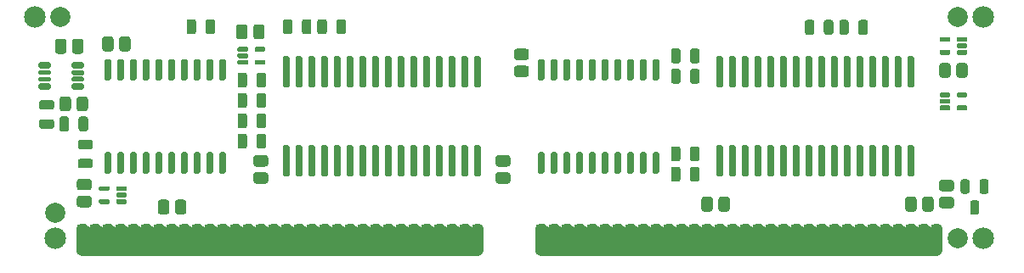
<source format=gts>
G04 #@! TF.GenerationSoftware,KiCad,Pcbnew,(5.1.10-1-10_14)*
G04 #@! TF.CreationDate,2021-06-21T00:00:00-04:00*
G04 #@! TF.ProjectId,MacIIfxRAMSIMM,4d616349-4966-4785-9241-4d53494d4d2e,rev?*
G04 #@! TF.SameCoordinates,Original*
G04 #@! TF.FileFunction,Soldermask,Top*
G04 #@! TF.FilePolarity,Negative*
%FSLAX46Y46*%
G04 Gerber Fmt 4.6, Leading zero omitted, Abs format (unit mm)*
G04 Created by KiCad (PCBNEW (5.1.10-1-10_14)) date 2021-06-21 00:00:00*
%MOMM*%
%LPD*%
G01*
G04 APERTURE LIST*
%ADD10C,0.175000*%
%ADD11C,2.150000*%
%ADD12C,2.000000*%
%ADD13C,0.100000*%
G04 APERTURE END LIST*
D10*
G36*
X163195000Y-127635000D02*
G01*
X123825000Y-127635000D01*
X123317000Y-125031500D01*
X163703000Y-125031500D01*
X163195000Y-127635000D01*
G37*
X163195000Y-127635000D02*
X123825000Y-127635000D01*
X123317000Y-125031500D01*
X163703000Y-125031500D01*
X163195000Y-127635000D01*
G36*
X117475000Y-127635000D02*
G01*
X78105000Y-127635000D01*
X77597000Y-125031500D01*
X117983000Y-125031500D01*
X117475000Y-127635000D01*
G37*
X117475000Y-127635000D02*
X78105000Y-127635000D01*
X77597000Y-125031500D01*
X117983000Y-125031500D01*
X117475000Y-127635000D01*
G36*
X163195000Y-127635000D02*
G01*
X123825000Y-127635000D01*
X123317000Y-125031500D01*
X163703000Y-125031500D01*
X163195000Y-127635000D01*
G37*
X163195000Y-127635000D02*
X123825000Y-127635000D01*
X123317000Y-125031500D01*
X163703000Y-125031500D01*
X163195000Y-127635000D01*
G36*
X117475000Y-127635000D02*
G01*
X78105000Y-127635000D01*
X77597000Y-125031500D01*
X117983000Y-125031500D01*
X117475000Y-127635000D01*
G37*
X117475000Y-127635000D02*
X78105000Y-127635000D01*
X77597000Y-125031500D01*
X117983000Y-125031500D01*
X117475000Y-127635000D01*
G36*
G01*
X95422500Y-119362000D02*
X96347500Y-119362000D01*
G75*
G02*
X96635000Y-119649500I0J-287500D01*
G01*
X96635000Y-120224500D01*
G75*
G02*
X96347500Y-120512000I-287500J0D01*
G01*
X95422500Y-120512000D01*
G75*
G02*
X95135000Y-120224500I0J287500D01*
G01*
X95135000Y-119649500D01*
G75*
G02*
X95422500Y-119362000I287500J0D01*
G01*
G37*
G36*
G01*
X95422500Y-117662000D02*
X96347500Y-117662000D01*
G75*
G02*
X96635000Y-117949500I0J-287500D01*
G01*
X96635000Y-118524500D01*
G75*
G02*
X96347500Y-118812000I-287500J0D01*
G01*
X95422500Y-118812000D01*
G75*
G02*
X95135000Y-118524500I0J287500D01*
G01*
X95135000Y-117949500D01*
G75*
G02*
X95422500Y-117662000I287500J0D01*
G01*
G37*
G36*
G01*
X141780000Y-110921000D02*
X141430000Y-110921000D01*
G75*
G02*
X141255000Y-110746000I0J175000D01*
G01*
X141255000Y-107948000D01*
G75*
G02*
X141430000Y-107773000I175000J0D01*
G01*
X141780000Y-107773000D01*
G75*
G02*
X141955000Y-107948000I0J-175000D01*
G01*
X141955000Y-110746000D01*
G75*
G02*
X141780000Y-110921000I-175000J0D01*
G01*
G37*
G36*
G01*
X143050000Y-110921000D02*
X142700000Y-110921000D01*
G75*
G02*
X142525000Y-110746000I0J175000D01*
G01*
X142525000Y-107948000D01*
G75*
G02*
X142700000Y-107773000I175000J0D01*
G01*
X143050000Y-107773000D01*
G75*
G02*
X143225000Y-107948000I0J-175000D01*
G01*
X143225000Y-110746000D01*
G75*
G02*
X143050000Y-110921000I-175000J0D01*
G01*
G37*
G36*
G01*
X144320000Y-110921000D02*
X143970000Y-110921000D01*
G75*
G02*
X143795000Y-110746000I0J175000D01*
G01*
X143795000Y-107948000D01*
G75*
G02*
X143970000Y-107773000I175000J0D01*
G01*
X144320000Y-107773000D01*
G75*
G02*
X144495000Y-107948000I0J-175000D01*
G01*
X144495000Y-110746000D01*
G75*
G02*
X144320000Y-110921000I-175000J0D01*
G01*
G37*
G36*
G01*
X145590000Y-110921000D02*
X145240000Y-110921000D01*
G75*
G02*
X145065000Y-110746000I0J175000D01*
G01*
X145065000Y-107948000D01*
G75*
G02*
X145240000Y-107773000I175000J0D01*
G01*
X145590000Y-107773000D01*
G75*
G02*
X145765000Y-107948000I0J-175000D01*
G01*
X145765000Y-110746000D01*
G75*
G02*
X145590000Y-110921000I-175000J0D01*
G01*
G37*
G36*
G01*
X156670000Y-107773000D02*
X157020000Y-107773000D01*
G75*
G02*
X157195000Y-107948000I0J-175000D01*
G01*
X157195000Y-110746000D01*
G75*
G02*
X157020000Y-110921000I-175000J0D01*
G01*
X156670000Y-110921000D01*
G75*
G02*
X156495000Y-110746000I0J175000D01*
G01*
X156495000Y-107948000D01*
G75*
G02*
X156670000Y-107773000I175000J0D01*
G01*
G37*
G36*
G01*
X157940000Y-107773000D02*
X158290000Y-107773000D01*
G75*
G02*
X158465000Y-107948000I0J-175000D01*
G01*
X158465000Y-110746000D01*
G75*
G02*
X158290000Y-110921000I-175000J0D01*
G01*
X157940000Y-110921000D01*
G75*
G02*
X157765000Y-110746000I0J175000D01*
G01*
X157765000Y-107948000D01*
G75*
G02*
X157940000Y-107773000I175000J0D01*
G01*
G37*
G36*
G01*
X159210000Y-107773000D02*
X159560000Y-107773000D01*
G75*
G02*
X159735000Y-107948000I0J-175000D01*
G01*
X159735000Y-110746000D01*
G75*
G02*
X159560000Y-110921000I-175000J0D01*
G01*
X159210000Y-110921000D01*
G75*
G02*
X159035000Y-110746000I0J175000D01*
G01*
X159035000Y-107948000D01*
G75*
G02*
X159210000Y-107773000I175000J0D01*
G01*
G37*
G36*
G01*
X160480000Y-107773000D02*
X160830000Y-107773000D01*
G75*
G02*
X161005000Y-107948000I0J-175000D01*
G01*
X161005000Y-110746000D01*
G75*
G02*
X160830000Y-110921000I-175000J0D01*
G01*
X160480000Y-110921000D01*
G75*
G02*
X160305000Y-110746000I0J175000D01*
G01*
X160305000Y-107948000D01*
G75*
G02*
X160480000Y-107773000I175000J0D01*
G01*
G37*
G36*
G01*
X160830000Y-119811000D02*
X160480000Y-119811000D01*
G75*
G02*
X160305000Y-119636000I0J175000D01*
G01*
X160305000Y-116838000D01*
G75*
G02*
X160480000Y-116663000I175000J0D01*
G01*
X160830000Y-116663000D01*
G75*
G02*
X161005000Y-116838000I0J-175000D01*
G01*
X161005000Y-119636000D01*
G75*
G02*
X160830000Y-119811000I-175000J0D01*
G01*
G37*
G36*
G01*
X159560000Y-119811000D02*
X159210000Y-119811000D01*
G75*
G02*
X159035000Y-119636000I0J175000D01*
G01*
X159035000Y-116838000D01*
G75*
G02*
X159210000Y-116663000I175000J0D01*
G01*
X159560000Y-116663000D01*
G75*
G02*
X159735000Y-116838000I0J-175000D01*
G01*
X159735000Y-119636000D01*
G75*
G02*
X159560000Y-119811000I-175000J0D01*
G01*
G37*
G36*
G01*
X149400000Y-119811000D02*
X149050000Y-119811000D01*
G75*
G02*
X148875000Y-119636000I0J175000D01*
G01*
X148875000Y-116838000D01*
G75*
G02*
X149050000Y-116663000I175000J0D01*
G01*
X149400000Y-116663000D01*
G75*
G02*
X149575000Y-116838000I0J-175000D01*
G01*
X149575000Y-119636000D01*
G75*
G02*
X149400000Y-119811000I-175000J0D01*
G01*
G37*
G36*
G01*
X149400000Y-110921000D02*
X149050000Y-110921000D01*
G75*
G02*
X148875000Y-110746000I0J175000D01*
G01*
X148875000Y-107948000D01*
G75*
G02*
X149050000Y-107773000I175000J0D01*
G01*
X149400000Y-107773000D01*
G75*
G02*
X149575000Y-107948000I0J-175000D01*
G01*
X149575000Y-110746000D01*
G75*
G02*
X149400000Y-110921000I-175000J0D01*
G01*
G37*
G36*
G01*
X150670000Y-110921000D02*
X150320000Y-110921000D01*
G75*
G02*
X150145000Y-110746000I0J175000D01*
G01*
X150145000Y-107948000D01*
G75*
G02*
X150320000Y-107773000I175000J0D01*
G01*
X150670000Y-107773000D01*
G75*
G02*
X150845000Y-107948000I0J-175000D01*
G01*
X150845000Y-110746000D01*
G75*
G02*
X150670000Y-110921000I-175000J0D01*
G01*
G37*
G36*
G01*
X151940000Y-110921000D02*
X151590000Y-110921000D01*
G75*
G02*
X151415000Y-110746000I0J175000D01*
G01*
X151415000Y-107948000D01*
G75*
G02*
X151590000Y-107773000I175000J0D01*
G01*
X151940000Y-107773000D01*
G75*
G02*
X152115000Y-107948000I0J-175000D01*
G01*
X152115000Y-110746000D01*
G75*
G02*
X151940000Y-110921000I-175000J0D01*
G01*
G37*
G36*
G01*
X153210000Y-110921000D02*
X152860000Y-110921000D01*
G75*
G02*
X152685000Y-110746000I0J175000D01*
G01*
X152685000Y-107948000D01*
G75*
G02*
X152860000Y-107773000I175000J0D01*
G01*
X153210000Y-107773000D01*
G75*
G02*
X153385000Y-107948000I0J-175000D01*
G01*
X153385000Y-110746000D01*
G75*
G02*
X153210000Y-110921000I-175000J0D01*
G01*
G37*
G36*
G01*
X154480000Y-110921000D02*
X154130000Y-110921000D01*
G75*
G02*
X153955000Y-110746000I0J175000D01*
G01*
X153955000Y-107948000D01*
G75*
G02*
X154130000Y-107773000I175000J0D01*
G01*
X154480000Y-107773000D01*
G75*
G02*
X154655000Y-107948000I0J-175000D01*
G01*
X154655000Y-110746000D01*
G75*
G02*
X154480000Y-110921000I-175000J0D01*
G01*
G37*
G36*
G01*
X157020000Y-119811000D02*
X156670000Y-119811000D01*
G75*
G02*
X156495000Y-119636000I0J175000D01*
G01*
X156495000Y-116838000D01*
G75*
G02*
X156670000Y-116663000I175000J0D01*
G01*
X157020000Y-116663000D01*
G75*
G02*
X157195000Y-116838000I0J-175000D01*
G01*
X157195000Y-119636000D01*
G75*
G02*
X157020000Y-119811000I-175000J0D01*
G01*
G37*
G36*
G01*
X155750000Y-119811000D02*
X155400000Y-119811000D01*
G75*
G02*
X155225000Y-119636000I0J175000D01*
G01*
X155225000Y-116838000D01*
G75*
G02*
X155400000Y-116663000I175000J0D01*
G01*
X155750000Y-116663000D01*
G75*
G02*
X155925000Y-116838000I0J-175000D01*
G01*
X155925000Y-119636000D01*
G75*
G02*
X155750000Y-119811000I-175000J0D01*
G01*
G37*
G36*
G01*
X154480000Y-119811000D02*
X154130000Y-119811000D01*
G75*
G02*
X153955000Y-119636000I0J175000D01*
G01*
X153955000Y-116838000D01*
G75*
G02*
X154130000Y-116663000I175000J0D01*
G01*
X154480000Y-116663000D01*
G75*
G02*
X154655000Y-116838000I0J-175000D01*
G01*
X154655000Y-119636000D01*
G75*
G02*
X154480000Y-119811000I-175000J0D01*
G01*
G37*
G36*
G01*
X153210000Y-119811000D02*
X152860000Y-119811000D01*
G75*
G02*
X152685000Y-119636000I0J175000D01*
G01*
X152685000Y-116838000D01*
G75*
G02*
X152860000Y-116663000I175000J0D01*
G01*
X153210000Y-116663000D01*
G75*
G02*
X153385000Y-116838000I0J-175000D01*
G01*
X153385000Y-119636000D01*
G75*
G02*
X153210000Y-119811000I-175000J0D01*
G01*
G37*
G36*
G01*
X151940000Y-119811000D02*
X151590000Y-119811000D01*
G75*
G02*
X151415000Y-119636000I0J175000D01*
G01*
X151415000Y-116838000D01*
G75*
G02*
X151590000Y-116663000I175000J0D01*
G01*
X151940000Y-116663000D01*
G75*
G02*
X152115000Y-116838000I0J-175000D01*
G01*
X152115000Y-119636000D01*
G75*
G02*
X151940000Y-119811000I-175000J0D01*
G01*
G37*
G36*
G01*
X146860000Y-119811000D02*
X146510000Y-119811000D01*
G75*
G02*
X146335000Y-119636000I0J175000D01*
G01*
X146335000Y-116838000D01*
G75*
G02*
X146510000Y-116663000I175000J0D01*
G01*
X146860000Y-116663000D01*
G75*
G02*
X147035000Y-116838000I0J-175000D01*
G01*
X147035000Y-119636000D01*
G75*
G02*
X146860000Y-119811000I-175000J0D01*
G01*
G37*
G36*
G01*
X145590000Y-119811000D02*
X145240000Y-119811000D01*
G75*
G02*
X145065000Y-119636000I0J175000D01*
G01*
X145065000Y-116838000D01*
G75*
G02*
X145240000Y-116663000I175000J0D01*
G01*
X145590000Y-116663000D01*
G75*
G02*
X145765000Y-116838000I0J-175000D01*
G01*
X145765000Y-119636000D01*
G75*
G02*
X145590000Y-119811000I-175000J0D01*
G01*
G37*
G36*
G01*
X144320000Y-119811000D02*
X143970000Y-119811000D01*
G75*
G02*
X143795000Y-119636000I0J175000D01*
G01*
X143795000Y-116838000D01*
G75*
G02*
X143970000Y-116663000I175000J0D01*
G01*
X144320000Y-116663000D01*
G75*
G02*
X144495000Y-116838000I0J-175000D01*
G01*
X144495000Y-119636000D01*
G75*
G02*
X144320000Y-119811000I-175000J0D01*
G01*
G37*
G36*
G01*
X143050000Y-119811000D02*
X142700000Y-119811000D01*
G75*
G02*
X142525000Y-119636000I0J175000D01*
G01*
X142525000Y-116838000D01*
G75*
G02*
X142700000Y-116663000I175000J0D01*
G01*
X143050000Y-116663000D01*
G75*
G02*
X143225000Y-116838000I0J-175000D01*
G01*
X143225000Y-119636000D01*
G75*
G02*
X143050000Y-119811000I-175000J0D01*
G01*
G37*
G36*
G01*
X141780000Y-119811000D02*
X141430000Y-119811000D01*
G75*
G02*
X141255000Y-119636000I0J175000D01*
G01*
X141255000Y-116838000D01*
G75*
G02*
X141430000Y-116663000I175000J0D01*
G01*
X141780000Y-116663000D01*
G75*
G02*
X141955000Y-116838000I0J-175000D01*
G01*
X141955000Y-119636000D01*
G75*
G02*
X141780000Y-119811000I-175000J0D01*
G01*
G37*
G36*
G01*
X155750000Y-110921000D02*
X155400000Y-110921000D01*
G75*
G02*
X155225000Y-110746000I0J175000D01*
G01*
X155225000Y-107948000D01*
G75*
G02*
X155400000Y-107773000I175000J0D01*
G01*
X155750000Y-107773000D01*
G75*
G02*
X155925000Y-107948000I0J-175000D01*
G01*
X155925000Y-110746000D01*
G75*
G02*
X155750000Y-110921000I-175000J0D01*
G01*
G37*
G36*
G01*
X148130000Y-119811000D02*
X147780000Y-119811000D01*
G75*
G02*
X147605000Y-119636000I0J175000D01*
G01*
X147605000Y-116838000D01*
G75*
G02*
X147780000Y-116663000I175000J0D01*
G01*
X148130000Y-116663000D01*
G75*
G02*
X148305000Y-116838000I0J-175000D01*
G01*
X148305000Y-119636000D01*
G75*
G02*
X148130000Y-119811000I-175000J0D01*
G01*
G37*
G36*
G01*
X150670000Y-119811000D02*
X150320000Y-119811000D01*
G75*
G02*
X150145000Y-119636000I0J175000D01*
G01*
X150145000Y-116838000D01*
G75*
G02*
X150320000Y-116663000I175000J0D01*
G01*
X150670000Y-116663000D01*
G75*
G02*
X150845000Y-116838000I0J-175000D01*
G01*
X150845000Y-119636000D01*
G75*
G02*
X150670000Y-119811000I-175000J0D01*
G01*
G37*
G36*
G01*
X158290000Y-119811000D02*
X157940000Y-119811000D01*
G75*
G02*
X157765000Y-119636000I0J175000D01*
G01*
X157765000Y-116838000D01*
G75*
G02*
X157940000Y-116663000I175000J0D01*
G01*
X158290000Y-116663000D01*
G75*
G02*
X158465000Y-116838000I0J-175000D01*
G01*
X158465000Y-119636000D01*
G75*
G02*
X158290000Y-119811000I-175000J0D01*
G01*
G37*
G36*
G01*
X148130000Y-110921000D02*
X147780000Y-110921000D01*
G75*
G02*
X147605000Y-110746000I0J175000D01*
G01*
X147605000Y-107948000D01*
G75*
G02*
X147780000Y-107773000I175000J0D01*
G01*
X148130000Y-107773000D01*
G75*
G02*
X148305000Y-107948000I0J-175000D01*
G01*
X148305000Y-110746000D01*
G75*
G02*
X148130000Y-110921000I-175000J0D01*
G01*
G37*
G36*
G01*
X146860000Y-110921000D02*
X146510000Y-110921000D01*
G75*
G02*
X146335000Y-110746000I0J175000D01*
G01*
X146335000Y-107948000D01*
G75*
G02*
X146510000Y-107773000I175000J0D01*
G01*
X146860000Y-107773000D01*
G75*
G02*
X147035000Y-107948000I0J-175000D01*
G01*
X147035000Y-110746000D01*
G75*
G02*
X146860000Y-110921000I-175000J0D01*
G01*
G37*
G36*
G01*
X98600000Y-110921000D02*
X98250000Y-110921000D01*
G75*
G02*
X98075000Y-110746000I0J175000D01*
G01*
X98075000Y-107948000D01*
G75*
G02*
X98250000Y-107773000I175000J0D01*
G01*
X98600000Y-107773000D01*
G75*
G02*
X98775000Y-107948000I0J-175000D01*
G01*
X98775000Y-110746000D01*
G75*
G02*
X98600000Y-110921000I-175000J0D01*
G01*
G37*
G36*
G01*
X99870000Y-110921000D02*
X99520000Y-110921000D01*
G75*
G02*
X99345000Y-110746000I0J175000D01*
G01*
X99345000Y-107948000D01*
G75*
G02*
X99520000Y-107773000I175000J0D01*
G01*
X99870000Y-107773000D01*
G75*
G02*
X100045000Y-107948000I0J-175000D01*
G01*
X100045000Y-110746000D01*
G75*
G02*
X99870000Y-110921000I-175000J0D01*
G01*
G37*
G36*
G01*
X101140000Y-110921000D02*
X100790000Y-110921000D01*
G75*
G02*
X100615000Y-110746000I0J175000D01*
G01*
X100615000Y-107948000D01*
G75*
G02*
X100790000Y-107773000I175000J0D01*
G01*
X101140000Y-107773000D01*
G75*
G02*
X101315000Y-107948000I0J-175000D01*
G01*
X101315000Y-110746000D01*
G75*
G02*
X101140000Y-110921000I-175000J0D01*
G01*
G37*
G36*
G01*
X102410000Y-110921000D02*
X102060000Y-110921000D01*
G75*
G02*
X101885000Y-110746000I0J175000D01*
G01*
X101885000Y-107948000D01*
G75*
G02*
X102060000Y-107773000I175000J0D01*
G01*
X102410000Y-107773000D01*
G75*
G02*
X102585000Y-107948000I0J-175000D01*
G01*
X102585000Y-110746000D01*
G75*
G02*
X102410000Y-110921000I-175000J0D01*
G01*
G37*
G36*
G01*
X113490000Y-107773000D02*
X113840000Y-107773000D01*
G75*
G02*
X114015000Y-107948000I0J-175000D01*
G01*
X114015000Y-110746000D01*
G75*
G02*
X113840000Y-110921000I-175000J0D01*
G01*
X113490000Y-110921000D01*
G75*
G02*
X113315000Y-110746000I0J175000D01*
G01*
X113315000Y-107948000D01*
G75*
G02*
X113490000Y-107773000I175000J0D01*
G01*
G37*
G36*
G01*
X114760000Y-107773000D02*
X115110000Y-107773000D01*
G75*
G02*
X115285000Y-107948000I0J-175000D01*
G01*
X115285000Y-110746000D01*
G75*
G02*
X115110000Y-110921000I-175000J0D01*
G01*
X114760000Y-110921000D01*
G75*
G02*
X114585000Y-110746000I0J175000D01*
G01*
X114585000Y-107948000D01*
G75*
G02*
X114760000Y-107773000I175000J0D01*
G01*
G37*
G36*
G01*
X116030000Y-107773000D02*
X116380000Y-107773000D01*
G75*
G02*
X116555000Y-107948000I0J-175000D01*
G01*
X116555000Y-110746000D01*
G75*
G02*
X116380000Y-110921000I-175000J0D01*
G01*
X116030000Y-110921000D01*
G75*
G02*
X115855000Y-110746000I0J175000D01*
G01*
X115855000Y-107948000D01*
G75*
G02*
X116030000Y-107773000I175000J0D01*
G01*
G37*
G36*
G01*
X117300000Y-107773000D02*
X117650000Y-107773000D01*
G75*
G02*
X117825000Y-107948000I0J-175000D01*
G01*
X117825000Y-110746000D01*
G75*
G02*
X117650000Y-110921000I-175000J0D01*
G01*
X117300000Y-110921000D01*
G75*
G02*
X117125000Y-110746000I0J175000D01*
G01*
X117125000Y-107948000D01*
G75*
G02*
X117300000Y-107773000I175000J0D01*
G01*
G37*
G36*
G01*
X117650000Y-119811000D02*
X117300000Y-119811000D01*
G75*
G02*
X117125000Y-119636000I0J175000D01*
G01*
X117125000Y-116838000D01*
G75*
G02*
X117300000Y-116663000I175000J0D01*
G01*
X117650000Y-116663000D01*
G75*
G02*
X117825000Y-116838000I0J-175000D01*
G01*
X117825000Y-119636000D01*
G75*
G02*
X117650000Y-119811000I-175000J0D01*
G01*
G37*
G36*
G01*
X116380000Y-119811000D02*
X116030000Y-119811000D01*
G75*
G02*
X115855000Y-119636000I0J175000D01*
G01*
X115855000Y-116838000D01*
G75*
G02*
X116030000Y-116663000I175000J0D01*
G01*
X116380000Y-116663000D01*
G75*
G02*
X116555000Y-116838000I0J-175000D01*
G01*
X116555000Y-119636000D01*
G75*
G02*
X116380000Y-119811000I-175000J0D01*
G01*
G37*
G36*
G01*
X106220000Y-119811000D02*
X105870000Y-119811000D01*
G75*
G02*
X105695000Y-119636000I0J175000D01*
G01*
X105695000Y-116838000D01*
G75*
G02*
X105870000Y-116663000I175000J0D01*
G01*
X106220000Y-116663000D01*
G75*
G02*
X106395000Y-116838000I0J-175000D01*
G01*
X106395000Y-119636000D01*
G75*
G02*
X106220000Y-119811000I-175000J0D01*
G01*
G37*
G36*
G01*
X106220000Y-110921000D02*
X105870000Y-110921000D01*
G75*
G02*
X105695000Y-110746000I0J175000D01*
G01*
X105695000Y-107948000D01*
G75*
G02*
X105870000Y-107773000I175000J0D01*
G01*
X106220000Y-107773000D01*
G75*
G02*
X106395000Y-107948000I0J-175000D01*
G01*
X106395000Y-110746000D01*
G75*
G02*
X106220000Y-110921000I-175000J0D01*
G01*
G37*
G36*
G01*
X107490000Y-110921000D02*
X107140000Y-110921000D01*
G75*
G02*
X106965000Y-110746000I0J175000D01*
G01*
X106965000Y-107948000D01*
G75*
G02*
X107140000Y-107773000I175000J0D01*
G01*
X107490000Y-107773000D01*
G75*
G02*
X107665000Y-107948000I0J-175000D01*
G01*
X107665000Y-110746000D01*
G75*
G02*
X107490000Y-110921000I-175000J0D01*
G01*
G37*
G36*
G01*
X108760000Y-110921000D02*
X108410000Y-110921000D01*
G75*
G02*
X108235000Y-110746000I0J175000D01*
G01*
X108235000Y-107948000D01*
G75*
G02*
X108410000Y-107773000I175000J0D01*
G01*
X108760000Y-107773000D01*
G75*
G02*
X108935000Y-107948000I0J-175000D01*
G01*
X108935000Y-110746000D01*
G75*
G02*
X108760000Y-110921000I-175000J0D01*
G01*
G37*
G36*
G01*
X110030000Y-110921000D02*
X109680000Y-110921000D01*
G75*
G02*
X109505000Y-110746000I0J175000D01*
G01*
X109505000Y-107948000D01*
G75*
G02*
X109680000Y-107773000I175000J0D01*
G01*
X110030000Y-107773000D01*
G75*
G02*
X110205000Y-107948000I0J-175000D01*
G01*
X110205000Y-110746000D01*
G75*
G02*
X110030000Y-110921000I-175000J0D01*
G01*
G37*
G36*
G01*
X111300000Y-110921000D02*
X110950000Y-110921000D01*
G75*
G02*
X110775000Y-110746000I0J175000D01*
G01*
X110775000Y-107948000D01*
G75*
G02*
X110950000Y-107773000I175000J0D01*
G01*
X111300000Y-107773000D01*
G75*
G02*
X111475000Y-107948000I0J-175000D01*
G01*
X111475000Y-110746000D01*
G75*
G02*
X111300000Y-110921000I-175000J0D01*
G01*
G37*
G36*
G01*
X113840000Y-119811000D02*
X113490000Y-119811000D01*
G75*
G02*
X113315000Y-119636000I0J175000D01*
G01*
X113315000Y-116838000D01*
G75*
G02*
X113490000Y-116663000I175000J0D01*
G01*
X113840000Y-116663000D01*
G75*
G02*
X114015000Y-116838000I0J-175000D01*
G01*
X114015000Y-119636000D01*
G75*
G02*
X113840000Y-119811000I-175000J0D01*
G01*
G37*
G36*
G01*
X112570000Y-119811000D02*
X112220000Y-119811000D01*
G75*
G02*
X112045000Y-119636000I0J175000D01*
G01*
X112045000Y-116838000D01*
G75*
G02*
X112220000Y-116663000I175000J0D01*
G01*
X112570000Y-116663000D01*
G75*
G02*
X112745000Y-116838000I0J-175000D01*
G01*
X112745000Y-119636000D01*
G75*
G02*
X112570000Y-119811000I-175000J0D01*
G01*
G37*
G36*
G01*
X111300000Y-119811000D02*
X110950000Y-119811000D01*
G75*
G02*
X110775000Y-119636000I0J175000D01*
G01*
X110775000Y-116838000D01*
G75*
G02*
X110950000Y-116663000I175000J0D01*
G01*
X111300000Y-116663000D01*
G75*
G02*
X111475000Y-116838000I0J-175000D01*
G01*
X111475000Y-119636000D01*
G75*
G02*
X111300000Y-119811000I-175000J0D01*
G01*
G37*
G36*
G01*
X110030000Y-119811000D02*
X109680000Y-119811000D01*
G75*
G02*
X109505000Y-119636000I0J175000D01*
G01*
X109505000Y-116838000D01*
G75*
G02*
X109680000Y-116663000I175000J0D01*
G01*
X110030000Y-116663000D01*
G75*
G02*
X110205000Y-116838000I0J-175000D01*
G01*
X110205000Y-119636000D01*
G75*
G02*
X110030000Y-119811000I-175000J0D01*
G01*
G37*
G36*
G01*
X108760000Y-119811000D02*
X108410000Y-119811000D01*
G75*
G02*
X108235000Y-119636000I0J175000D01*
G01*
X108235000Y-116838000D01*
G75*
G02*
X108410000Y-116663000I175000J0D01*
G01*
X108760000Y-116663000D01*
G75*
G02*
X108935000Y-116838000I0J-175000D01*
G01*
X108935000Y-119636000D01*
G75*
G02*
X108760000Y-119811000I-175000J0D01*
G01*
G37*
G36*
G01*
X103680000Y-119811000D02*
X103330000Y-119811000D01*
G75*
G02*
X103155000Y-119636000I0J175000D01*
G01*
X103155000Y-116838000D01*
G75*
G02*
X103330000Y-116663000I175000J0D01*
G01*
X103680000Y-116663000D01*
G75*
G02*
X103855000Y-116838000I0J-175000D01*
G01*
X103855000Y-119636000D01*
G75*
G02*
X103680000Y-119811000I-175000J0D01*
G01*
G37*
G36*
G01*
X102410000Y-119811000D02*
X102060000Y-119811000D01*
G75*
G02*
X101885000Y-119636000I0J175000D01*
G01*
X101885000Y-116838000D01*
G75*
G02*
X102060000Y-116663000I175000J0D01*
G01*
X102410000Y-116663000D01*
G75*
G02*
X102585000Y-116838000I0J-175000D01*
G01*
X102585000Y-119636000D01*
G75*
G02*
X102410000Y-119811000I-175000J0D01*
G01*
G37*
G36*
G01*
X101140000Y-119811000D02*
X100790000Y-119811000D01*
G75*
G02*
X100615000Y-119636000I0J175000D01*
G01*
X100615000Y-116838000D01*
G75*
G02*
X100790000Y-116663000I175000J0D01*
G01*
X101140000Y-116663000D01*
G75*
G02*
X101315000Y-116838000I0J-175000D01*
G01*
X101315000Y-119636000D01*
G75*
G02*
X101140000Y-119811000I-175000J0D01*
G01*
G37*
G36*
G01*
X99870000Y-119811000D02*
X99520000Y-119811000D01*
G75*
G02*
X99345000Y-119636000I0J175000D01*
G01*
X99345000Y-116838000D01*
G75*
G02*
X99520000Y-116663000I175000J0D01*
G01*
X99870000Y-116663000D01*
G75*
G02*
X100045000Y-116838000I0J-175000D01*
G01*
X100045000Y-119636000D01*
G75*
G02*
X99870000Y-119811000I-175000J0D01*
G01*
G37*
G36*
G01*
X98600000Y-119811000D02*
X98250000Y-119811000D01*
G75*
G02*
X98075000Y-119636000I0J175000D01*
G01*
X98075000Y-116838000D01*
G75*
G02*
X98250000Y-116663000I175000J0D01*
G01*
X98600000Y-116663000D01*
G75*
G02*
X98775000Y-116838000I0J-175000D01*
G01*
X98775000Y-119636000D01*
G75*
G02*
X98600000Y-119811000I-175000J0D01*
G01*
G37*
G36*
G01*
X112570000Y-110921000D02*
X112220000Y-110921000D01*
G75*
G02*
X112045000Y-110746000I0J175000D01*
G01*
X112045000Y-107948000D01*
G75*
G02*
X112220000Y-107773000I175000J0D01*
G01*
X112570000Y-107773000D01*
G75*
G02*
X112745000Y-107948000I0J-175000D01*
G01*
X112745000Y-110746000D01*
G75*
G02*
X112570000Y-110921000I-175000J0D01*
G01*
G37*
G36*
G01*
X104950000Y-119811000D02*
X104600000Y-119811000D01*
G75*
G02*
X104425000Y-119636000I0J175000D01*
G01*
X104425000Y-116838000D01*
G75*
G02*
X104600000Y-116663000I175000J0D01*
G01*
X104950000Y-116663000D01*
G75*
G02*
X105125000Y-116838000I0J-175000D01*
G01*
X105125000Y-119636000D01*
G75*
G02*
X104950000Y-119811000I-175000J0D01*
G01*
G37*
G36*
G01*
X107490000Y-119811000D02*
X107140000Y-119811000D01*
G75*
G02*
X106965000Y-119636000I0J175000D01*
G01*
X106965000Y-116838000D01*
G75*
G02*
X107140000Y-116663000I175000J0D01*
G01*
X107490000Y-116663000D01*
G75*
G02*
X107665000Y-116838000I0J-175000D01*
G01*
X107665000Y-119636000D01*
G75*
G02*
X107490000Y-119811000I-175000J0D01*
G01*
G37*
G36*
G01*
X115110000Y-119811000D02*
X114760000Y-119811000D01*
G75*
G02*
X114585000Y-119636000I0J175000D01*
G01*
X114585000Y-116838000D01*
G75*
G02*
X114760000Y-116663000I175000J0D01*
G01*
X115110000Y-116663000D01*
G75*
G02*
X115285000Y-116838000I0J-175000D01*
G01*
X115285000Y-119636000D01*
G75*
G02*
X115110000Y-119811000I-175000J0D01*
G01*
G37*
G36*
G01*
X104950000Y-110921000D02*
X104600000Y-110921000D01*
G75*
G02*
X104425000Y-110746000I0J175000D01*
G01*
X104425000Y-107948000D01*
G75*
G02*
X104600000Y-107773000I175000J0D01*
G01*
X104950000Y-107773000D01*
G75*
G02*
X105125000Y-107948000I0J-175000D01*
G01*
X105125000Y-110746000D01*
G75*
G02*
X104950000Y-110921000I-175000J0D01*
G01*
G37*
G36*
G01*
X103680000Y-110921000D02*
X103330000Y-110921000D01*
G75*
G02*
X103155000Y-110746000I0J175000D01*
G01*
X103155000Y-107948000D01*
G75*
G02*
X103330000Y-107773000I175000J0D01*
G01*
X103680000Y-107773000D01*
G75*
G02*
X103855000Y-107948000I0J-175000D01*
G01*
X103855000Y-110746000D01*
G75*
G02*
X103680000Y-110921000I-175000J0D01*
G01*
G37*
G36*
G01*
X155415000Y-105414500D02*
X155415000Y-104389500D01*
G75*
G02*
X155652500Y-104152000I237500J0D01*
G01*
X156127500Y-104152000D01*
G75*
G02*
X156365000Y-104389500I0J-237500D01*
G01*
X156365000Y-105414500D01*
G75*
G02*
X156127500Y-105652000I-237500J0D01*
G01*
X155652500Y-105652000D01*
G75*
G02*
X155415000Y-105414500I0J237500D01*
G01*
G37*
G36*
G01*
X153515000Y-105414500D02*
X153515000Y-104389500D01*
G75*
G02*
X153752500Y-104152000I237500J0D01*
G01*
X154227500Y-104152000D01*
G75*
G02*
X154465000Y-104389500I0J-237500D01*
G01*
X154465000Y-105414500D01*
G75*
G02*
X154227500Y-105652000I-237500J0D01*
G01*
X153752500Y-105652000D01*
G75*
G02*
X153515000Y-105414500I0J237500D01*
G01*
G37*
G36*
G01*
X91341000Y-104326000D02*
X91341000Y-105351000D01*
G75*
G02*
X91103500Y-105588500I-237500J0D01*
G01*
X90628500Y-105588500D01*
G75*
G02*
X90391000Y-105351000I0J237500D01*
G01*
X90391000Y-104326000D01*
G75*
G02*
X90628500Y-104088500I237500J0D01*
G01*
X91103500Y-104088500D01*
G75*
G02*
X91341000Y-104326000I0J-237500D01*
G01*
G37*
G36*
G01*
X89441000Y-104326000D02*
X89441000Y-105351000D01*
G75*
G02*
X89203500Y-105588500I-237500J0D01*
G01*
X88728500Y-105588500D01*
G75*
G02*
X88491000Y-105351000I0J237500D01*
G01*
X88491000Y-104326000D01*
G75*
G02*
X88728500Y-104088500I237500J0D01*
G01*
X89203500Y-104088500D01*
G75*
G02*
X89441000Y-104326000I0J-237500D01*
G01*
G37*
G36*
G01*
X96275000Y-104887500D02*
X96275000Y-105812500D01*
G75*
G02*
X95987500Y-106100000I-287500J0D01*
G01*
X95412500Y-106100000D01*
G75*
G02*
X95125000Y-105812500I0J287500D01*
G01*
X95125000Y-104887500D01*
G75*
G02*
X95412500Y-104600000I287500J0D01*
G01*
X95987500Y-104600000D01*
G75*
G02*
X96275000Y-104887500I0J-287500D01*
G01*
G37*
G36*
G01*
X94575000Y-104887500D02*
X94575000Y-105812500D01*
G75*
G02*
X94287500Y-106100000I-287500J0D01*
G01*
X93712500Y-106100000D01*
G75*
G02*
X93425000Y-105812500I0J287500D01*
G01*
X93425000Y-104887500D01*
G75*
G02*
X93712500Y-104600000I287500J0D01*
G01*
X94287500Y-104600000D01*
G75*
G02*
X94575000Y-104887500I0J-287500D01*
G01*
G37*
G36*
G01*
X99979500Y-105351000D02*
X99979500Y-104326000D01*
G75*
G02*
X100217000Y-104088500I237500J0D01*
G01*
X100692000Y-104088500D01*
G75*
G02*
X100929500Y-104326000I0J-237500D01*
G01*
X100929500Y-105351000D01*
G75*
G02*
X100692000Y-105588500I-237500J0D01*
G01*
X100217000Y-105588500D01*
G75*
G02*
X99979500Y-105351000I0J237500D01*
G01*
G37*
G36*
G01*
X98079500Y-105351000D02*
X98079500Y-104326000D01*
G75*
G02*
X98317000Y-104088500I237500J0D01*
G01*
X98792000Y-104088500D01*
G75*
G02*
X99029500Y-104326000I0J-237500D01*
G01*
X99029500Y-105351000D01*
G75*
G02*
X98792000Y-105588500I-237500J0D01*
G01*
X98317000Y-105588500D01*
G75*
G02*
X98079500Y-105351000I0J237500D01*
G01*
G37*
G36*
G01*
X104358500Y-104326000D02*
X104358500Y-105351000D01*
G75*
G02*
X104121000Y-105588500I-237500J0D01*
G01*
X103646000Y-105588500D01*
G75*
G02*
X103408500Y-105351000I0J237500D01*
G01*
X103408500Y-104326000D01*
G75*
G02*
X103646000Y-104088500I237500J0D01*
G01*
X104121000Y-104088500D01*
G75*
G02*
X104358500Y-104326000I0J-237500D01*
G01*
G37*
G36*
G01*
X102458500Y-104326000D02*
X102458500Y-105351000D01*
G75*
G02*
X102221000Y-105588500I-237500J0D01*
G01*
X101746000Y-105588500D01*
G75*
G02*
X101508500Y-105351000I0J237500D01*
G01*
X101508500Y-104326000D01*
G75*
G02*
X101746000Y-104088500I237500J0D01*
G01*
X102221000Y-104088500D01*
G75*
G02*
X102458500Y-104326000I0J-237500D01*
G01*
G37*
G36*
G01*
X150086000Y-105414500D02*
X150086000Y-104389500D01*
G75*
G02*
X150323500Y-104152000I237500J0D01*
G01*
X150798500Y-104152000D01*
G75*
G02*
X151036000Y-104389500I0J-237500D01*
G01*
X151036000Y-105414500D01*
G75*
G02*
X150798500Y-105652000I-237500J0D01*
G01*
X150323500Y-105652000D01*
G75*
G02*
X150086000Y-105414500I0J237500D01*
G01*
G37*
G36*
G01*
X151986000Y-105414500D02*
X151986000Y-104389500D01*
G75*
G02*
X152223500Y-104152000I237500J0D01*
G01*
X152698500Y-104152000D01*
G75*
G02*
X152936000Y-104389500I0J-237500D01*
G01*
X152936000Y-105414500D01*
G75*
G02*
X152698500Y-105652000I-237500J0D01*
G01*
X152223500Y-105652000D01*
G75*
G02*
X151986000Y-105414500I0J237500D01*
G01*
G37*
G36*
G01*
X93560000Y-108520000D02*
X93560000Y-108280000D01*
G75*
G02*
X93680000Y-108160000I120000J0D01*
G01*
X94520000Y-108160000D01*
G75*
G02*
X94640000Y-108280000I0J-120000D01*
G01*
X94640000Y-108520000D01*
G75*
G02*
X94520000Y-108640000I-120000J0D01*
G01*
X93680000Y-108640000D01*
G75*
G02*
X93560000Y-108520000I0J120000D01*
G01*
G37*
G36*
G01*
X93560000Y-107220000D02*
X93560000Y-106980000D01*
G75*
G02*
X93680000Y-106860000I120000J0D01*
G01*
X94520000Y-106860000D01*
G75*
G02*
X94640000Y-106980000I0J-120000D01*
G01*
X94640000Y-107220000D01*
G75*
G02*
X94520000Y-107340000I-120000J0D01*
G01*
X93680000Y-107340000D01*
G75*
G02*
X93560000Y-107220000I0J120000D01*
G01*
G37*
G36*
G01*
X93560000Y-107870000D02*
X93560000Y-107630000D01*
G75*
G02*
X93680000Y-107510000I120000J0D01*
G01*
X94520000Y-107510000D01*
G75*
G02*
X94640000Y-107630000I0J-120000D01*
G01*
X94640000Y-107870000D01*
G75*
G02*
X94520000Y-107990000I-120000J0D01*
G01*
X93680000Y-107990000D01*
G75*
G02*
X93560000Y-107870000I0J120000D01*
G01*
G37*
G36*
G01*
X95260000Y-108520000D02*
X95260000Y-108280000D01*
G75*
G02*
X95380000Y-108160000I120000J0D01*
G01*
X96220000Y-108160000D01*
G75*
G02*
X96340000Y-108280000I0J-120000D01*
G01*
X96340000Y-108520000D01*
G75*
G02*
X96220000Y-108640000I-120000J0D01*
G01*
X95380000Y-108640000D01*
G75*
G02*
X95260000Y-108520000I0J120000D01*
G01*
G37*
G36*
G01*
X95260000Y-107220000D02*
X95260000Y-106980000D01*
G75*
G02*
X95380000Y-106860000I120000J0D01*
G01*
X96220000Y-106860000D01*
G75*
G02*
X96340000Y-106980000I0J-120000D01*
G01*
X96340000Y-107220000D01*
G75*
G02*
X96220000Y-107340000I-120000J0D01*
G01*
X95380000Y-107340000D01*
G75*
G02*
X95260000Y-107220000I0J120000D01*
G01*
G37*
D11*
X73406000Y-103886000D03*
G36*
G01*
X78912500Y-118975000D02*
X77887500Y-118975000D01*
G75*
G02*
X77650000Y-118737500I0J237500D01*
G01*
X77650000Y-118262500D01*
G75*
G02*
X77887500Y-118025000I237500J0D01*
G01*
X78912500Y-118025000D01*
G75*
G02*
X79150000Y-118262500I0J-237500D01*
G01*
X79150000Y-118737500D01*
G75*
G02*
X78912500Y-118975000I-237500J0D01*
G01*
G37*
G36*
G01*
X78912500Y-117075000D02*
X77887500Y-117075000D01*
G75*
G02*
X77650000Y-116837500I0J237500D01*
G01*
X77650000Y-116362500D01*
G75*
G02*
X77887500Y-116125000I237500J0D01*
G01*
X78912500Y-116125000D01*
G75*
G02*
X79150000Y-116362500I0J-237500D01*
G01*
X79150000Y-116837500D01*
G75*
G02*
X78912500Y-117075000I-237500J0D01*
G01*
G37*
G36*
G01*
X74037500Y-114075000D02*
X75062500Y-114075000D01*
G75*
G02*
X75300000Y-114312500I0J-237500D01*
G01*
X75300000Y-114787500D01*
G75*
G02*
X75062500Y-115025000I-237500J0D01*
G01*
X74037500Y-115025000D01*
G75*
G02*
X73800000Y-114787500I0J237500D01*
G01*
X73800000Y-114312500D01*
G75*
G02*
X74037500Y-114075000I237500J0D01*
G01*
G37*
G36*
G01*
X74037500Y-112175000D02*
X75062500Y-112175000D01*
G75*
G02*
X75300000Y-112412500I0J-237500D01*
G01*
X75300000Y-112887500D01*
G75*
G02*
X75062500Y-113125000I-237500J0D01*
G01*
X74037500Y-113125000D01*
G75*
G02*
X73800000Y-112887500I0J237500D01*
G01*
X73800000Y-112412500D01*
G75*
G02*
X74037500Y-112175000I237500J0D01*
G01*
G37*
G36*
G01*
X163737500Y-120125000D02*
X164662500Y-120125000D01*
G75*
G02*
X164950000Y-120412500I0J-287500D01*
G01*
X164950000Y-120987500D01*
G75*
G02*
X164662500Y-121275000I-287500J0D01*
G01*
X163737500Y-121275000D01*
G75*
G02*
X163450000Y-120987500I0J287500D01*
G01*
X163450000Y-120412500D01*
G75*
G02*
X163737500Y-120125000I287500J0D01*
G01*
G37*
G36*
G01*
X163737500Y-121825000D02*
X164662500Y-121825000D01*
G75*
G02*
X164950000Y-122112500I0J-287500D01*
G01*
X164950000Y-122687500D01*
G75*
G02*
X164662500Y-122975000I-287500J0D01*
G01*
X163737500Y-122975000D01*
G75*
G02*
X163450000Y-122687500I0J287500D01*
G01*
X163450000Y-122112500D01*
G75*
G02*
X163737500Y-121825000I287500J0D01*
G01*
G37*
G36*
G01*
X85625000Y-123312500D02*
X85625000Y-122387500D01*
G75*
G02*
X85912500Y-122100000I287500J0D01*
G01*
X86487500Y-122100000D01*
G75*
G02*
X86775000Y-122387500I0J-287500D01*
G01*
X86775000Y-123312500D01*
G75*
G02*
X86487500Y-123600000I-287500J0D01*
G01*
X85912500Y-123600000D01*
G75*
G02*
X85625000Y-123312500I0J287500D01*
G01*
G37*
G36*
G01*
X87325000Y-123312500D02*
X87325000Y-122387500D01*
G75*
G02*
X87612500Y-122100000I287500J0D01*
G01*
X88187500Y-122100000D01*
G75*
G02*
X88475000Y-122387500I0J-287500D01*
G01*
X88475000Y-123312500D01*
G75*
G02*
X88187500Y-123600000I-287500J0D01*
G01*
X87612500Y-123600000D01*
G75*
G02*
X87325000Y-123312500I0J287500D01*
G01*
G37*
G36*
G01*
X167725000Y-120075000D02*
X168175000Y-120075000D01*
G75*
G02*
X168400000Y-120300000I0J-225000D01*
G01*
X168400000Y-121300000D01*
G75*
G02*
X168175000Y-121525000I-225000J0D01*
G01*
X167725000Y-121525000D01*
G75*
G02*
X167500000Y-121300000I0J225000D01*
G01*
X167500000Y-120300000D01*
G75*
G02*
X167725000Y-120075000I225000J0D01*
G01*
G37*
G36*
G01*
X165825000Y-120075000D02*
X166275000Y-120075000D01*
G75*
G02*
X166500000Y-120300000I0J-225000D01*
G01*
X166500000Y-121300000D01*
G75*
G02*
X166275000Y-121525000I-225000J0D01*
G01*
X165825000Y-121525000D01*
G75*
G02*
X165600000Y-121300000I0J225000D01*
G01*
X165600000Y-120300000D01*
G75*
G02*
X165825000Y-120075000I225000J0D01*
G01*
G37*
G36*
G01*
X166775000Y-122175000D02*
X167225000Y-122175000D01*
G75*
G02*
X167450000Y-122400000I0J-225000D01*
G01*
X167450000Y-123400000D01*
G75*
G02*
X167225000Y-123625000I-225000J0D01*
G01*
X166775000Y-123625000D01*
G75*
G02*
X166550000Y-123400000I0J225000D01*
G01*
X166550000Y-122400000D01*
G75*
G02*
X166775000Y-122175000I225000J0D01*
G01*
G37*
G36*
G01*
X124000000Y-110217000D02*
X123650000Y-110217000D01*
G75*
G02*
X123475000Y-110042000I0J175000D01*
G01*
X123475000Y-108242000D01*
G75*
G02*
X123650000Y-108067000I175000J0D01*
G01*
X124000000Y-108067000D01*
G75*
G02*
X124175000Y-108242000I0J-175000D01*
G01*
X124175000Y-110042000D01*
G75*
G02*
X124000000Y-110217000I-175000J0D01*
G01*
G37*
G36*
G01*
X125270000Y-110217000D02*
X124920000Y-110217000D01*
G75*
G02*
X124745000Y-110042000I0J175000D01*
G01*
X124745000Y-108242000D01*
G75*
G02*
X124920000Y-108067000I175000J0D01*
G01*
X125270000Y-108067000D01*
G75*
G02*
X125445000Y-108242000I0J-175000D01*
G01*
X125445000Y-110042000D01*
G75*
G02*
X125270000Y-110217000I-175000J0D01*
G01*
G37*
G36*
G01*
X126540000Y-110217000D02*
X126190000Y-110217000D01*
G75*
G02*
X126015000Y-110042000I0J175000D01*
G01*
X126015000Y-108242000D01*
G75*
G02*
X126190000Y-108067000I175000J0D01*
G01*
X126540000Y-108067000D01*
G75*
G02*
X126715000Y-108242000I0J-175000D01*
G01*
X126715000Y-110042000D01*
G75*
G02*
X126540000Y-110217000I-175000J0D01*
G01*
G37*
G36*
G01*
X127810000Y-110217000D02*
X127460000Y-110217000D01*
G75*
G02*
X127285000Y-110042000I0J175000D01*
G01*
X127285000Y-108242000D01*
G75*
G02*
X127460000Y-108067000I175000J0D01*
G01*
X127810000Y-108067000D01*
G75*
G02*
X127985000Y-108242000I0J-175000D01*
G01*
X127985000Y-110042000D01*
G75*
G02*
X127810000Y-110217000I-175000J0D01*
G01*
G37*
G36*
G01*
X129080000Y-110217000D02*
X128730000Y-110217000D01*
G75*
G02*
X128555000Y-110042000I0J175000D01*
G01*
X128555000Y-108242000D01*
G75*
G02*
X128730000Y-108067000I175000J0D01*
G01*
X129080000Y-108067000D01*
G75*
G02*
X129255000Y-108242000I0J-175000D01*
G01*
X129255000Y-110042000D01*
G75*
G02*
X129080000Y-110217000I-175000J0D01*
G01*
G37*
G36*
G01*
X130350000Y-110217000D02*
X130000000Y-110217000D01*
G75*
G02*
X129825000Y-110042000I0J175000D01*
G01*
X129825000Y-108242000D01*
G75*
G02*
X130000000Y-108067000I175000J0D01*
G01*
X130350000Y-108067000D01*
G75*
G02*
X130525000Y-108242000I0J-175000D01*
G01*
X130525000Y-110042000D01*
G75*
G02*
X130350000Y-110217000I-175000J0D01*
G01*
G37*
G36*
G01*
X131620000Y-110217000D02*
X131270000Y-110217000D01*
G75*
G02*
X131095000Y-110042000I0J175000D01*
G01*
X131095000Y-108242000D01*
G75*
G02*
X131270000Y-108067000I175000J0D01*
G01*
X131620000Y-108067000D01*
G75*
G02*
X131795000Y-108242000I0J-175000D01*
G01*
X131795000Y-110042000D01*
G75*
G02*
X131620000Y-110217000I-175000J0D01*
G01*
G37*
G36*
G01*
X132890000Y-110217000D02*
X132540000Y-110217000D01*
G75*
G02*
X132365000Y-110042000I0J175000D01*
G01*
X132365000Y-108242000D01*
G75*
G02*
X132540000Y-108067000I175000J0D01*
G01*
X132890000Y-108067000D01*
G75*
G02*
X133065000Y-108242000I0J-175000D01*
G01*
X133065000Y-110042000D01*
G75*
G02*
X132890000Y-110217000I-175000J0D01*
G01*
G37*
G36*
G01*
X134160000Y-110217000D02*
X133810000Y-110217000D01*
G75*
G02*
X133635000Y-110042000I0J175000D01*
G01*
X133635000Y-108242000D01*
G75*
G02*
X133810000Y-108067000I175000J0D01*
G01*
X134160000Y-108067000D01*
G75*
G02*
X134335000Y-108242000I0J-175000D01*
G01*
X134335000Y-110042000D01*
G75*
G02*
X134160000Y-110217000I-175000J0D01*
G01*
G37*
G36*
G01*
X135430000Y-110217000D02*
X135080000Y-110217000D01*
G75*
G02*
X134905000Y-110042000I0J175000D01*
G01*
X134905000Y-108242000D01*
G75*
G02*
X135080000Y-108067000I175000J0D01*
G01*
X135430000Y-108067000D01*
G75*
G02*
X135605000Y-108242000I0J-175000D01*
G01*
X135605000Y-110042000D01*
G75*
G02*
X135430000Y-110217000I-175000J0D01*
G01*
G37*
G36*
G01*
X135430000Y-119517000D02*
X135080000Y-119517000D01*
G75*
G02*
X134905000Y-119342000I0J175000D01*
G01*
X134905000Y-117542000D01*
G75*
G02*
X135080000Y-117367000I175000J0D01*
G01*
X135430000Y-117367000D01*
G75*
G02*
X135605000Y-117542000I0J-175000D01*
G01*
X135605000Y-119342000D01*
G75*
G02*
X135430000Y-119517000I-175000J0D01*
G01*
G37*
G36*
G01*
X134160000Y-119517000D02*
X133810000Y-119517000D01*
G75*
G02*
X133635000Y-119342000I0J175000D01*
G01*
X133635000Y-117542000D01*
G75*
G02*
X133810000Y-117367000I175000J0D01*
G01*
X134160000Y-117367000D01*
G75*
G02*
X134335000Y-117542000I0J-175000D01*
G01*
X134335000Y-119342000D01*
G75*
G02*
X134160000Y-119517000I-175000J0D01*
G01*
G37*
G36*
G01*
X132890000Y-119517000D02*
X132540000Y-119517000D01*
G75*
G02*
X132365000Y-119342000I0J175000D01*
G01*
X132365000Y-117542000D01*
G75*
G02*
X132540000Y-117367000I175000J0D01*
G01*
X132890000Y-117367000D01*
G75*
G02*
X133065000Y-117542000I0J-175000D01*
G01*
X133065000Y-119342000D01*
G75*
G02*
X132890000Y-119517000I-175000J0D01*
G01*
G37*
G36*
G01*
X131620000Y-119517000D02*
X131270000Y-119517000D01*
G75*
G02*
X131095000Y-119342000I0J175000D01*
G01*
X131095000Y-117542000D01*
G75*
G02*
X131270000Y-117367000I175000J0D01*
G01*
X131620000Y-117367000D01*
G75*
G02*
X131795000Y-117542000I0J-175000D01*
G01*
X131795000Y-119342000D01*
G75*
G02*
X131620000Y-119517000I-175000J0D01*
G01*
G37*
G36*
G01*
X130350000Y-119517000D02*
X130000000Y-119517000D01*
G75*
G02*
X129825000Y-119342000I0J175000D01*
G01*
X129825000Y-117542000D01*
G75*
G02*
X130000000Y-117367000I175000J0D01*
G01*
X130350000Y-117367000D01*
G75*
G02*
X130525000Y-117542000I0J-175000D01*
G01*
X130525000Y-119342000D01*
G75*
G02*
X130350000Y-119517000I-175000J0D01*
G01*
G37*
G36*
G01*
X129080000Y-119517000D02*
X128730000Y-119517000D01*
G75*
G02*
X128555000Y-119342000I0J175000D01*
G01*
X128555000Y-117542000D01*
G75*
G02*
X128730000Y-117367000I175000J0D01*
G01*
X129080000Y-117367000D01*
G75*
G02*
X129255000Y-117542000I0J-175000D01*
G01*
X129255000Y-119342000D01*
G75*
G02*
X129080000Y-119517000I-175000J0D01*
G01*
G37*
G36*
G01*
X127810000Y-119517000D02*
X127460000Y-119517000D01*
G75*
G02*
X127285000Y-119342000I0J175000D01*
G01*
X127285000Y-117542000D01*
G75*
G02*
X127460000Y-117367000I175000J0D01*
G01*
X127810000Y-117367000D01*
G75*
G02*
X127985000Y-117542000I0J-175000D01*
G01*
X127985000Y-119342000D01*
G75*
G02*
X127810000Y-119517000I-175000J0D01*
G01*
G37*
G36*
G01*
X126540000Y-119517000D02*
X126190000Y-119517000D01*
G75*
G02*
X126015000Y-119342000I0J175000D01*
G01*
X126015000Y-117542000D01*
G75*
G02*
X126190000Y-117367000I175000J0D01*
G01*
X126540000Y-117367000D01*
G75*
G02*
X126715000Y-117542000I0J-175000D01*
G01*
X126715000Y-119342000D01*
G75*
G02*
X126540000Y-119517000I-175000J0D01*
G01*
G37*
G36*
G01*
X125270000Y-119517000D02*
X124920000Y-119517000D01*
G75*
G02*
X124745000Y-119342000I0J175000D01*
G01*
X124745000Y-117542000D01*
G75*
G02*
X124920000Y-117367000I175000J0D01*
G01*
X125270000Y-117367000D01*
G75*
G02*
X125445000Y-117542000I0J-175000D01*
G01*
X125445000Y-119342000D01*
G75*
G02*
X125270000Y-119517000I-175000J0D01*
G01*
G37*
G36*
G01*
X124000000Y-119517000D02*
X123650000Y-119517000D01*
G75*
G02*
X123475000Y-119342000I0J175000D01*
G01*
X123475000Y-117542000D01*
G75*
G02*
X123650000Y-117367000I175000J0D01*
G01*
X124000000Y-117367000D01*
G75*
G02*
X124175000Y-117542000I0J-175000D01*
G01*
X124175000Y-119342000D01*
G75*
G02*
X124000000Y-119517000I-175000J0D01*
G01*
G37*
G36*
G01*
X73735000Y-108870000D02*
X73735000Y-108530000D01*
G75*
G02*
X73905000Y-108360000I170000J0D01*
G01*
X74795000Y-108360000D01*
G75*
G02*
X74965000Y-108530000I0J-170000D01*
G01*
X74965000Y-108870000D01*
G75*
G02*
X74795000Y-109040000I-170000J0D01*
G01*
X73905000Y-109040000D01*
G75*
G02*
X73735000Y-108870000I0J170000D01*
G01*
G37*
G36*
G01*
X73735000Y-109545000D02*
X73735000Y-109305000D01*
G75*
G02*
X73855000Y-109185000I120000J0D01*
G01*
X74845000Y-109185000D01*
G75*
G02*
X74965000Y-109305000I0J-120000D01*
G01*
X74965000Y-109545000D01*
G75*
G02*
X74845000Y-109665000I-120000J0D01*
G01*
X73855000Y-109665000D01*
G75*
G02*
X73735000Y-109545000I0J120000D01*
G01*
G37*
G36*
G01*
X73735000Y-110195000D02*
X73735000Y-109955000D01*
G75*
G02*
X73855000Y-109835000I120000J0D01*
G01*
X74845000Y-109835000D01*
G75*
G02*
X74965000Y-109955000I0J-120000D01*
G01*
X74965000Y-110195000D01*
G75*
G02*
X74845000Y-110315000I-120000J0D01*
G01*
X73855000Y-110315000D01*
G75*
G02*
X73735000Y-110195000I0J120000D01*
G01*
G37*
G36*
G01*
X73735000Y-110970000D02*
X73735000Y-110630000D01*
G75*
G02*
X73905000Y-110460000I170000J0D01*
G01*
X74795000Y-110460000D01*
G75*
G02*
X74965000Y-110630000I0J-170000D01*
G01*
X74965000Y-110970000D01*
G75*
G02*
X74795000Y-111140000I-170000J0D01*
G01*
X73905000Y-111140000D01*
G75*
G02*
X73735000Y-110970000I0J170000D01*
G01*
G37*
G36*
G01*
X77035000Y-110970000D02*
X77035000Y-110630000D01*
G75*
G02*
X77205000Y-110460000I170000J0D01*
G01*
X78095000Y-110460000D01*
G75*
G02*
X78265000Y-110630000I0J-170000D01*
G01*
X78265000Y-110970000D01*
G75*
G02*
X78095000Y-111140000I-170000J0D01*
G01*
X77205000Y-111140000D01*
G75*
G02*
X77035000Y-110970000I0J170000D01*
G01*
G37*
G36*
G01*
X77035000Y-110207500D02*
X77035000Y-109942500D01*
G75*
G02*
X77167500Y-109810000I132500J0D01*
G01*
X78132500Y-109810000D01*
G75*
G02*
X78265000Y-109942500I0J-132500D01*
G01*
X78265000Y-110207500D01*
G75*
G02*
X78132500Y-110340000I-132500J0D01*
G01*
X77167500Y-110340000D01*
G75*
G02*
X77035000Y-110207500I0J132500D01*
G01*
G37*
G36*
G01*
X77035000Y-109557500D02*
X77035000Y-109292500D01*
G75*
G02*
X77167500Y-109160000I132500J0D01*
G01*
X78132500Y-109160000D01*
G75*
G02*
X78265000Y-109292500I0J-132500D01*
G01*
X78265000Y-109557500D01*
G75*
G02*
X78132500Y-109690000I-132500J0D01*
G01*
X77167500Y-109690000D01*
G75*
G02*
X77035000Y-109557500I0J132500D01*
G01*
G37*
G36*
G01*
X77035000Y-108870000D02*
X77035000Y-108530000D01*
G75*
G02*
X77205000Y-108360000I170000J0D01*
G01*
X78095000Y-108360000D01*
G75*
G02*
X78265000Y-108530000I0J-170000D01*
G01*
X78265000Y-108870000D01*
G75*
G02*
X78095000Y-109040000I-170000J0D01*
G01*
X77205000Y-109040000D01*
G75*
G02*
X77035000Y-108870000I0J170000D01*
G01*
G37*
G36*
G01*
X165175000Y-109662500D02*
X165175000Y-108737500D01*
G75*
G02*
X165462500Y-108450000I287500J0D01*
G01*
X166037500Y-108450000D01*
G75*
G02*
X166325000Y-108737500I0J-287500D01*
G01*
X166325000Y-109662500D01*
G75*
G02*
X166037500Y-109950000I-287500J0D01*
G01*
X165462500Y-109950000D01*
G75*
G02*
X165175000Y-109662500I0J287500D01*
G01*
G37*
G36*
G01*
X163475000Y-109662500D02*
X163475000Y-108737500D01*
G75*
G02*
X163762500Y-108450000I287500J0D01*
G01*
X164337500Y-108450000D01*
G75*
G02*
X164625000Y-108737500I0J-287500D01*
G01*
X164625000Y-109662500D01*
G75*
G02*
X164337500Y-109950000I-287500J0D01*
G01*
X163762500Y-109950000D01*
G75*
G02*
X163475000Y-109662500I0J287500D01*
G01*
G37*
G36*
G01*
X142624500Y-122092500D02*
X142624500Y-123017500D01*
G75*
G02*
X142337000Y-123305000I-287500J0D01*
G01*
X141762000Y-123305000D01*
G75*
G02*
X141474500Y-123017500I0J287500D01*
G01*
X141474500Y-122092500D01*
G75*
G02*
X141762000Y-121805000I287500J0D01*
G01*
X142337000Y-121805000D01*
G75*
G02*
X142624500Y-122092500I0J-287500D01*
G01*
G37*
G36*
G01*
X140924500Y-122092500D02*
X140924500Y-123017500D01*
G75*
G02*
X140637000Y-123305000I-287500J0D01*
G01*
X140062000Y-123305000D01*
G75*
G02*
X139774500Y-123017500I0J287500D01*
G01*
X139774500Y-122092500D01*
G75*
G02*
X140062000Y-121805000I287500J0D01*
G01*
X140637000Y-121805000D01*
G75*
G02*
X140924500Y-122092500I0J-287500D01*
G01*
G37*
D12*
X75946000Y-103886000D03*
G36*
G01*
X136751000Y-120083000D02*
X136751000Y-119058000D01*
G75*
G02*
X136988500Y-118820500I237500J0D01*
G01*
X137463500Y-118820500D01*
G75*
G02*
X137701000Y-119058000I0J-237500D01*
G01*
X137701000Y-120083000D01*
G75*
G02*
X137463500Y-120320500I-237500J0D01*
G01*
X136988500Y-120320500D01*
G75*
G02*
X136751000Y-120083000I0J237500D01*
G01*
G37*
G36*
G01*
X138651000Y-120083000D02*
X138651000Y-119058000D01*
G75*
G02*
X138888500Y-118820500I237500J0D01*
G01*
X139363500Y-118820500D01*
G75*
G02*
X139601000Y-119058000I0J-237500D01*
G01*
X139601000Y-120083000D01*
G75*
G02*
X139363500Y-120320500I-237500J0D01*
G01*
X138888500Y-120320500D01*
G75*
G02*
X138651000Y-120083000I0J237500D01*
G01*
G37*
G36*
G01*
X138651000Y-118051000D02*
X138651000Y-117026000D01*
G75*
G02*
X138888500Y-116788500I237500J0D01*
G01*
X139363500Y-116788500D01*
G75*
G02*
X139601000Y-117026000I0J-237500D01*
G01*
X139601000Y-118051000D01*
G75*
G02*
X139363500Y-118288500I-237500J0D01*
G01*
X138888500Y-118288500D01*
G75*
G02*
X138651000Y-118051000I0J237500D01*
G01*
G37*
G36*
G01*
X136751000Y-118051000D02*
X136751000Y-117026000D01*
G75*
G02*
X136988500Y-116788500I237500J0D01*
G01*
X137463500Y-116788500D01*
G75*
G02*
X137701000Y-117026000I0J-237500D01*
G01*
X137701000Y-118051000D01*
G75*
G02*
X137463500Y-118288500I-237500J0D01*
G01*
X136988500Y-118288500D01*
G75*
G02*
X136751000Y-118051000I0J237500D01*
G01*
G37*
G36*
G01*
X138651000Y-108272000D02*
X138651000Y-107247000D01*
G75*
G02*
X138888500Y-107009500I237500J0D01*
G01*
X139363500Y-107009500D01*
G75*
G02*
X139601000Y-107247000I0J-237500D01*
G01*
X139601000Y-108272000D01*
G75*
G02*
X139363500Y-108509500I-237500J0D01*
G01*
X138888500Y-108509500D01*
G75*
G02*
X138651000Y-108272000I0J237500D01*
G01*
G37*
G36*
G01*
X136751000Y-108272000D02*
X136751000Y-107247000D01*
G75*
G02*
X136988500Y-107009500I237500J0D01*
G01*
X137463500Y-107009500D01*
G75*
G02*
X137701000Y-107247000I0J-237500D01*
G01*
X137701000Y-108272000D01*
G75*
G02*
X137463500Y-108509500I-237500J0D01*
G01*
X136988500Y-108509500D01*
G75*
G02*
X136751000Y-108272000I0J237500D01*
G01*
G37*
G36*
G01*
X136751000Y-110304000D02*
X136751000Y-109279000D01*
G75*
G02*
X136988500Y-109041500I237500J0D01*
G01*
X137463500Y-109041500D01*
G75*
G02*
X137701000Y-109279000I0J-237500D01*
G01*
X137701000Y-110304000D01*
G75*
G02*
X137463500Y-110541500I-237500J0D01*
G01*
X136988500Y-110541500D01*
G75*
G02*
X136751000Y-110304000I0J237500D01*
G01*
G37*
G36*
G01*
X138651000Y-110304000D02*
X138651000Y-109279000D01*
G75*
G02*
X138888500Y-109041500I237500J0D01*
G01*
X139363500Y-109041500D01*
G75*
G02*
X139601000Y-109279000I0J-237500D01*
G01*
X139601000Y-110304000D01*
G75*
G02*
X139363500Y-110541500I-237500J0D01*
G01*
X138888500Y-110541500D01*
G75*
G02*
X138651000Y-110304000I0J237500D01*
G01*
G37*
G36*
G01*
X95471000Y-110685000D02*
X95471000Y-109660000D01*
G75*
G02*
X95708500Y-109422500I237500J0D01*
G01*
X96183500Y-109422500D01*
G75*
G02*
X96421000Y-109660000I0J-237500D01*
G01*
X96421000Y-110685000D01*
G75*
G02*
X96183500Y-110922500I-237500J0D01*
G01*
X95708500Y-110922500D01*
G75*
G02*
X95471000Y-110685000I0J237500D01*
G01*
G37*
G36*
G01*
X93571000Y-110685000D02*
X93571000Y-109660000D01*
G75*
G02*
X93808500Y-109422500I237500J0D01*
G01*
X94283500Y-109422500D01*
G75*
G02*
X94521000Y-109660000I0J-237500D01*
G01*
X94521000Y-110685000D01*
G75*
G02*
X94283500Y-110922500I-237500J0D01*
G01*
X93808500Y-110922500D01*
G75*
G02*
X93571000Y-110685000I0J237500D01*
G01*
G37*
G36*
G01*
X95471000Y-114749000D02*
X95471000Y-113724000D01*
G75*
G02*
X95708500Y-113486500I237500J0D01*
G01*
X96183500Y-113486500D01*
G75*
G02*
X96421000Y-113724000I0J-237500D01*
G01*
X96421000Y-114749000D01*
G75*
G02*
X96183500Y-114986500I-237500J0D01*
G01*
X95708500Y-114986500D01*
G75*
G02*
X95471000Y-114749000I0J237500D01*
G01*
G37*
G36*
G01*
X93571000Y-114749000D02*
X93571000Y-113724000D01*
G75*
G02*
X93808500Y-113486500I237500J0D01*
G01*
X94283500Y-113486500D01*
G75*
G02*
X94521000Y-113724000I0J-237500D01*
G01*
X94521000Y-114749000D01*
G75*
G02*
X94283500Y-114986500I-237500J0D01*
G01*
X93808500Y-114986500D01*
G75*
G02*
X93571000Y-114749000I0J237500D01*
G01*
G37*
G36*
G01*
X93571000Y-116781000D02*
X93571000Y-115756000D01*
G75*
G02*
X93808500Y-115518500I237500J0D01*
G01*
X94283500Y-115518500D01*
G75*
G02*
X94521000Y-115756000I0J-237500D01*
G01*
X94521000Y-116781000D01*
G75*
G02*
X94283500Y-117018500I-237500J0D01*
G01*
X93808500Y-117018500D01*
G75*
G02*
X93571000Y-116781000I0J237500D01*
G01*
G37*
G36*
G01*
X95471000Y-116781000D02*
X95471000Y-115756000D01*
G75*
G02*
X95708500Y-115518500I237500J0D01*
G01*
X96183500Y-115518500D01*
G75*
G02*
X96421000Y-115756000I0J-237500D01*
G01*
X96421000Y-116781000D01*
G75*
G02*
X96183500Y-117018500I-237500J0D01*
G01*
X95708500Y-117018500D01*
G75*
G02*
X95471000Y-116781000I0J237500D01*
G01*
G37*
G36*
G01*
X95471000Y-112717000D02*
X95471000Y-111692000D01*
G75*
G02*
X95708500Y-111454500I237500J0D01*
G01*
X96183500Y-111454500D01*
G75*
G02*
X96421000Y-111692000I0J-237500D01*
G01*
X96421000Y-112717000D01*
G75*
G02*
X96183500Y-112954500I-237500J0D01*
G01*
X95708500Y-112954500D01*
G75*
G02*
X95471000Y-112717000I0J237500D01*
G01*
G37*
G36*
G01*
X93571000Y-112717000D02*
X93571000Y-111692000D01*
G75*
G02*
X93808500Y-111454500I237500J0D01*
G01*
X94283500Y-111454500D01*
G75*
G02*
X94521000Y-111692000I0J-237500D01*
G01*
X94521000Y-112717000D01*
G75*
G02*
X94283500Y-112954500I-237500J0D01*
G01*
X93808500Y-112954500D01*
G75*
G02*
X93571000Y-112717000I0J237500D01*
G01*
G37*
X75438000Y-123444000D03*
X165354000Y-125984000D03*
X165354000Y-103886000D03*
D11*
X75438000Y-125984000D03*
X167894000Y-125984000D03*
X167894000Y-103886000D03*
G36*
G01*
X165210000Y-111770000D02*
X165210000Y-111530000D01*
G75*
G02*
X165330000Y-111410000I120000J0D01*
G01*
X166170000Y-111410000D01*
G75*
G02*
X166290000Y-111530000I0J-120000D01*
G01*
X166290000Y-111770000D01*
G75*
G02*
X166170000Y-111890000I-120000J0D01*
G01*
X165330000Y-111890000D01*
G75*
G02*
X165210000Y-111770000I0J120000D01*
G01*
G37*
G36*
G01*
X165210000Y-113070000D02*
X165210000Y-112830000D01*
G75*
G02*
X165330000Y-112710000I120000J0D01*
G01*
X166170000Y-112710000D01*
G75*
G02*
X166290000Y-112830000I0J-120000D01*
G01*
X166290000Y-113070000D01*
G75*
G02*
X166170000Y-113190000I-120000J0D01*
G01*
X165330000Y-113190000D01*
G75*
G02*
X165210000Y-113070000I0J120000D01*
G01*
G37*
G36*
G01*
X163510000Y-112420000D02*
X163510000Y-112180000D01*
G75*
G02*
X163630000Y-112060000I120000J0D01*
G01*
X164470000Y-112060000D01*
G75*
G02*
X164590000Y-112180000I0J-120000D01*
G01*
X164590000Y-112420000D01*
G75*
G02*
X164470000Y-112540000I-120000J0D01*
G01*
X163630000Y-112540000D01*
G75*
G02*
X163510000Y-112420000I0J120000D01*
G01*
G37*
G36*
G01*
X163510000Y-111770000D02*
X163510000Y-111530000D01*
G75*
G02*
X163630000Y-111410000I120000J0D01*
G01*
X164470000Y-111410000D01*
G75*
G02*
X164590000Y-111530000I0J-120000D01*
G01*
X164590000Y-111770000D01*
G75*
G02*
X164470000Y-111890000I-120000J0D01*
G01*
X163630000Y-111890000D01*
G75*
G02*
X163510000Y-111770000I0J120000D01*
G01*
G37*
G36*
G01*
X163510000Y-113070000D02*
X163510000Y-112830000D01*
G75*
G02*
X163630000Y-112710000I120000J0D01*
G01*
X164470000Y-112710000D01*
G75*
G02*
X164590000Y-112830000I0J-120000D01*
G01*
X164590000Y-113070000D01*
G75*
G02*
X164470000Y-113190000I-120000J0D01*
G01*
X163630000Y-113190000D01*
G75*
G02*
X163510000Y-113070000I0J120000D01*
G01*
G37*
G36*
G01*
X82540000Y-120880000D02*
X82540000Y-121120000D01*
G75*
G02*
X82420000Y-121240000I-120000J0D01*
G01*
X81580000Y-121240000D01*
G75*
G02*
X81460000Y-121120000I0J120000D01*
G01*
X81460000Y-120880000D01*
G75*
G02*
X81580000Y-120760000I120000J0D01*
G01*
X82420000Y-120760000D01*
G75*
G02*
X82540000Y-120880000I0J-120000D01*
G01*
G37*
G36*
G01*
X82540000Y-122180000D02*
X82540000Y-122420000D01*
G75*
G02*
X82420000Y-122540000I-120000J0D01*
G01*
X81580000Y-122540000D01*
G75*
G02*
X81460000Y-122420000I0J120000D01*
G01*
X81460000Y-122180000D01*
G75*
G02*
X81580000Y-122060000I120000J0D01*
G01*
X82420000Y-122060000D01*
G75*
G02*
X82540000Y-122180000I0J-120000D01*
G01*
G37*
G36*
G01*
X82540000Y-121530000D02*
X82540000Y-121770000D01*
G75*
G02*
X82420000Y-121890000I-120000J0D01*
G01*
X81580000Y-121890000D01*
G75*
G02*
X81460000Y-121770000I0J120000D01*
G01*
X81460000Y-121530000D01*
G75*
G02*
X81580000Y-121410000I120000J0D01*
G01*
X82420000Y-121410000D01*
G75*
G02*
X82540000Y-121530000I0J-120000D01*
G01*
G37*
G36*
G01*
X80840000Y-120880000D02*
X80840000Y-121120000D01*
G75*
G02*
X80720000Y-121240000I-120000J0D01*
G01*
X79880000Y-121240000D01*
G75*
G02*
X79760000Y-121120000I0J120000D01*
G01*
X79760000Y-120880000D01*
G75*
G02*
X79880000Y-120760000I120000J0D01*
G01*
X80720000Y-120760000D01*
G75*
G02*
X80840000Y-120880000I0J-120000D01*
G01*
G37*
G36*
G01*
X80840000Y-122180000D02*
X80840000Y-122420000D01*
G75*
G02*
X80720000Y-122540000I-120000J0D01*
G01*
X79880000Y-122540000D01*
G75*
G02*
X79760000Y-122420000I0J120000D01*
G01*
X79760000Y-122180000D01*
G75*
G02*
X79880000Y-122060000I120000J0D01*
G01*
X80720000Y-122060000D01*
G75*
G02*
X80840000Y-122180000I0J-120000D01*
G01*
G37*
G36*
G01*
X166290000Y-105980000D02*
X166290000Y-106220000D01*
G75*
G02*
X166170000Y-106340000I-120000J0D01*
G01*
X165330000Y-106340000D01*
G75*
G02*
X165210000Y-106220000I0J120000D01*
G01*
X165210000Y-105980000D01*
G75*
G02*
X165330000Y-105860000I120000J0D01*
G01*
X166170000Y-105860000D01*
G75*
G02*
X166290000Y-105980000I0J-120000D01*
G01*
G37*
G36*
G01*
X166290000Y-107280000D02*
X166290000Y-107520000D01*
G75*
G02*
X166170000Y-107640000I-120000J0D01*
G01*
X165330000Y-107640000D01*
G75*
G02*
X165210000Y-107520000I0J120000D01*
G01*
X165210000Y-107280000D01*
G75*
G02*
X165330000Y-107160000I120000J0D01*
G01*
X166170000Y-107160000D01*
G75*
G02*
X166290000Y-107280000I0J-120000D01*
G01*
G37*
G36*
G01*
X166290000Y-106630000D02*
X166290000Y-106870000D01*
G75*
G02*
X166170000Y-106990000I-120000J0D01*
G01*
X165330000Y-106990000D01*
G75*
G02*
X165210000Y-106870000I0J120000D01*
G01*
X165210000Y-106630000D01*
G75*
G02*
X165330000Y-106510000I120000J0D01*
G01*
X166170000Y-106510000D01*
G75*
G02*
X166290000Y-106630000I0J-120000D01*
G01*
G37*
G36*
G01*
X164590000Y-105980000D02*
X164590000Y-106220000D01*
G75*
G02*
X164470000Y-106340000I-120000J0D01*
G01*
X163630000Y-106340000D01*
G75*
G02*
X163510000Y-106220000I0J120000D01*
G01*
X163510000Y-105980000D01*
G75*
G02*
X163630000Y-105860000I120000J0D01*
G01*
X164470000Y-105860000D01*
G75*
G02*
X164590000Y-105980000I0J-120000D01*
G01*
G37*
G36*
G01*
X164590000Y-107280000D02*
X164590000Y-107520000D01*
G75*
G02*
X164470000Y-107640000I-120000J0D01*
G01*
X163630000Y-107640000D01*
G75*
G02*
X163510000Y-107520000I0J120000D01*
G01*
X163510000Y-107280000D01*
G75*
G02*
X163630000Y-107160000I120000J0D01*
G01*
X164470000Y-107160000D01*
G75*
G02*
X164590000Y-107280000I0J-120000D01*
G01*
G37*
G36*
G01*
X80820000Y-119517000D02*
X80470000Y-119517000D01*
G75*
G02*
X80295000Y-119342000I0J175000D01*
G01*
X80295000Y-117542000D01*
G75*
G02*
X80470000Y-117367000I175000J0D01*
G01*
X80820000Y-117367000D01*
G75*
G02*
X80995000Y-117542000I0J-175000D01*
G01*
X80995000Y-119342000D01*
G75*
G02*
X80820000Y-119517000I-175000J0D01*
G01*
G37*
G36*
G01*
X82090000Y-119517000D02*
X81740000Y-119517000D01*
G75*
G02*
X81565000Y-119342000I0J175000D01*
G01*
X81565000Y-117542000D01*
G75*
G02*
X81740000Y-117367000I175000J0D01*
G01*
X82090000Y-117367000D01*
G75*
G02*
X82265000Y-117542000I0J-175000D01*
G01*
X82265000Y-119342000D01*
G75*
G02*
X82090000Y-119517000I-175000J0D01*
G01*
G37*
G36*
G01*
X83360000Y-119517000D02*
X83010000Y-119517000D01*
G75*
G02*
X82835000Y-119342000I0J175000D01*
G01*
X82835000Y-117542000D01*
G75*
G02*
X83010000Y-117367000I175000J0D01*
G01*
X83360000Y-117367000D01*
G75*
G02*
X83535000Y-117542000I0J-175000D01*
G01*
X83535000Y-119342000D01*
G75*
G02*
X83360000Y-119517000I-175000J0D01*
G01*
G37*
G36*
G01*
X84630000Y-119517000D02*
X84280000Y-119517000D01*
G75*
G02*
X84105000Y-119342000I0J175000D01*
G01*
X84105000Y-117542000D01*
G75*
G02*
X84280000Y-117367000I175000J0D01*
G01*
X84630000Y-117367000D01*
G75*
G02*
X84805000Y-117542000I0J-175000D01*
G01*
X84805000Y-119342000D01*
G75*
G02*
X84630000Y-119517000I-175000J0D01*
G01*
G37*
G36*
G01*
X85900000Y-119517000D02*
X85550000Y-119517000D01*
G75*
G02*
X85375000Y-119342000I0J175000D01*
G01*
X85375000Y-117542000D01*
G75*
G02*
X85550000Y-117367000I175000J0D01*
G01*
X85900000Y-117367000D01*
G75*
G02*
X86075000Y-117542000I0J-175000D01*
G01*
X86075000Y-119342000D01*
G75*
G02*
X85900000Y-119517000I-175000J0D01*
G01*
G37*
G36*
G01*
X87170000Y-119517000D02*
X86820000Y-119517000D01*
G75*
G02*
X86645000Y-119342000I0J175000D01*
G01*
X86645000Y-117542000D01*
G75*
G02*
X86820000Y-117367000I175000J0D01*
G01*
X87170000Y-117367000D01*
G75*
G02*
X87345000Y-117542000I0J-175000D01*
G01*
X87345000Y-119342000D01*
G75*
G02*
X87170000Y-119517000I-175000J0D01*
G01*
G37*
G36*
G01*
X88440000Y-119517000D02*
X88090000Y-119517000D01*
G75*
G02*
X87915000Y-119342000I0J175000D01*
G01*
X87915000Y-117542000D01*
G75*
G02*
X88090000Y-117367000I175000J0D01*
G01*
X88440000Y-117367000D01*
G75*
G02*
X88615000Y-117542000I0J-175000D01*
G01*
X88615000Y-119342000D01*
G75*
G02*
X88440000Y-119517000I-175000J0D01*
G01*
G37*
G36*
G01*
X89710000Y-119517000D02*
X89360000Y-119517000D01*
G75*
G02*
X89185000Y-119342000I0J175000D01*
G01*
X89185000Y-117542000D01*
G75*
G02*
X89360000Y-117367000I175000J0D01*
G01*
X89710000Y-117367000D01*
G75*
G02*
X89885000Y-117542000I0J-175000D01*
G01*
X89885000Y-119342000D01*
G75*
G02*
X89710000Y-119517000I-175000J0D01*
G01*
G37*
G36*
G01*
X90980000Y-119517000D02*
X90630000Y-119517000D01*
G75*
G02*
X90455000Y-119342000I0J175000D01*
G01*
X90455000Y-117542000D01*
G75*
G02*
X90630000Y-117367000I175000J0D01*
G01*
X90980000Y-117367000D01*
G75*
G02*
X91155000Y-117542000I0J-175000D01*
G01*
X91155000Y-119342000D01*
G75*
G02*
X90980000Y-119517000I-175000J0D01*
G01*
G37*
G36*
G01*
X92250000Y-119517000D02*
X91900000Y-119517000D01*
G75*
G02*
X91725000Y-119342000I0J175000D01*
G01*
X91725000Y-117542000D01*
G75*
G02*
X91900000Y-117367000I175000J0D01*
G01*
X92250000Y-117367000D01*
G75*
G02*
X92425000Y-117542000I0J-175000D01*
G01*
X92425000Y-119342000D01*
G75*
G02*
X92250000Y-119517000I-175000J0D01*
G01*
G37*
G36*
G01*
X92250000Y-110217000D02*
X91900000Y-110217000D01*
G75*
G02*
X91725000Y-110042000I0J175000D01*
G01*
X91725000Y-108242000D01*
G75*
G02*
X91900000Y-108067000I175000J0D01*
G01*
X92250000Y-108067000D01*
G75*
G02*
X92425000Y-108242000I0J-175000D01*
G01*
X92425000Y-110042000D01*
G75*
G02*
X92250000Y-110217000I-175000J0D01*
G01*
G37*
G36*
G01*
X90980000Y-110217000D02*
X90630000Y-110217000D01*
G75*
G02*
X90455000Y-110042000I0J175000D01*
G01*
X90455000Y-108242000D01*
G75*
G02*
X90630000Y-108067000I175000J0D01*
G01*
X90980000Y-108067000D01*
G75*
G02*
X91155000Y-108242000I0J-175000D01*
G01*
X91155000Y-110042000D01*
G75*
G02*
X90980000Y-110217000I-175000J0D01*
G01*
G37*
G36*
G01*
X89710000Y-110217000D02*
X89360000Y-110217000D01*
G75*
G02*
X89185000Y-110042000I0J175000D01*
G01*
X89185000Y-108242000D01*
G75*
G02*
X89360000Y-108067000I175000J0D01*
G01*
X89710000Y-108067000D01*
G75*
G02*
X89885000Y-108242000I0J-175000D01*
G01*
X89885000Y-110042000D01*
G75*
G02*
X89710000Y-110217000I-175000J0D01*
G01*
G37*
G36*
G01*
X88440000Y-110217000D02*
X88090000Y-110217000D01*
G75*
G02*
X87915000Y-110042000I0J175000D01*
G01*
X87915000Y-108242000D01*
G75*
G02*
X88090000Y-108067000I175000J0D01*
G01*
X88440000Y-108067000D01*
G75*
G02*
X88615000Y-108242000I0J-175000D01*
G01*
X88615000Y-110042000D01*
G75*
G02*
X88440000Y-110217000I-175000J0D01*
G01*
G37*
G36*
G01*
X87170000Y-110217000D02*
X86820000Y-110217000D01*
G75*
G02*
X86645000Y-110042000I0J175000D01*
G01*
X86645000Y-108242000D01*
G75*
G02*
X86820000Y-108067000I175000J0D01*
G01*
X87170000Y-108067000D01*
G75*
G02*
X87345000Y-108242000I0J-175000D01*
G01*
X87345000Y-110042000D01*
G75*
G02*
X87170000Y-110217000I-175000J0D01*
G01*
G37*
G36*
G01*
X85900000Y-110217000D02*
X85550000Y-110217000D01*
G75*
G02*
X85375000Y-110042000I0J175000D01*
G01*
X85375000Y-108242000D01*
G75*
G02*
X85550000Y-108067000I175000J0D01*
G01*
X85900000Y-108067000D01*
G75*
G02*
X86075000Y-108242000I0J-175000D01*
G01*
X86075000Y-110042000D01*
G75*
G02*
X85900000Y-110217000I-175000J0D01*
G01*
G37*
G36*
G01*
X84630000Y-110217000D02*
X84280000Y-110217000D01*
G75*
G02*
X84105000Y-110042000I0J175000D01*
G01*
X84105000Y-108242000D01*
G75*
G02*
X84280000Y-108067000I175000J0D01*
G01*
X84630000Y-108067000D01*
G75*
G02*
X84805000Y-108242000I0J-175000D01*
G01*
X84805000Y-110042000D01*
G75*
G02*
X84630000Y-110217000I-175000J0D01*
G01*
G37*
G36*
G01*
X83360000Y-110217000D02*
X83010000Y-110217000D01*
G75*
G02*
X82835000Y-110042000I0J175000D01*
G01*
X82835000Y-108242000D01*
G75*
G02*
X83010000Y-108067000I175000J0D01*
G01*
X83360000Y-108067000D01*
G75*
G02*
X83535000Y-108242000I0J-175000D01*
G01*
X83535000Y-110042000D01*
G75*
G02*
X83360000Y-110217000I-175000J0D01*
G01*
G37*
G36*
G01*
X82090000Y-110217000D02*
X81740000Y-110217000D01*
G75*
G02*
X81565000Y-110042000I0J175000D01*
G01*
X81565000Y-108242000D01*
G75*
G02*
X81740000Y-108067000I175000J0D01*
G01*
X82090000Y-108067000D01*
G75*
G02*
X82265000Y-108242000I0J-175000D01*
G01*
X82265000Y-110042000D01*
G75*
G02*
X82090000Y-110217000I-175000J0D01*
G01*
G37*
G36*
G01*
X80820000Y-110217000D02*
X80470000Y-110217000D01*
G75*
G02*
X80295000Y-110042000I0J175000D01*
G01*
X80295000Y-108242000D01*
G75*
G02*
X80470000Y-108067000I175000J0D01*
G01*
X80820000Y-108067000D01*
G75*
G02*
X80995000Y-108242000I0J-175000D01*
G01*
X80995000Y-110042000D01*
G75*
G02*
X80820000Y-110217000I-175000J0D01*
G01*
G37*
G36*
G01*
X75825000Y-115062500D02*
X75825000Y-114037500D01*
G75*
G02*
X76062500Y-113800000I237500J0D01*
G01*
X76537500Y-113800000D01*
G75*
G02*
X76775000Y-114037500I0J-237500D01*
G01*
X76775000Y-115062500D01*
G75*
G02*
X76537500Y-115300000I-237500J0D01*
G01*
X76062500Y-115300000D01*
G75*
G02*
X75825000Y-115062500I0J237500D01*
G01*
G37*
G36*
G01*
X77725000Y-115062500D02*
X77725000Y-114037500D01*
G75*
G02*
X77962500Y-113800000I237500J0D01*
G01*
X78437500Y-113800000D01*
G75*
G02*
X78675000Y-114037500I0J-237500D01*
G01*
X78675000Y-115062500D01*
G75*
G02*
X78437500Y-115300000I-237500J0D01*
G01*
X77962500Y-115300000D01*
G75*
G02*
X77725000Y-115062500I0J237500D01*
G01*
G37*
G36*
G01*
X119552500Y-117662000D02*
X120477500Y-117662000D01*
G75*
G02*
X120765000Y-117949500I0J-287500D01*
G01*
X120765000Y-118524500D01*
G75*
G02*
X120477500Y-118812000I-287500J0D01*
G01*
X119552500Y-118812000D01*
G75*
G02*
X119265000Y-118524500I0J287500D01*
G01*
X119265000Y-117949500D01*
G75*
G02*
X119552500Y-117662000I287500J0D01*
G01*
G37*
G36*
G01*
X119552500Y-119362000D02*
X120477500Y-119362000D01*
G75*
G02*
X120765000Y-119649500I0J-287500D01*
G01*
X120765000Y-120224500D01*
G75*
G02*
X120477500Y-120512000I-287500J0D01*
G01*
X119552500Y-120512000D01*
G75*
G02*
X119265000Y-120224500I0J287500D01*
G01*
X119265000Y-119649500D01*
G75*
G02*
X119552500Y-119362000I287500J0D01*
G01*
G37*
G36*
G01*
X160080000Y-123017500D02*
X160080000Y-122092500D01*
G75*
G02*
X160367500Y-121805000I287500J0D01*
G01*
X160942500Y-121805000D01*
G75*
G02*
X161230000Y-122092500I0J-287500D01*
G01*
X161230000Y-123017500D01*
G75*
G02*
X160942500Y-123305000I-287500J0D01*
G01*
X160367500Y-123305000D01*
G75*
G02*
X160080000Y-123017500I0J287500D01*
G01*
G37*
G36*
G01*
X161780000Y-123017500D02*
X161780000Y-122092500D01*
G75*
G02*
X162067500Y-121805000I287500J0D01*
G01*
X162642500Y-121805000D01*
G75*
G02*
X162930000Y-122092500I0J-287500D01*
G01*
X162930000Y-123017500D01*
G75*
G02*
X162642500Y-123305000I-287500J0D01*
G01*
X162067500Y-123305000D01*
G75*
G02*
X161780000Y-123017500I0J287500D01*
G01*
G37*
G36*
G01*
X81770000Y-107015500D02*
X81770000Y-106090500D01*
G75*
G02*
X82057500Y-105803000I287500J0D01*
G01*
X82632500Y-105803000D01*
G75*
G02*
X82920000Y-106090500I0J-287500D01*
G01*
X82920000Y-107015500D01*
G75*
G02*
X82632500Y-107303000I-287500J0D01*
G01*
X82057500Y-107303000D01*
G75*
G02*
X81770000Y-107015500I0J287500D01*
G01*
G37*
G36*
G01*
X80070000Y-107015500D02*
X80070000Y-106090500D01*
G75*
G02*
X80357500Y-105803000I287500J0D01*
G01*
X80932500Y-105803000D01*
G75*
G02*
X81220000Y-106090500I0J-287500D01*
G01*
X81220000Y-107015500D01*
G75*
G02*
X80932500Y-107303000I-287500J0D01*
G01*
X80357500Y-107303000D01*
G75*
G02*
X80070000Y-107015500I0J287500D01*
G01*
G37*
G36*
G01*
X122319000Y-108183000D02*
X121394000Y-108183000D01*
G75*
G02*
X121106500Y-107895500I0J287500D01*
G01*
X121106500Y-107320500D01*
G75*
G02*
X121394000Y-107033000I287500J0D01*
G01*
X122319000Y-107033000D01*
G75*
G02*
X122606500Y-107320500I0J-287500D01*
G01*
X122606500Y-107895500D01*
G75*
G02*
X122319000Y-108183000I-287500J0D01*
G01*
G37*
G36*
G01*
X122319000Y-109883000D02*
X121394000Y-109883000D01*
G75*
G02*
X121106500Y-109595500I0J287500D01*
G01*
X121106500Y-109020500D01*
G75*
G02*
X121394000Y-108733000I287500J0D01*
G01*
X122319000Y-108733000D01*
G75*
G02*
X122606500Y-109020500I0J-287500D01*
G01*
X122606500Y-109595500D01*
G75*
G02*
X122319000Y-109883000I-287500J0D01*
G01*
G37*
G36*
G01*
X75825000Y-113012500D02*
X75825000Y-112087500D01*
G75*
G02*
X76112500Y-111800000I287500J0D01*
G01*
X76687500Y-111800000D01*
G75*
G02*
X76975000Y-112087500I0J-287500D01*
G01*
X76975000Y-113012500D01*
G75*
G02*
X76687500Y-113300000I-287500J0D01*
G01*
X76112500Y-113300000D01*
G75*
G02*
X75825000Y-113012500I0J287500D01*
G01*
G37*
G36*
G01*
X77525000Y-113012500D02*
X77525000Y-112087500D01*
G75*
G02*
X77812500Y-111800000I287500J0D01*
G01*
X78387500Y-111800000D01*
G75*
G02*
X78675000Y-112087500I0J-287500D01*
G01*
X78675000Y-113012500D01*
G75*
G02*
X78387500Y-113300000I-287500J0D01*
G01*
X77812500Y-113300000D01*
G75*
G02*
X77525000Y-113012500I0J287500D01*
G01*
G37*
G36*
G01*
X78762500Y-122875000D02*
X77837500Y-122875000D01*
G75*
G02*
X77550000Y-122587500I0J287500D01*
G01*
X77550000Y-122012500D01*
G75*
G02*
X77837500Y-121725000I287500J0D01*
G01*
X78762500Y-121725000D01*
G75*
G02*
X79050000Y-122012500I0J-287500D01*
G01*
X79050000Y-122587500D01*
G75*
G02*
X78762500Y-122875000I-287500J0D01*
G01*
G37*
G36*
G01*
X78762500Y-121175000D02*
X77837500Y-121175000D01*
G75*
G02*
X77550000Y-120887500I0J287500D01*
G01*
X77550000Y-120312500D01*
G75*
G02*
X77837500Y-120025000I287500J0D01*
G01*
X78762500Y-120025000D01*
G75*
G02*
X79050000Y-120312500I0J-287500D01*
G01*
X79050000Y-120887500D01*
G75*
G02*
X78762500Y-121175000I-287500J0D01*
G01*
G37*
G36*
G01*
X76525000Y-106337500D02*
X76525000Y-107262500D01*
G75*
G02*
X76237500Y-107550000I-287500J0D01*
G01*
X75662500Y-107550000D01*
G75*
G02*
X75375000Y-107262500I0J287500D01*
G01*
X75375000Y-106337500D01*
G75*
G02*
X75662500Y-106050000I287500J0D01*
G01*
X76237500Y-106050000D01*
G75*
G02*
X76525000Y-106337500I0J-287500D01*
G01*
G37*
G36*
G01*
X78225000Y-106337500D02*
X78225000Y-107262500D01*
G75*
G02*
X77937500Y-107550000I-287500J0D01*
G01*
X77362500Y-107550000D01*
G75*
G02*
X77075000Y-107262500I0J287500D01*
G01*
X77075000Y-106337500D01*
G75*
G02*
X77362500Y-106050000I287500J0D01*
G01*
X77937500Y-106050000D01*
G75*
G02*
X78225000Y-106337500I0J-287500D01*
G01*
G37*
G36*
G01*
X77509300Y-127233440D02*
X77509300Y-124988560D01*
G75*
G02*
X77985860Y-124512000I476560J0D01*
G01*
X78224140Y-124512000D01*
G75*
G02*
X78700700Y-124988560I0J-476560D01*
G01*
X78700700Y-127233440D01*
G75*
G02*
X78224140Y-127710000I-476560J0D01*
G01*
X77985860Y-127710000D01*
G75*
G02*
X77509300Y-127233440I0J476560D01*
G01*
G37*
G36*
G01*
X78779300Y-127233440D02*
X78779300Y-124988560D01*
G75*
G02*
X79255860Y-124512000I476560J0D01*
G01*
X79494140Y-124512000D01*
G75*
G02*
X79970700Y-124988560I0J-476560D01*
G01*
X79970700Y-127233440D01*
G75*
G02*
X79494140Y-127710000I-476560J0D01*
G01*
X79255860Y-127710000D01*
G75*
G02*
X78779300Y-127233440I0J476560D01*
G01*
G37*
G36*
G01*
X80049300Y-127233440D02*
X80049300Y-124988560D01*
G75*
G02*
X80525860Y-124512000I476560J0D01*
G01*
X80764140Y-124512000D01*
G75*
G02*
X81240700Y-124988560I0J-476560D01*
G01*
X81240700Y-127233440D01*
G75*
G02*
X80764140Y-127710000I-476560J0D01*
G01*
X80525860Y-127710000D01*
G75*
G02*
X80049300Y-127233440I0J476560D01*
G01*
G37*
G36*
G01*
X81319300Y-127233440D02*
X81319300Y-124988560D01*
G75*
G02*
X81795860Y-124512000I476560J0D01*
G01*
X82034140Y-124512000D01*
G75*
G02*
X82510700Y-124988560I0J-476560D01*
G01*
X82510700Y-127233440D01*
G75*
G02*
X82034140Y-127710000I-476560J0D01*
G01*
X81795860Y-127710000D01*
G75*
G02*
X81319300Y-127233440I0J476560D01*
G01*
G37*
G36*
G01*
X82589300Y-127233440D02*
X82589300Y-124988560D01*
G75*
G02*
X83065860Y-124512000I476560J0D01*
G01*
X83304140Y-124512000D01*
G75*
G02*
X83780700Y-124988560I0J-476560D01*
G01*
X83780700Y-127233440D01*
G75*
G02*
X83304140Y-127710000I-476560J0D01*
G01*
X83065860Y-127710000D01*
G75*
G02*
X82589300Y-127233440I0J476560D01*
G01*
G37*
G36*
G01*
X83859300Y-127233440D02*
X83859300Y-124988560D01*
G75*
G02*
X84335860Y-124512000I476560J0D01*
G01*
X84574140Y-124512000D01*
G75*
G02*
X85050700Y-124988560I0J-476560D01*
G01*
X85050700Y-127233440D01*
G75*
G02*
X84574140Y-127710000I-476560J0D01*
G01*
X84335860Y-127710000D01*
G75*
G02*
X83859300Y-127233440I0J476560D01*
G01*
G37*
G36*
G01*
X85129300Y-127233440D02*
X85129300Y-124988560D01*
G75*
G02*
X85605860Y-124512000I476560J0D01*
G01*
X85844140Y-124512000D01*
G75*
G02*
X86320700Y-124988560I0J-476560D01*
G01*
X86320700Y-127233440D01*
G75*
G02*
X85844140Y-127710000I-476560J0D01*
G01*
X85605860Y-127710000D01*
G75*
G02*
X85129300Y-127233440I0J476560D01*
G01*
G37*
G36*
G01*
X86399300Y-127233440D02*
X86399300Y-124988560D01*
G75*
G02*
X86875860Y-124512000I476560J0D01*
G01*
X87114140Y-124512000D01*
G75*
G02*
X87590700Y-124988560I0J-476560D01*
G01*
X87590700Y-127233440D01*
G75*
G02*
X87114140Y-127710000I-476560J0D01*
G01*
X86875860Y-127710000D01*
G75*
G02*
X86399300Y-127233440I0J476560D01*
G01*
G37*
G36*
G01*
X87669300Y-127233440D02*
X87669300Y-124988560D01*
G75*
G02*
X88145860Y-124512000I476560J0D01*
G01*
X88384140Y-124512000D01*
G75*
G02*
X88860700Y-124988560I0J-476560D01*
G01*
X88860700Y-127233440D01*
G75*
G02*
X88384140Y-127710000I-476560J0D01*
G01*
X88145860Y-127710000D01*
G75*
G02*
X87669300Y-127233440I0J476560D01*
G01*
G37*
G36*
G01*
X88939300Y-127233440D02*
X88939300Y-124988560D01*
G75*
G02*
X89415860Y-124512000I476560J0D01*
G01*
X89654140Y-124512000D01*
G75*
G02*
X90130700Y-124988560I0J-476560D01*
G01*
X90130700Y-127233440D01*
G75*
G02*
X89654140Y-127710000I-476560J0D01*
G01*
X89415860Y-127710000D01*
G75*
G02*
X88939300Y-127233440I0J476560D01*
G01*
G37*
G36*
G01*
X90209300Y-127233440D02*
X90209300Y-124988560D01*
G75*
G02*
X90685860Y-124512000I476560J0D01*
G01*
X90924140Y-124512000D01*
G75*
G02*
X91400700Y-124988560I0J-476560D01*
G01*
X91400700Y-127233440D01*
G75*
G02*
X90924140Y-127710000I-476560J0D01*
G01*
X90685860Y-127710000D01*
G75*
G02*
X90209300Y-127233440I0J476560D01*
G01*
G37*
G36*
G01*
X91479300Y-127233440D02*
X91479300Y-124988560D01*
G75*
G02*
X91955860Y-124512000I476560J0D01*
G01*
X92194140Y-124512000D01*
G75*
G02*
X92670700Y-124988560I0J-476560D01*
G01*
X92670700Y-127233440D01*
G75*
G02*
X92194140Y-127710000I-476560J0D01*
G01*
X91955860Y-127710000D01*
G75*
G02*
X91479300Y-127233440I0J476560D01*
G01*
G37*
G36*
G01*
X92749300Y-127233440D02*
X92749300Y-124988560D01*
G75*
G02*
X93225860Y-124512000I476560J0D01*
G01*
X93464140Y-124512000D01*
G75*
G02*
X93940700Y-124988560I0J-476560D01*
G01*
X93940700Y-127233440D01*
G75*
G02*
X93464140Y-127710000I-476560J0D01*
G01*
X93225860Y-127710000D01*
G75*
G02*
X92749300Y-127233440I0J476560D01*
G01*
G37*
G36*
G01*
X94019300Y-127233440D02*
X94019300Y-124988560D01*
G75*
G02*
X94495860Y-124512000I476560J0D01*
G01*
X94734140Y-124512000D01*
G75*
G02*
X95210700Y-124988560I0J-476560D01*
G01*
X95210700Y-127233440D01*
G75*
G02*
X94734140Y-127710000I-476560J0D01*
G01*
X94495860Y-127710000D01*
G75*
G02*
X94019300Y-127233440I0J476560D01*
G01*
G37*
G36*
G01*
X95289300Y-127233440D02*
X95289300Y-124988560D01*
G75*
G02*
X95765860Y-124512000I476560J0D01*
G01*
X96004140Y-124512000D01*
G75*
G02*
X96480700Y-124988560I0J-476560D01*
G01*
X96480700Y-127233440D01*
G75*
G02*
X96004140Y-127710000I-476560J0D01*
G01*
X95765860Y-127710000D01*
G75*
G02*
X95289300Y-127233440I0J476560D01*
G01*
G37*
G36*
G01*
X96559300Y-127233440D02*
X96559300Y-124988560D01*
G75*
G02*
X97035860Y-124512000I476560J0D01*
G01*
X97274140Y-124512000D01*
G75*
G02*
X97750700Y-124988560I0J-476560D01*
G01*
X97750700Y-127233440D01*
G75*
G02*
X97274140Y-127710000I-476560J0D01*
G01*
X97035860Y-127710000D01*
G75*
G02*
X96559300Y-127233440I0J476560D01*
G01*
G37*
G36*
G01*
X97829300Y-127233440D02*
X97829300Y-124988560D01*
G75*
G02*
X98305860Y-124512000I476560J0D01*
G01*
X98544140Y-124512000D01*
G75*
G02*
X99020700Y-124988560I0J-476560D01*
G01*
X99020700Y-127233440D01*
G75*
G02*
X98544140Y-127710000I-476560J0D01*
G01*
X98305860Y-127710000D01*
G75*
G02*
X97829300Y-127233440I0J476560D01*
G01*
G37*
G36*
G01*
X99099300Y-127233440D02*
X99099300Y-124988560D01*
G75*
G02*
X99575860Y-124512000I476560J0D01*
G01*
X99814140Y-124512000D01*
G75*
G02*
X100290700Y-124988560I0J-476560D01*
G01*
X100290700Y-127233440D01*
G75*
G02*
X99814140Y-127710000I-476560J0D01*
G01*
X99575860Y-127710000D01*
G75*
G02*
X99099300Y-127233440I0J476560D01*
G01*
G37*
G36*
G01*
X100369300Y-127233440D02*
X100369300Y-124988560D01*
G75*
G02*
X100845860Y-124512000I476560J0D01*
G01*
X101084140Y-124512000D01*
G75*
G02*
X101560700Y-124988560I0J-476560D01*
G01*
X101560700Y-127233440D01*
G75*
G02*
X101084140Y-127710000I-476560J0D01*
G01*
X100845860Y-127710000D01*
G75*
G02*
X100369300Y-127233440I0J476560D01*
G01*
G37*
G36*
G01*
X101639300Y-127233440D02*
X101639300Y-124988560D01*
G75*
G02*
X102115860Y-124512000I476560J0D01*
G01*
X102354140Y-124512000D01*
G75*
G02*
X102830700Y-124988560I0J-476560D01*
G01*
X102830700Y-127233440D01*
G75*
G02*
X102354140Y-127710000I-476560J0D01*
G01*
X102115860Y-127710000D01*
G75*
G02*
X101639300Y-127233440I0J476560D01*
G01*
G37*
G36*
G01*
X102909300Y-127233440D02*
X102909300Y-124988560D01*
G75*
G02*
X103385860Y-124512000I476560J0D01*
G01*
X103624140Y-124512000D01*
G75*
G02*
X104100700Y-124988560I0J-476560D01*
G01*
X104100700Y-127233440D01*
G75*
G02*
X103624140Y-127710000I-476560J0D01*
G01*
X103385860Y-127710000D01*
G75*
G02*
X102909300Y-127233440I0J476560D01*
G01*
G37*
G36*
G01*
X104179300Y-127233440D02*
X104179300Y-124988560D01*
G75*
G02*
X104655860Y-124512000I476560J0D01*
G01*
X104894140Y-124512000D01*
G75*
G02*
X105370700Y-124988560I0J-476560D01*
G01*
X105370700Y-127233440D01*
G75*
G02*
X104894140Y-127710000I-476560J0D01*
G01*
X104655860Y-127710000D01*
G75*
G02*
X104179300Y-127233440I0J476560D01*
G01*
G37*
G36*
G01*
X105449300Y-127233440D02*
X105449300Y-124988560D01*
G75*
G02*
X105925860Y-124512000I476560J0D01*
G01*
X106164140Y-124512000D01*
G75*
G02*
X106640700Y-124988560I0J-476560D01*
G01*
X106640700Y-127233440D01*
G75*
G02*
X106164140Y-127710000I-476560J0D01*
G01*
X105925860Y-127710000D01*
G75*
G02*
X105449300Y-127233440I0J476560D01*
G01*
G37*
G36*
G01*
X106719300Y-127233440D02*
X106719300Y-124988560D01*
G75*
G02*
X107195860Y-124512000I476560J0D01*
G01*
X107434140Y-124512000D01*
G75*
G02*
X107910700Y-124988560I0J-476560D01*
G01*
X107910700Y-127233440D01*
G75*
G02*
X107434140Y-127710000I-476560J0D01*
G01*
X107195860Y-127710000D01*
G75*
G02*
X106719300Y-127233440I0J476560D01*
G01*
G37*
G36*
G01*
X107989300Y-127233440D02*
X107989300Y-124988560D01*
G75*
G02*
X108465860Y-124512000I476560J0D01*
G01*
X108704140Y-124512000D01*
G75*
G02*
X109180700Y-124988560I0J-476560D01*
G01*
X109180700Y-127233440D01*
G75*
G02*
X108704140Y-127710000I-476560J0D01*
G01*
X108465860Y-127710000D01*
G75*
G02*
X107989300Y-127233440I0J476560D01*
G01*
G37*
G36*
G01*
X109259300Y-127233440D02*
X109259300Y-124988560D01*
G75*
G02*
X109735860Y-124512000I476560J0D01*
G01*
X109974140Y-124512000D01*
G75*
G02*
X110450700Y-124988560I0J-476560D01*
G01*
X110450700Y-127233440D01*
G75*
G02*
X109974140Y-127710000I-476560J0D01*
G01*
X109735860Y-127710000D01*
G75*
G02*
X109259300Y-127233440I0J476560D01*
G01*
G37*
G36*
G01*
X110529300Y-127233440D02*
X110529300Y-124988560D01*
G75*
G02*
X111005860Y-124512000I476560J0D01*
G01*
X111244140Y-124512000D01*
G75*
G02*
X111720700Y-124988560I0J-476560D01*
G01*
X111720700Y-127233440D01*
G75*
G02*
X111244140Y-127710000I-476560J0D01*
G01*
X111005860Y-127710000D01*
G75*
G02*
X110529300Y-127233440I0J476560D01*
G01*
G37*
G36*
G01*
X111799300Y-127233440D02*
X111799300Y-124988560D01*
G75*
G02*
X112275860Y-124512000I476560J0D01*
G01*
X112514140Y-124512000D01*
G75*
G02*
X112990700Y-124988560I0J-476560D01*
G01*
X112990700Y-127233440D01*
G75*
G02*
X112514140Y-127710000I-476560J0D01*
G01*
X112275860Y-127710000D01*
G75*
G02*
X111799300Y-127233440I0J476560D01*
G01*
G37*
G36*
G01*
X113069300Y-127233440D02*
X113069300Y-124988560D01*
G75*
G02*
X113545860Y-124512000I476560J0D01*
G01*
X113784140Y-124512000D01*
G75*
G02*
X114260700Y-124988560I0J-476560D01*
G01*
X114260700Y-127233440D01*
G75*
G02*
X113784140Y-127710000I-476560J0D01*
G01*
X113545860Y-127710000D01*
G75*
G02*
X113069300Y-127233440I0J476560D01*
G01*
G37*
G36*
G01*
X114339300Y-127233440D02*
X114339300Y-124988560D01*
G75*
G02*
X114815860Y-124512000I476560J0D01*
G01*
X115054140Y-124512000D01*
G75*
G02*
X115530700Y-124988560I0J-476560D01*
G01*
X115530700Y-127233440D01*
G75*
G02*
X115054140Y-127710000I-476560J0D01*
G01*
X114815860Y-127710000D01*
G75*
G02*
X114339300Y-127233440I0J476560D01*
G01*
G37*
G36*
G01*
X115609300Y-127233440D02*
X115609300Y-124988560D01*
G75*
G02*
X116085860Y-124512000I476560J0D01*
G01*
X116324140Y-124512000D01*
G75*
G02*
X116800700Y-124988560I0J-476560D01*
G01*
X116800700Y-127233440D01*
G75*
G02*
X116324140Y-127710000I-476560J0D01*
G01*
X116085860Y-127710000D01*
G75*
G02*
X115609300Y-127233440I0J476560D01*
G01*
G37*
G36*
G01*
X116879300Y-127233440D02*
X116879300Y-124988560D01*
G75*
G02*
X117355860Y-124512000I476560J0D01*
G01*
X117594140Y-124512000D01*
G75*
G02*
X118070700Y-124988560I0J-476560D01*
G01*
X118070700Y-127233440D01*
G75*
G02*
X117594140Y-127710000I-476560J0D01*
G01*
X117355860Y-127710000D01*
G75*
G02*
X116879300Y-127233440I0J476560D01*
G01*
G37*
G36*
G01*
X123229300Y-127233440D02*
X123229300Y-124988560D01*
G75*
G02*
X123705860Y-124512000I476560J0D01*
G01*
X123944140Y-124512000D01*
G75*
G02*
X124420700Y-124988560I0J-476560D01*
G01*
X124420700Y-127233440D01*
G75*
G02*
X123944140Y-127710000I-476560J0D01*
G01*
X123705860Y-127710000D01*
G75*
G02*
X123229300Y-127233440I0J476560D01*
G01*
G37*
G36*
G01*
X124499300Y-127233440D02*
X124499300Y-124988560D01*
G75*
G02*
X124975860Y-124512000I476560J0D01*
G01*
X125214140Y-124512000D01*
G75*
G02*
X125690700Y-124988560I0J-476560D01*
G01*
X125690700Y-127233440D01*
G75*
G02*
X125214140Y-127710000I-476560J0D01*
G01*
X124975860Y-127710000D01*
G75*
G02*
X124499300Y-127233440I0J476560D01*
G01*
G37*
G36*
G01*
X125769300Y-127233440D02*
X125769300Y-124988560D01*
G75*
G02*
X126245860Y-124512000I476560J0D01*
G01*
X126484140Y-124512000D01*
G75*
G02*
X126960700Y-124988560I0J-476560D01*
G01*
X126960700Y-127233440D01*
G75*
G02*
X126484140Y-127710000I-476560J0D01*
G01*
X126245860Y-127710000D01*
G75*
G02*
X125769300Y-127233440I0J476560D01*
G01*
G37*
G36*
G01*
X127039300Y-127233440D02*
X127039300Y-124988560D01*
G75*
G02*
X127515860Y-124512000I476560J0D01*
G01*
X127754140Y-124512000D01*
G75*
G02*
X128230700Y-124988560I0J-476560D01*
G01*
X128230700Y-127233440D01*
G75*
G02*
X127754140Y-127710000I-476560J0D01*
G01*
X127515860Y-127710000D01*
G75*
G02*
X127039300Y-127233440I0J476560D01*
G01*
G37*
G36*
G01*
X128309300Y-127233440D02*
X128309300Y-124988560D01*
G75*
G02*
X128785860Y-124512000I476560J0D01*
G01*
X129024140Y-124512000D01*
G75*
G02*
X129500700Y-124988560I0J-476560D01*
G01*
X129500700Y-127233440D01*
G75*
G02*
X129024140Y-127710000I-476560J0D01*
G01*
X128785860Y-127710000D01*
G75*
G02*
X128309300Y-127233440I0J476560D01*
G01*
G37*
G36*
G01*
X129579300Y-127233440D02*
X129579300Y-124988560D01*
G75*
G02*
X130055860Y-124512000I476560J0D01*
G01*
X130294140Y-124512000D01*
G75*
G02*
X130770700Y-124988560I0J-476560D01*
G01*
X130770700Y-127233440D01*
G75*
G02*
X130294140Y-127710000I-476560J0D01*
G01*
X130055860Y-127710000D01*
G75*
G02*
X129579300Y-127233440I0J476560D01*
G01*
G37*
G36*
G01*
X130849300Y-127233440D02*
X130849300Y-124988560D01*
G75*
G02*
X131325860Y-124512000I476560J0D01*
G01*
X131564140Y-124512000D01*
G75*
G02*
X132040700Y-124988560I0J-476560D01*
G01*
X132040700Y-127233440D01*
G75*
G02*
X131564140Y-127710000I-476560J0D01*
G01*
X131325860Y-127710000D01*
G75*
G02*
X130849300Y-127233440I0J476560D01*
G01*
G37*
G36*
G01*
X132119300Y-127233440D02*
X132119300Y-124988560D01*
G75*
G02*
X132595860Y-124512000I476560J0D01*
G01*
X132834140Y-124512000D01*
G75*
G02*
X133310700Y-124988560I0J-476560D01*
G01*
X133310700Y-127233440D01*
G75*
G02*
X132834140Y-127710000I-476560J0D01*
G01*
X132595860Y-127710000D01*
G75*
G02*
X132119300Y-127233440I0J476560D01*
G01*
G37*
G36*
G01*
X133389300Y-127233440D02*
X133389300Y-124988560D01*
G75*
G02*
X133865860Y-124512000I476560J0D01*
G01*
X134104140Y-124512000D01*
G75*
G02*
X134580700Y-124988560I0J-476560D01*
G01*
X134580700Y-127233440D01*
G75*
G02*
X134104140Y-127710000I-476560J0D01*
G01*
X133865860Y-127710000D01*
G75*
G02*
X133389300Y-127233440I0J476560D01*
G01*
G37*
G36*
G01*
X134659300Y-127233440D02*
X134659300Y-124988560D01*
G75*
G02*
X135135860Y-124512000I476560J0D01*
G01*
X135374140Y-124512000D01*
G75*
G02*
X135850700Y-124988560I0J-476560D01*
G01*
X135850700Y-127233440D01*
G75*
G02*
X135374140Y-127710000I-476560J0D01*
G01*
X135135860Y-127710000D01*
G75*
G02*
X134659300Y-127233440I0J476560D01*
G01*
G37*
G36*
G01*
X135929300Y-127233440D02*
X135929300Y-124988560D01*
G75*
G02*
X136405860Y-124512000I476560J0D01*
G01*
X136644140Y-124512000D01*
G75*
G02*
X137120700Y-124988560I0J-476560D01*
G01*
X137120700Y-127233440D01*
G75*
G02*
X136644140Y-127710000I-476560J0D01*
G01*
X136405860Y-127710000D01*
G75*
G02*
X135929300Y-127233440I0J476560D01*
G01*
G37*
G36*
G01*
X137199300Y-127233440D02*
X137199300Y-124988560D01*
G75*
G02*
X137675860Y-124512000I476560J0D01*
G01*
X137914140Y-124512000D01*
G75*
G02*
X138390700Y-124988560I0J-476560D01*
G01*
X138390700Y-127233440D01*
G75*
G02*
X137914140Y-127710000I-476560J0D01*
G01*
X137675860Y-127710000D01*
G75*
G02*
X137199300Y-127233440I0J476560D01*
G01*
G37*
G36*
G01*
X138469300Y-127233440D02*
X138469300Y-124988560D01*
G75*
G02*
X138945860Y-124512000I476560J0D01*
G01*
X139184140Y-124512000D01*
G75*
G02*
X139660700Y-124988560I0J-476560D01*
G01*
X139660700Y-127233440D01*
G75*
G02*
X139184140Y-127710000I-476560J0D01*
G01*
X138945860Y-127710000D01*
G75*
G02*
X138469300Y-127233440I0J476560D01*
G01*
G37*
G36*
G01*
X139739300Y-127233440D02*
X139739300Y-124988560D01*
G75*
G02*
X140215860Y-124512000I476560J0D01*
G01*
X140454140Y-124512000D01*
G75*
G02*
X140930700Y-124988560I0J-476560D01*
G01*
X140930700Y-127233440D01*
G75*
G02*
X140454140Y-127710000I-476560J0D01*
G01*
X140215860Y-127710000D01*
G75*
G02*
X139739300Y-127233440I0J476560D01*
G01*
G37*
G36*
G01*
X141009300Y-127233440D02*
X141009300Y-124988560D01*
G75*
G02*
X141485860Y-124512000I476560J0D01*
G01*
X141724140Y-124512000D01*
G75*
G02*
X142200700Y-124988560I0J-476560D01*
G01*
X142200700Y-127233440D01*
G75*
G02*
X141724140Y-127710000I-476560J0D01*
G01*
X141485860Y-127710000D01*
G75*
G02*
X141009300Y-127233440I0J476560D01*
G01*
G37*
G36*
G01*
X142279300Y-127233440D02*
X142279300Y-124988560D01*
G75*
G02*
X142755860Y-124512000I476560J0D01*
G01*
X142994140Y-124512000D01*
G75*
G02*
X143470700Y-124988560I0J-476560D01*
G01*
X143470700Y-127233440D01*
G75*
G02*
X142994140Y-127710000I-476560J0D01*
G01*
X142755860Y-127710000D01*
G75*
G02*
X142279300Y-127233440I0J476560D01*
G01*
G37*
G36*
G01*
X143549300Y-127233440D02*
X143549300Y-124988560D01*
G75*
G02*
X144025860Y-124512000I476560J0D01*
G01*
X144264140Y-124512000D01*
G75*
G02*
X144740700Y-124988560I0J-476560D01*
G01*
X144740700Y-127233440D01*
G75*
G02*
X144264140Y-127710000I-476560J0D01*
G01*
X144025860Y-127710000D01*
G75*
G02*
X143549300Y-127233440I0J476560D01*
G01*
G37*
G36*
G01*
X144819300Y-127233440D02*
X144819300Y-124988560D01*
G75*
G02*
X145295860Y-124512000I476560J0D01*
G01*
X145534140Y-124512000D01*
G75*
G02*
X146010700Y-124988560I0J-476560D01*
G01*
X146010700Y-127233440D01*
G75*
G02*
X145534140Y-127710000I-476560J0D01*
G01*
X145295860Y-127710000D01*
G75*
G02*
X144819300Y-127233440I0J476560D01*
G01*
G37*
G36*
G01*
X146089300Y-127233440D02*
X146089300Y-124988560D01*
G75*
G02*
X146565860Y-124512000I476560J0D01*
G01*
X146804140Y-124512000D01*
G75*
G02*
X147280700Y-124988560I0J-476560D01*
G01*
X147280700Y-127233440D01*
G75*
G02*
X146804140Y-127710000I-476560J0D01*
G01*
X146565860Y-127710000D01*
G75*
G02*
X146089300Y-127233440I0J476560D01*
G01*
G37*
G36*
G01*
X147359300Y-127233440D02*
X147359300Y-124988560D01*
G75*
G02*
X147835860Y-124512000I476560J0D01*
G01*
X148074140Y-124512000D01*
G75*
G02*
X148550700Y-124988560I0J-476560D01*
G01*
X148550700Y-127233440D01*
G75*
G02*
X148074140Y-127710000I-476560J0D01*
G01*
X147835860Y-127710000D01*
G75*
G02*
X147359300Y-127233440I0J476560D01*
G01*
G37*
G36*
G01*
X148629300Y-127233440D02*
X148629300Y-124988560D01*
G75*
G02*
X149105860Y-124512000I476560J0D01*
G01*
X149344140Y-124512000D01*
G75*
G02*
X149820700Y-124988560I0J-476560D01*
G01*
X149820700Y-127233440D01*
G75*
G02*
X149344140Y-127710000I-476560J0D01*
G01*
X149105860Y-127710000D01*
G75*
G02*
X148629300Y-127233440I0J476560D01*
G01*
G37*
G36*
G01*
X149899300Y-127233440D02*
X149899300Y-124988560D01*
G75*
G02*
X150375860Y-124512000I476560J0D01*
G01*
X150614140Y-124512000D01*
G75*
G02*
X151090700Y-124988560I0J-476560D01*
G01*
X151090700Y-127233440D01*
G75*
G02*
X150614140Y-127710000I-476560J0D01*
G01*
X150375860Y-127710000D01*
G75*
G02*
X149899300Y-127233440I0J476560D01*
G01*
G37*
G36*
G01*
X151169300Y-127233440D02*
X151169300Y-124988560D01*
G75*
G02*
X151645860Y-124512000I476560J0D01*
G01*
X151884140Y-124512000D01*
G75*
G02*
X152360700Y-124988560I0J-476560D01*
G01*
X152360700Y-127233440D01*
G75*
G02*
X151884140Y-127710000I-476560J0D01*
G01*
X151645860Y-127710000D01*
G75*
G02*
X151169300Y-127233440I0J476560D01*
G01*
G37*
G36*
G01*
X152439300Y-127233440D02*
X152439300Y-124988560D01*
G75*
G02*
X152915860Y-124512000I476560J0D01*
G01*
X153154140Y-124512000D01*
G75*
G02*
X153630700Y-124988560I0J-476560D01*
G01*
X153630700Y-127233440D01*
G75*
G02*
X153154140Y-127710000I-476560J0D01*
G01*
X152915860Y-127710000D01*
G75*
G02*
X152439300Y-127233440I0J476560D01*
G01*
G37*
G36*
G01*
X153709300Y-127233440D02*
X153709300Y-124988560D01*
G75*
G02*
X154185860Y-124512000I476560J0D01*
G01*
X154424140Y-124512000D01*
G75*
G02*
X154900700Y-124988560I0J-476560D01*
G01*
X154900700Y-127233440D01*
G75*
G02*
X154424140Y-127710000I-476560J0D01*
G01*
X154185860Y-127710000D01*
G75*
G02*
X153709300Y-127233440I0J476560D01*
G01*
G37*
G36*
G01*
X154979300Y-127233440D02*
X154979300Y-124988560D01*
G75*
G02*
X155455860Y-124512000I476560J0D01*
G01*
X155694140Y-124512000D01*
G75*
G02*
X156170700Y-124988560I0J-476560D01*
G01*
X156170700Y-127233440D01*
G75*
G02*
X155694140Y-127710000I-476560J0D01*
G01*
X155455860Y-127710000D01*
G75*
G02*
X154979300Y-127233440I0J476560D01*
G01*
G37*
G36*
G01*
X156249300Y-127233440D02*
X156249300Y-124988560D01*
G75*
G02*
X156725860Y-124512000I476560J0D01*
G01*
X156964140Y-124512000D01*
G75*
G02*
X157440700Y-124988560I0J-476560D01*
G01*
X157440700Y-127233440D01*
G75*
G02*
X156964140Y-127710000I-476560J0D01*
G01*
X156725860Y-127710000D01*
G75*
G02*
X156249300Y-127233440I0J476560D01*
G01*
G37*
G36*
G01*
X157519300Y-127233440D02*
X157519300Y-124988560D01*
G75*
G02*
X157995860Y-124512000I476560J0D01*
G01*
X158234140Y-124512000D01*
G75*
G02*
X158710700Y-124988560I0J-476560D01*
G01*
X158710700Y-127233440D01*
G75*
G02*
X158234140Y-127710000I-476560J0D01*
G01*
X157995860Y-127710000D01*
G75*
G02*
X157519300Y-127233440I0J476560D01*
G01*
G37*
G36*
G01*
X158789300Y-127233440D02*
X158789300Y-124988560D01*
G75*
G02*
X159265860Y-124512000I476560J0D01*
G01*
X159504140Y-124512000D01*
G75*
G02*
X159980700Y-124988560I0J-476560D01*
G01*
X159980700Y-127233440D01*
G75*
G02*
X159504140Y-127710000I-476560J0D01*
G01*
X159265860Y-127710000D01*
G75*
G02*
X158789300Y-127233440I0J476560D01*
G01*
G37*
G36*
G01*
X160059300Y-127233440D02*
X160059300Y-124988560D01*
G75*
G02*
X160535860Y-124512000I476560J0D01*
G01*
X160774140Y-124512000D01*
G75*
G02*
X161250700Y-124988560I0J-476560D01*
G01*
X161250700Y-127233440D01*
G75*
G02*
X160774140Y-127710000I-476560J0D01*
G01*
X160535860Y-127710000D01*
G75*
G02*
X160059300Y-127233440I0J476560D01*
G01*
G37*
G36*
G01*
X161329300Y-127233440D02*
X161329300Y-124988560D01*
G75*
G02*
X161805860Y-124512000I476560J0D01*
G01*
X162044140Y-124512000D01*
G75*
G02*
X162520700Y-124988560I0J-476560D01*
G01*
X162520700Y-127233440D01*
G75*
G02*
X162044140Y-127710000I-476560J0D01*
G01*
X161805860Y-127710000D01*
G75*
G02*
X161329300Y-127233440I0J476560D01*
G01*
G37*
G36*
G01*
X162599300Y-127233440D02*
X162599300Y-124988560D01*
G75*
G02*
X163075860Y-124512000I476560J0D01*
G01*
X163314140Y-124512000D01*
G75*
G02*
X163790700Y-124988560I0J-476560D01*
G01*
X163790700Y-127233440D01*
G75*
G02*
X163314140Y-127710000I-476560J0D01*
G01*
X163075860Y-127710000D01*
G75*
G02*
X162599300Y-127233440I0J476560D01*
G01*
G37*
D13*
G36*
X96011882Y-124510010D02*
G01*
X96105310Y-124519212D01*
X96105695Y-124519288D01*
X96193175Y-124545825D01*
X96193537Y-124545975D01*
X96274153Y-124589065D01*
X96274479Y-124589283D01*
X96345145Y-124647278D01*
X96345422Y-124647555D01*
X96403417Y-124718221D01*
X96403635Y-124718547D01*
X96446725Y-124799163D01*
X96446875Y-124799525D01*
X96474040Y-124889077D01*
X96477678Y-124897858D01*
X96482904Y-124905681D01*
X96489555Y-124912332D01*
X96497378Y-124917558D01*
X96506068Y-124921158D01*
X96515298Y-124922994D01*
X96524702Y-124922994D01*
X96533932Y-124921158D01*
X96542622Y-124917558D01*
X96550445Y-124912332D01*
X96557096Y-124905681D01*
X96562322Y-124897858D01*
X96565960Y-124889077D01*
X96593125Y-124799525D01*
X96593275Y-124799163D01*
X96636365Y-124718547D01*
X96636583Y-124718221D01*
X96694578Y-124647555D01*
X96694855Y-124647278D01*
X96765521Y-124589283D01*
X96765847Y-124589065D01*
X96846463Y-124545975D01*
X96846825Y-124545825D01*
X96934305Y-124519288D01*
X96934690Y-124519212D01*
X97028118Y-124510010D01*
X97028314Y-124510000D01*
X97035860Y-124510000D01*
X97037592Y-124511000D01*
X97037592Y-124513000D01*
X97036056Y-124513990D01*
X96943283Y-124523127D01*
X96854257Y-124550133D01*
X96772213Y-124593986D01*
X96700302Y-124653002D01*
X96641286Y-124724913D01*
X96597433Y-124806957D01*
X96570427Y-124895983D01*
X96561300Y-124988654D01*
X96561300Y-127233346D01*
X96570427Y-127326017D01*
X96597433Y-127415043D01*
X96641286Y-127497087D01*
X96700302Y-127568998D01*
X96772213Y-127628014D01*
X96854257Y-127671867D01*
X96943283Y-127698873D01*
X97036056Y-127708010D01*
X97037682Y-127709175D01*
X97037486Y-127711165D01*
X97035860Y-127712000D01*
X97028314Y-127712000D01*
X97028118Y-127711990D01*
X96934690Y-127702788D01*
X96934305Y-127702712D01*
X96846825Y-127676175D01*
X96846463Y-127676025D01*
X96765847Y-127632935D01*
X96765521Y-127632717D01*
X96694855Y-127574722D01*
X96694578Y-127574445D01*
X96636583Y-127503779D01*
X96636365Y-127503453D01*
X96593275Y-127422837D01*
X96593125Y-127422475D01*
X96565960Y-127332923D01*
X96562322Y-127324142D01*
X96557096Y-127316319D01*
X96550445Y-127309668D01*
X96542622Y-127304442D01*
X96533932Y-127300842D01*
X96524702Y-127299006D01*
X96515298Y-127299006D01*
X96506068Y-127300842D01*
X96497378Y-127304442D01*
X96489555Y-127309668D01*
X96482904Y-127316319D01*
X96477678Y-127324142D01*
X96474040Y-127332923D01*
X96446875Y-127422475D01*
X96446725Y-127422837D01*
X96403635Y-127503453D01*
X96403417Y-127503779D01*
X96345422Y-127574445D01*
X96345145Y-127574722D01*
X96274479Y-127632717D01*
X96274153Y-127632935D01*
X96193537Y-127676025D01*
X96193175Y-127676175D01*
X96105695Y-127702712D01*
X96105310Y-127702788D01*
X96011882Y-127711990D01*
X96011686Y-127712000D01*
X96004140Y-127712000D01*
X96002408Y-127711000D01*
X96002408Y-127709000D01*
X96003944Y-127708010D01*
X96096717Y-127698873D01*
X96185743Y-127671867D01*
X96267787Y-127628014D01*
X96339698Y-127568998D01*
X96398714Y-127497087D01*
X96442567Y-127415043D01*
X96469573Y-127326017D01*
X96478700Y-127233346D01*
X96478700Y-124988654D01*
X96469573Y-124895983D01*
X96442567Y-124806957D01*
X96398714Y-124724913D01*
X96339698Y-124653002D01*
X96267787Y-124593986D01*
X96185743Y-124550133D01*
X96096717Y-124523127D01*
X96003944Y-124513990D01*
X96002318Y-124512825D01*
X96002514Y-124510835D01*
X96004140Y-124510000D01*
X96011686Y-124510000D01*
X96011882Y-124510010D01*
G37*
G36*
X106171882Y-124510010D02*
G01*
X106265310Y-124519212D01*
X106265695Y-124519288D01*
X106353175Y-124545825D01*
X106353537Y-124545975D01*
X106434153Y-124589065D01*
X106434479Y-124589283D01*
X106505145Y-124647278D01*
X106505422Y-124647555D01*
X106563417Y-124718221D01*
X106563635Y-124718547D01*
X106606725Y-124799163D01*
X106606875Y-124799525D01*
X106634040Y-124889077D01*
X106637678Y-124897858D01*
X106642904Y-124905681D01*
X106649555Y-124912332D01*
X106657378Y-124917558D01*
X106666068Y-124921158D01*
X106675298Y-124922994D01*
X106684702Y-124922994D01*
X106693932Y-124921158D01*
X106702622Y-124917558D01*
X106710445Y-124912332D01*
X106717096Y-124905681D01*
X106722322Y-124897858D01*
X106725960Y-124889077D01*
X106753125Y-124799525D01*
X106753275Y-124799163D01*
X106796365Y-124718547D01*
X106796583Y-124718221D01*
X106854578Y-124647555D01*
X106854855Y-124647278D01*
X106925521Y-124589283D01*
X106925847Y-124589065D01*
X107006463Y-124545975D01*
X107006825Y-124545825D01*
X107094305Y-124519288D01*
X107094690Y-124519212D01*
X107188118Y-124510010D01*
X107188314Y-124510000D01*
X107195860Y-124510000D01*
X107197592Y-124511000D01*
X107197592Y-124513000D01*
X107196056Y-124513990D01*
X107103283Y-124523127D01*
X107014257Y-124550133D01*
X106932213Y-124593986D01*
X106860302Y-124653002D01*
X106801286Y-124724913D01*
X106757433Y-124806957D01*
X106730427Y-124895983D01*
X106721300Y-124988654D01*
X106721300Y-127233346D01*
X106730427Y-127326017D01*
X106757433Y-127415043D01*
X106801286Y-127497087D01*
X106860302Y-127568998D01*
X106932213Y-127628014D01*
X107014257Y-127671867D01*
X107103283Y-127698873D01*
X107196056Y-127708010D01*
X107197682Y-127709175D01*
X107197486Y-127711165D01*
X107195860Y-127712000D01*
X107188314Y-127712000D01*
X107188118Y-127711990D01*
X107094690Y-127702788D01*
X107094305Y-127702712D01*
X107006825Y-127676175D01*
X107006463Y-127676025D01*
X106925847Y-127632935D01*
X106925521Y-127632717D01*
X106854855Y-127574722D01*
X106854578Y-127574445D01*
X106796583Y-127503779D01*
X106796365Y-127503453D01*
X106753275Y-127422837D01*
X106753125Y-127422475D01*
X106725960Y-127332923D01*
X106722322Y-127324142D01*
X106717096Y-127316319D01*
X106710445Y-127309668D01*
X106702622Y-127304442D01*
X106693932Y-127300842D01*
X106684702Y-127299006D01*
X106675298Y-127299006D01*
X106666068Y-127300842D01*
X106657378Y-127304442D01*
X106649555Y-127309668D01*
X106642904Y-127316319D01*
X106637678Y-127324142D01*
X106634040Y-127332923D01*
X106606875Y-127422475D01*
X106606725Y-127422837D01*
X106563635Y-127503453D01*
X106563417Y-127503779D01*
X106505422Y-127574445D01*
X106505145Y-127574722D01*
X106434479Y-127632717D01*
X106434153Y-127632935D01*
X106353537Y-127676025D01*
X106353175Y-127676175D01*
X106265695Y-127702712D01*
X106265310Y-127702788D01*
X106171882Y-127711990D01*
X106171686Y-127712000D01*
X106164140Y-127712000D01*
X106162408Y-127711000D01*
X106162408Y-127709000D01*
X106163944Y-127708010D01*
X106256717Y-127698873D01*
X106345743Y-127671867D01*
X106427787Y-127628014D01*
X106499698Y-127568998D01*
X106558714Y-127497087D01*
X106602567Y-127415043D01*
X106629573Y-127326017D01*
X106638700Y-127233346D01*
X106638700Y-124988654D01*
X106629573Y-124895983D01*
X106602567Y-124806957D01*
X106558714Y-124724913D01*
X106499698Y-124653002D01*
X106427787Y-124593986D01*
X106345743Y-124550133D01*
X106256717Y-124523127D01*
X106163944Y-124513990D01*
X106162318Y-124512825D01*
X106162514Y-124510835D01*
X106164140Y-124510000D01*
X106171686Y-124510000D01*
X106171882Y-124510010D01*
G37*
G36*
X151891882Y-124510010D02*
G01*
X151985310Y-124519212D01*
X151985695Y-124519288D01*
X152073175Y-124545825D01*
X152073537Y-124545975D01*
X152154153Y-124589065D01*
X152154479Y-124589283D01*
X152225145Y-124647278D01*
X152225422Y-124647555D01*
X152283417Y-124718221D01*
X152283635Y-124718547D01*
X152326725Y-124799163D01*
X152326875Y-124799525D01*
X152354040Y-124889077D01*
X152357678Y-124897858D01*
X152362904Y-124905681D01*
X152369555Y-124912332D01*
X152377378Y-124917558D01*
X152386068Y-124921158D01*
X152395298Y-124922994D01*
X152404702Y-124922994D01*
X152413932Y-124921158D01*
X152422622Y-124917558D01*
X152430445Y-124912332D01*
X152437096Y-124905681D01*
X152442322Y-124897858D01*
X152445960Y-124889077D01*
X152473125Y-124799525D01*
X152473275Y-124799163D01*
X152516365Y-124718547D01*
X152516583Y-124718221D01*
X152574578Y-124647555D01*
X152574855Y-124647278D01*
X152645521Y-124589283D01*
X152645847Y-124589065D01*
X152726463Y-124545975D01*
X152726825Y-124545825D01*
X152814305Y-124519288D01*
X152814690Y-124519212D01*
X152908118Y-124510010D01*
X152908314Y-124510000D01*
X152915860Y-124510000D01*
X152917592Y-124511000D01*
X152917592Y-124513000D01*
X152916056Y-124513990D01*
X152823283Y-124523127D01*
X152734257Y-124550133D01*
X152652213Y-124593986D01*
X152580302Y-124653002D01*
X152521286Y-124724913D01*
X152477433Y-124806957D01*
X152450427Y-124895983D01*
X152441300Y-124988654D01*
X152441300Y-127233346D01*
X152450427Y-127326017D01*
X152477433Y-127415043D01*
X152521286Y-127497087D01*
X152580302Y-127568998D01*
X152652213Y-127628014D01*
X152734257Y-127671867D01*
X152823283Y-127698873D01*
X152916056Y-127708010D01*
X152917682Y-127709175D01*
X152917486Y-127711165D01*
X152915860Y-127712000D01*
X152908314Y-127712000D01*
X152908118Y-127711990D01*
X152814690Y-127702788D01*
X152814305Y-127702712D01*
X152726825Y-127676175D01*
X152726463Y-127676025D01*
X152645847Y-127632935D01*
X152645521Y-127632717D01*
X152574855Y-127574722D01*
X152574578Y-127574445D01*
X152516583Y-127503779D01*
X152516365Y-127503453D01*
X152473275Y-127422837D01*
X152473125Y-127422475D01*
X152445960Y-127332923D01*
X152442322Y-127324142D01*
X152437096Y-127316319D01*
X152430445Y-127309668D01*
X152422622Y-127304442D01*
X152413932Y-127300842D01*
X152404702Y-127299006D01*
X152395298Y-127299006D01*
X152386068Y-127300842D01*
X152377378Y-127304442D01*
X152369555Y-127309668D01*
X152362904Y-127316319D01*
X152357678Y-127324142D01*
X152354040Y-127332923D01*
X152326875Y-127422475D01*
X152326725Y-127422837D01*
X152283635Y-127503453D01*
X152283417Y-127503779D01*
X152225422Y-127574445D01*
X152225145Y-127574722D01*
X152154479Y-127632717D01*
X152154153Y-127632935D01*
X152073537Y-127676025D01*
X152073175Y-127676175D01*
X151985695Y-127702712D01*
X151985310Y-127702788D01*
X151891882Y-127711990D01*
X151891686Y-127712000D01*
X151884140Y-127712000D01*
X151882408Y-127711000D01*
X151882408Y-127709000D01*
X151883944Y-127708010D01*
X151976717Y-127698873D01*
X152065743Y-127671867D01*
X152147787Y-127628014D01*
X152219698Y-127568998D01*
X152278714Y-127497087D01*
X152322567Y-127415043D01*
X152349573Y-127326017D01*
X152358700Y-127233346D01*
X152358700Y-124988654D01*
X152349573Y-124895983D01*
X152322567Y-124806957D01*
X152278714Y-124724913D01*
X152219698Y-124653002D01*
X152147787Y-124593986D01*
X152065743Y-124550133D01*
X151976717Y-124523127D01*
X151883944Y-124513990D01*
X151882318Y-124512825D01*
X151882514Y-124510835D01*
X151884140Y-124510000D01*
X151891686Y-124510000D01*
X151891882Y-124510010D01*
G37*
G36*
X115061882Y-124510010D02*
G01*
X115155310Y-124519212D01*
X115155695Y-124519288D01*
X115243175Y-124545825D01*
X115243537Y-124545975D01*
X115324153Y-124589065D01*
X115324479Y-124589283D01*
X115395145Y-124647278D01*
X115395422Y-124647555D01*
X115453417Y-124718221D01*
X115453635Y-124718547D01*
X115496725Y-124799163D01*
X115496875Y-124799525D01*
X115524040Y-124889077D01*
X115527678Y-124897858D01*
X115532904Y-124905681D01*
X115539555Y-124912332D01*
X115547378Y-124917558D01*
X115556068Y-124921158D01*
X115565298Y-124922994D01*
X115574702Y-124922994D01*
X115583932Y-124921158D01*
X115592622Y-124917558D01*
X115600445Y-124912332D01*
X115607096Y-124905681D01*
X115612322Y-124897858D01*
X115615960Y-124889077D01*
X115643125Y-124799525D01*
X115643275Y-124799163D01*
X115686365Y-124718547D01*
X115686583Y-124718221D01*
X115744578Y-124647555D01*
X115744855Y-124647278D01*
X115815521Y-124589283D01*
X115815847Y-124589065D01*
X115896463Y-124545975D01*
X115896825Y-124545825D01*
X115984305Y-124519288D01*
X115984690Y-124519212D01*
X116078118Y-124510010D01*
X116078314Y-124510000D01*
X116085860Y-124510000D01*
X116087592Y-124511000D01*
X116087592Y-124513000D01*
X116086056Y-124513990D01*
X115993283Y-124523127D01*
X115904257Y-124550133D01*
X115822213Y-124593986D01*
X115750302Y-124653002D01*
X115691286Y-124724913D01*
X115647433Y-124806957D01*
X115620427Y-124895983D01*
X115611300Y-124988654D01*
X115611300Y-127233346D01*
X115620427Y-127326017D01*
X115647433Y-127415043D01*
X115691286Y-127497087D01*
X115750302Y-127568998D01*
X115822213Y-127628014D01*
X115904257Y-127671867D01*
X115993283Y-127698873D01*
X116086056Y-127708010D01*
X116087682Y-127709175D01*
X116087486Y-127711165D01*
X116085860Y-127712000D01*
X116078314Y-127712000D01*
X116078118Y-127711990D01*
X115984690Y-127702788D01*
X115984305Y-127702712D01*
X115896825Y-127676175D01*
X115896463Y-127676025D01*
X115815847Y-127632935D01*
X115815521Y-127632717D01*
X115744855Y-127574722D01*
X115744578Y-127574445D01*
X115686583Y-127503779D01*
X115686365Y-127503453D01*
X115643275Y-127422837D01*
X115643125Y-127422475D01*
X115615960Y-127332923D01*
X115612322Y-127324142D01*
X115607096Y-127316319D01*
X115600445Y-127309668D01*
X115592622Y-127304442D01*
X115583932Y-127300842D01*
X115574702Y-127299006D01*
X115565298Y-127299006D01*
X115556068Y-127300842D01*
X115547378Y-127304442D01*
X115539555Y-127309668D01*
X115532904Y-127316319D01*
X115527678Y-127324142D01*
X115524040Y-127332923D01*
X115496875Y-127422475D01*
X115496725Y-127422837D01*
X115453635Y-127503453D01*
X115453417Y-127503779D01*
X115395422Y-127574445D01*
X115395145Y-127574722D01*
X115324479Y-127632717D01*
X115324153Y-127632935D01*
X115243537Y-127676025D01*
X115243175Y-127676175D01*
X115155695Y-127702712D01*
X115155310Y-127702788D01*
X115061882Y-127711990D01*
X115061686Y-127712000D01*
X115054140Y-127712000D01*
X115052408Y-127711000D01*
X115052408Y-127709000D01*
X115053944Y-127708010D01*
X115146717Y-127698873D01*
X115235743Y-127671867D01*
X115317787Y-127628014D01*
X115389698Y-127568998D01*
X115448714Y-127497087D01*
X115492567Y-127415043D01*
X115519573Y-127326017D01*
X115528700Y-127233346D01*
X115528700Y-124988654D01*
X115519573Y-124895983D01*
X115492567Y-124806957D01*
X115448714Y-124724913D01*
X115389698Y-124653002D01*
X115317787Y-124593986D01*
X115235743Y-124550133D01*
X115146717Y-124523127D01*
X115053944Y-124513990D01*
X115052318Y-124512825D01*
X115052514Y-124510835D01*
X115054140Y-124510000D01*
X115061686Y-124510000D01*
X115061882Y-124510010D01*
G37*
G36*
X90931882Y-124510010D02*
G01*
X91025310Y-124519212D01*
X91025695Y-124519288D01*
X91113175Y-124545825D01*
X91113537Y-124545975D01*
X91194153Y-124589065D01*
X91194479Y-124589283D01*
X91265145Y-124647278D01*
X91265422Y-124647555D01*
X91323417Y-124718221D01*
X91323635Y-124718547D01*
X91366725Y-124799163D01*
X91366875Y-124799525D01*
X91394040Y-124889077D01*
X91397678Y-124897858D01*
X91402904Y-124905681D01*
X91409555Y-124912332D01*
X91417378Y-124917558D01*
X91426068Y-124921158D01*
X91435298Y-124922994D01*
X91444702Y-124922994D01*
X91453932Y-124921158D01*
X91462622Y-124917558D01*
X91470445Y-124912332D01*
X91477096Y-124905681D01*
X91482322Y-124897858D01*
X91485960Y-124889077D01*
X91513125Y-124799525D01*
X91513275Y-124799163D01*
X91556365Y-124718547D01*
X91556583Y-124718221D01*
X91614578Y-124647555D01*
X91614855Y-124647278D01*
X91685521Y-124589283D01*
X91685847Y-124589065D01*
X91766463Y-124545975D01*
X91766825Y-124545825D01*
X91854305Y-124519288D01*
X91854690Y-124519212D01*
X91948118Y-124510010D01*
X91948314Y-124510000D01*
X91955860Y-124510000D01*
X91957592Y-124511000D01*
X91957592Y-124513000D01*
X91956056Y-124513990D01*
X91863283Y-124523127D01*
X91774257Y-124550133D01*
X91692213Y-124593986D01*
X91620302Y-124653002D01*
X91561286Y-124724913D01*
X91517433Y-124806957D01*
X91490427Y-124895983D01*
X91481300Y-124988654D01*
X91481300Y-127233346D01*
X91490427Y-127326017D01*
X91517433Y-127415043D01*
X91561286Y-127497087D01*
X91620302Y-127568998D01*
X91692213Y-127628014D01*
X91774257Y-127671867D01*
X91863283Y-127698873D01*
X91956056Y-127708010D01*
X91957682Y-127709175D01*
X91957486Y-127711165D01*
X91955860Y-127712000D01*
X91948314Y-127712000D01*
X91948118Y-127711990D01*
X91854690Y-127702788D01*
X91854305Y-127702712D01*
X91766825Y-127676175D01*
X91766463Y-127676025D01*
X91685847Y-127632935D01*
X91685521Y-127632717D01*
X91614855Y-127574722D01*
X91614578Y-127574445D01*
X91556583Y-127503779D01*
X91556365Y-127503453D01*
X91513275Y-127422837D01*
X91513125Y-127422475D01*
X91485960Y-127332923D01*
X91482322Y-127324142D01*
X91477096Y-127316319D01*
X91470445Y-127309668D01*
X91462622Y-127304442D01*
X91453932Y-127300842D01*
X91444702Y-127299006D01*
X91435298Y-127299006D01*
X91426068Y-127300842D01*
X91417378Y-127304442D01*
X91409555Y-127309668D01*
X91402904Y-127316319D01*
X91397678Y-127324142D01*
X91394040Y-127332923D01*
X91366875Y-127422475D01*
X91366725Y-127422837D01*
X91323635Y-127503453D01*
X91323417Y-127503779D01*
X91265422Y-127574445D01*
X91265145Y-127574722D01*
X91194479Y-127632717D01*
X91194153Y-127632935D01*
X91113537Y-127676025D01*
X91113175Y-127676175D01*
X91025695Y-127702712D01*
X91025310Y-127702788D01*
X90931882Y-127711990D01*
X90931686Y-127712000D01*
X90924140Y-127712000D01*
X90922408Y-127711000D01*
X90922408Y-127709000D01*
X90923944Y-127708010D01*
X91016717Y-127698873D01*
X91105743Y-127671867D01*
X91187787Y-127628014D01*
X91259698Y-127568998D01*
X91318714Y-127497087D01*
X91362567Y-127415043D01*
X91389573Y-127326017D01*
X91398700Y-127233346D01*
X91398700Y-124988654D01*
X91389573Y-124895983D01*
X91362567Y-124806957D01*
X91318714Y-124724913D01*
X91259698Y-124653002D01*
X91187787Y-124593986D01*
X91105743Y-124550133D01*
X91016717Y-124523127D01*
X90923944Y-124513990D01*
X90922318Y-124512825D01*
X90922514Y-124510835D01*
X90924140Y-124510000D01*
X90931686Y-124510000D01*
X90931882Y-124510010D01*
G37*
G36*
X94741882Y-124510010D02*
G01*
X94835310Y-124519212D01*
X94835695Y-124519288D01*
X94923175Y-124545825D01*
X94923537Y-124545975D01*
X95004153Y-124589065D01*
X95004479Y-124589283D01*
X95075145Y-124647278D01*
X95075422Y-124647555D01*
X95133417Y-124718221D01*
X95133635Y-124718547D01*
X95176725Y-124799163D01*
X95176875Y-124799525D01*
X95204040Y-124889077D01*
X95207678Y-124897858D01*
X95212904Y-124905681D01*
X95219555Y-124912332D01*
X95227378Y-124917558D01*
X95236068Y-124921158D01*
X95245298Y-124922994D01*
X95254702Y-124922994D01*
X95263932Y-124921158D01*
X95272622Y-124917558D01*
X95280445Y-124912332D01*
X95287096Y-124905681D01*
X95292322Y-124897858D01*
X95295960Y-124889077D01*
X95323125Y-124799525D01*
X95323275Y-124799163D01*
X95366365Y-124718547D01*
X95366583Y-124718221D01*
X95424578Y-124647555D01*
X95424855Y-124647278D01*
X95495521Y-124589283D01*
X95495847Y-124589065D01*
X95576463Y-124545975D01*
X95576825Y-124545825D01*
X95664305Y-124519288D01*
X95664690Y-124519212D01*
X95758118Y-124510010D01*
X95758314Y-124510000D01*
X95765860Y-124510000D01*
X95767592Y-124511000D01*
X95767592Y-124513000D01*
X95766056Y-124513990D01*
X95673283Y-124523127D01*
X95584257Y-124550133D01*
X95502213Y-124593986D01*
X95430302Y-124653002D01*
X95371286Y-124724913D01*
X95327433Y-124806957D01*
X95300427Y-124895983D01*
X95291300Y-124988654D01*
X95291300Y-127233346D01*
X95300427Y-127326017D01*
X95327433Y-127415043D01*
X95371286Y-127497087D01*
X95430302Y-127568998D01*
X95502213Y-127628014D01*
X95584257Y-127671867D01*
X95673283Y-127698873D01*
X95766056Y-127708010D01*
X95767682Y-127709175D01*
X95767486Y-127711165D01*
X95765860Y-127712000D01*
X95758314Y-127712000D01*
X95758118Y-127711990D01*
X95664690Y-127702788D01*
X95664305Y-127702712D01*
X95576825Y-127676175D01*
X95576463Y-127676025D01*
X95495847Y-127632935D01*
X95495521Y-127632717D01*
X95424855Y-127574722D01*
X95424578Y-127574445D01*
X95366583Y-127503779D01*
X95366365Y-127503453D01*
X95323275Y-127422837D01*
X95323125Y-127422475D01*
X95295960Y-127332923D01*
X95292322Y-127324142D01*
X95287096Y-127316319D01*
X95280445Y-127309668D01*
X95272622Y-127304442D01*
X95263932Y-127300842D01*
X95254702Y-127299006D01*
X95245298Y-127299006D01*
X95236068Y-127300842D01*
X95227378Y-127304442D01*
X95219555Y-127309668D01*
X95212904Y-127316319D01*
X95207678Y-127324142D01*
X95204040Y-127332923D01*
X95176875Y-127422475D01*
X95176725Y-127422837D01*
X95133635Y-127503453D01*
X95133417Y-127503779D01*
X95075422Y-127574445D01*
X95075145Y-127574722D01*
X95004479Y-127632717D01*
X95004153Y-127632935D01*
X94923537Y-127676025D01*
X94923175Y-127676175D01*
X94835695Y-127702712D01*
X94835310Y-127702788D01*
X94741882Y-127711990D01*
X94741686Y-127712000D01*
X94734140Y-127712000D01*
X94732408Y-127711000D01*
X94732408Y-127709000D01*
X94733944Y-127708010D01*
X94826717Y-127698873D01*
X94915743Y-127671867D01*
X94997787Y-127628014D01*
X95069698Y-127568998D01*
X95128714Y-127497087D01*
X95172567Y-127415043D01*
X95199573Y-127326017D01*
X95208700Y-127233346D01*
X95208700Y-124988654D01*
X95199573Y-124895983D01*
X95172567Y-124806957D01*
X95128714Y-124724913D01*
X95069698Y-124653002D01*
X94997787Y-124593986D01*
X94915743Y-124550133D01*
X94826717Y-124523127D01*
X94733944Y-124513990D01*
X94732318Y-124512825D01*
X94732514Y-124510835D01*
X94734140Y-124510000D01*
X94741686Y-124510000D01*
X94741882Y-124510010D01*
G37*
G36*
X113791882Y-124510010D02*
G01*
X113885310Y-124519212D01*
X113885695Y-124519288D01*
X113973175Y-124545825D01*
X113973537Y-124545975D01*
X114054153Y-124589065D01*
X114054479Y-124589283D01*
X114125145Y-124647278D01*
X114125422Y-124647555D01*
X114183417Y-124718221D01*
X114183635Y-124718547D01*
X114226725Y-124799163D01*
X114226875Y-124799525D01*
X114254040Y-124889077D01*
X114257678Y-124897858D01*
X114262904Y-124905681D01*
X114269555Y-124912332D01*
X114277378Y-124917558D01*
X114286068Y-124921158D01*
X114295298Y-124922994D01*
X114304702Y-124922994D01*
X114313932Y-124921158D01*
X114322622Y-124917558D01*
X114330445Y-124912332D01*
X114337096Y-124905681D01*
X114342322Y-124897858D01*
X114345960Y-124889077D01*
X114373125Y-124799525D01*
X114373275Y-124799163D01*
X114416365Y-124718547D01*
X114416583Y-124718221D01*
X114474578Y-124647555D01*
X114474855Y-124647278D01*
X114545521Y-124589283D01*
X114545847Y-124589065D01*
X114626463Y-124545975D01*
X114626825Y-124545825D01*
X114714305Y-124519288D01*
X114714690Y-124519212D01*
X114808118Y-124510010D01*
X114808314Y-124510000D01*
X114815860Y-124510000D01*
X114817592Y-124511000D01*
X114817592Y-124513000D01*
X114816056Y-124513990D01*
X114723283Y-124523127D01*
X114634257Y-124550133D01*
X114552213Y-124593986D01*
X114480302Y-124653002D01*
X114421286Y-124724913D01*
X114377433Y-124806957D01*
X114350427Y-124895983D01*
X114341300Y-124988654D01*
X114341300Y-127233346D01*
X114350427Y-127326017D01*
X114377433Y-127415043D01*
X114421286Y-127497087D01*
X114480302Y-127568998D01*
X114552213Y-127628014D01*
X114634257Y-127671867D01*
X114723283Y-127698873D01*
X114816056Y-127708010D01*
X114817682Y-127709175D01*
X114817486Y-127711165D01*
X114815860Y-127712000D01*
X114808314Y-127712000D01*
X114808118Y-127711990D01*
X114714690Y-127702788D01*
X114714305Y-127702712D01*
X114626825Y-127676175D01*
X114626463Y-127676025D01*
X114545847Y-127632935D01*
X114545521Y-127632717D01*
X114474855Y-127574722D01*
X114474578Y-127574445D01*
X114416583Y-127503779D01*
X114416365Y-127503453D01*
X114373275Y-127422837D01*
X114373125Y-127422475D01*
X114345960Y-127332923D01*
X114342322Y-127324142D01*
X114337096Y-127316319D01*
X114330445Y-127309668D01*
X114322622Y-127304442D01*
X114313932Y-127300842D01*
X114304702Y-127299006D01*
X114295298Y-127299006D01*
X114286068Y-127300842D01*
X114277378Y-127304442D01*
X114269555Y-127309668D01*
X114262904Y-127316319D01*
X114257678Y-127324142D01*
X114254040Y-127332923D01*
X114226875Y-127422475D01*
X114226725Y-127422837D01*
X114183635Y-127503453D01*
X114183417Y-127503779D01*
X114125422Y-127574445D01*
X114125145Y-127574722D01*
X114054479Y-127632717D01*
X114054153Y-127632935D01*
X113973537Y-127676025D01*
X113973175Y-127676175D01*
X113885695Y-127702712D01*
X113885310Y-127702788D01*
X113791882Y-127711990D01*
X113791686Y-127712000D01*
X113784140Y-127712000D01*
X113782408Y-127711000D01*
X113782408Y-127709000D01*
X113783944Y-127708010D01*
X113876717Y-127698873D01*
X113965743Y-127671867D01*
X114047787Y-127628014D01*
X114119698Y-127568998D01*
X114178714Y-127497087D01*
X114222567Y-127415043D01*
X114249573Y-127326017D01*
X114258700Y-127233346D01*
X114258700Y-124988654D01*
X114249573Y-124895983D01*
X114222567Y-124806957D01*
X114178714Y-124724913D01*
X114119698Y-124653002D01*
X114047787Y-124593986D01*
X113965743Y-124550133D01*
X113876717Y-124523127D01*
X113783944Y-124513990D01*
X113782318Y-124512825D01*
X113782514Y-124510835D01*
X113784140Y-124510000D01*
X113791686Y-124510000D01*
X113791882Y-124510010D01*
G37*
G36*
X135381882Y-124510010D02*
G01*
X135475310Y-124519212D01*
X135475695Y-124519288D01*
X135563175Y-124545825D01*
X135563537Y-124545975D01*
X135644153Y-124589065D01*
X135644479Y-124589283D01*
X135715145Y-124647278D01*
X135715422Y-124647555D01*
X135773417Y-124718221D01*
X135773635Y-124718547D01*
X135816725Y-124799163D01*
X135816875Y-124799525D01*
X135844040Y-124889077D01*
X135847678Y-124897858D01*
X135852904Y-124905681D01*
X135859555Y-124912332D01*
X135867378Y-124917558D01*
X135876068Y-124921158D01*
X135885298Y-124922994D01*
X135894702Y-124922994D01*
X135903932Y-124921158D01*
X135912622Y-124917558D01*
X135920445Y-124912332D01*
X135927096Y-124905681D01*
X135932322Y-124897858D01*
X135935960Y-124889077D01*
X135963125Y-124799525D01*
X135963275Y-124799163D01*
X136006365Y-124718547D01*
X136006583Y-124718221D01*
X136064578Y-124647555D01*
X136064855Y-124647278D01*
X136135521Y-124589283D01*
X136135847Y-124589065D01*
X136216463Y-124545975D01*
X136216825Y-124545825D01*
X136304305Y-124519288D01*
X136304690Y-124519212D01*
X136398118Y-124510010D01*
X136398314Y-124510000D01*
X136405860Y-124510000D01*
X136407592Y-124511000D01*
X136407592Y-124513000D01*
X136406056Y-124513990D01*
X136313283Y-124523127D01*
X136224257Y-124550133D01*
X136142213Y-124593986D01*
X136070302Y-124653002D01*
X136011286Y-124724913D01*
X135967433Y-124806957D01*
X135940427Y-124895983D01*
X135931300Y-124988654D01*
X135931300Y-127233346D01*
X135940427Y-127326017D01*
X135967433Y-127415043D01*
X136011286Y-127497087D01*
X136070302Y-127568998D01*
X136142213Y-127628014D01*
X136224257Y-127671867D01*
X136313283Y-127698873D01*
X136406056Y-127708010D01*
X136407682Y-127709175D01*
X136407486Y-127711165D01*
X136405860Y-127712000D01*
X136398314Y-127712000D01*
X136398118Y-127711990D01*
X136304690Y-127702788D01*
X136304305Y-127702712D01*
X136216825Y-127676175D01*
X136216463Y-127676025D01*
X136135847Y-127632935D01*
X136135521Y-127632717D01*
X136064855Y-127574722D01*
X136064578Y-127574445D01*
X136006583Y-127503779D01*
X136006365Y-127503453D01*
X135963275Y-127422837D01*
X135963125Y-127422475D01*
X135935960Y-127332923D01*
X135932322Y-127324142D01*
X135927096Y-127316319D01*
X135920445Y-127309668D01*
X135912622Y-127304442D01*
X135903932Y-127300842D01*
X135894702Y-127299006D01*
X135885298Y-127299006D01*
X135876068Y-127300842D01*
X135867378Y-127304442D01*
X135859555Y-127309668D01*
X135852904Y-127316319D01*
X135847678Y-127324142D01*
X135844040Y-127332923D01*
X135816875Y-127422475D01*
X135816725Y-127422837D01*
X135773635Y-127503453D01*
X135773417Y-127503779D01*
X135715422Y-127574445D01*
X135715145Y-127574722D01*
X135644479Y-127632717D01*
X135644153Y-127632935D01*
X135563537Y-127676025D01*
X135563175Y-127676175D01*
X135475695Y-127702712D01*
X135475310Y-127702788D01*
X135381882Y-127711990D01*
X135381686Y-127712000D01*
X135374140Y-127712000D01*
X135372408Y-127711000D01*
X135372408Y-127709000D01*
X135373944Y-127708010D01*
X135466717Y-127698873D01*
X135555743Y-127671867D01*
X135637787Y-127628014D01*
X135709698Y-127568998D01*
X135768714Y-127497087D01*
X135812567Y-127415043D01*
X135839573Y-127326017D01*
X135848700Y-127233346D01*
X135848700Y-124988654D01*
X135839573Y-124895983D01*
X135812567Y-124806957D01*
X135768714Y-124724913D01*
X135709698Y-124653002D01*
X135637787Y-124593986D01*
X135555743Y-124550133D01*
X135466717Y-124523127D01*
X135373944Y-124513990D01*
X135372318Y-124512825D01*
X135372514Y-124510835D01*
X135374140Y-124510000D01*
X135381686Y-124510000D01*
X135381882Y-124510010D01*
G37*
G36*
X85851882Y-124510010D02*
G01*
X85945310Y-124519212D01*
X85945695Y-124519288D01*
X86033175Y-124545825D01*
X86033537Y-124545975D01*
X86114153Y-124589065D01*
X86114479Y-124589283D01*
X86185145Y-124647278D01*
X86185422Y-124647555D01*
X86243417Y-124718221D01*
X86243635Y-124718547D01*
X86286725Y-124799163D01*
X86286875Y-124799525D01*
X86314040Y-124889077D01*
X86317678Y-124897858D01*
X86322904Y-124905681D01*
X86329555Y-124912332D01*
X86337378Y-124917558D01*
X86346068Y-124921158D01*
X86355298Y-124922994D01*
X86364702Y-124922994D01*
X86373932Y-124921158D01*
X86382622Y-124917558D01*
X86390445Y-124912332D01*
X86397096Y-124905681D01*
X86402322Y-124897858D01*
X86405960Y-124889077D01*
X86433125Y-124799525D01*
X86433275Y-124799163D01*
X86476365Y-124718547D01*
X86476583Y-124718221D01*
X86534578Y-124647555D01*
X86534855Y-124647278D01*
X86605521Y-124589283D01*
X86605847Y-124589065D01*
X86686463Y-124545975D01*
X86686825Y-124545825D01*
X86774305Y-124519288D01*
X86774690Y-124519212D01*
X86868118Y-124510010D01*
X86868314Y-124510000D01*
X86875860Y-124510000D01*
X86877592Y-124511000D01*
X86877592Y-124513000D01*
X86876056Y-124513990D01*
X86783283Y-124523127D01*
X86694257Y-124550133D01*
X86612213Y-124593986D01*
X86540302Y-124653002D01*
X86481286Y-124724913D01*
X86437433Y-124806957D01*
X86410427Y-124895983D01*
X86401300Y-124988654D01*
X86401300Y-127233346D01*
X86410427Y-127326017D01*
X86437433Y-127415043D01*
X86481286Y-127497087D01*
X86540302Y-127568998D01*
X86612213Y-127628014D01*
X86694257Y-127671867D01*
X86783283Y-127698873D01*
X86876056Y-127708010D01*
X86877682Y-127709175D01*
X86877486Y-127711165D01*
X86875860Y-127712000D01*
X86868314Y-127712000D01*
X86868118Y-127711990D01*
X86774690Y-127702788D01*
X86774305Y-127702712D01*
X86686825Y-127676175D01*
X86686463Y-127676025D01*
X86605847Y-127632935D01*
X86605521Y-127632717D01*
X86534855Y-127574722D01*
X86534578Y-127574445D01*
X86476583Y-127503779D01*
X86476365Y-127503453D01*
X86433275Y-127422837D01*
X86433125Y-127422475D01*
X86405960Y-127332923D01*
X86402322Y-127324142D01*
X86397096Y-127316319D01*
X86390445Y-127309668D01*
X86382622Y-127304442D01*
X86373932Y-127300842D01*
X86364702Y-127299006D01*
X86355298Y-127299006D01*
X86346068Y-127300842D01*
X86337378Y-127304442D01*
X86329555Y-127309668D01*
X86322904Y-127316319D01*
X86317678Y-127324142D01*
X86314040Y-127332923D01*
X86286875Y-127422475D01*
X86286725Y-127422837D01*
X86243635Y-127503453D01*
X86243417Y-127503779D01*
X86185422Y-127574445D01*
X86185145Y-127574722D01*
X86114479Y-127632717D01*
X86114153Y-127632935D01*
X86033537Y-127676025D01*
X86033175Y-127676175D01*
X85945695Y-127702712D01*
X85945310Y-127702788D01*
X85851882Y-127711990D01*
X85851686Y-127712000D01*
X85844140Y-127712000D01*
X85842408Y-127711000D01*
X85842408Y-127709000D01*
X85843944Y-127708010D01*
X85936717Y-127698873D01*
X86025743Y-127671867D01*
X86107787Y-127628014D01*
X86179698Y-127568998D01*
X86238714Y-127497087D01*
X86282567Y-127415043D01*
X86309573Y-127326017D01*
X86318700Y-127233346D01*
X86318700Y-124988654D01*
X86309573Y-124895983D01*
X86282567Y-124806957D01*
X86238714Y-124724913D01*
X86179698Y-124653002D01*
X86107787Y-124593986D01*
X86025743Y-124550133D01*
X85936717Y-124523127D01*
X85843944Y-124513990D01*
X85842318Y-124512825D01*
X85842514Y-124510835D01*
X85844140Y-124510000D01*
X85851686Y-124510000D01*
X85851882Y-124510010D01*
G37*
G36*
X108711882Y-124510010D02*
G01*
X108805310Y-124519212D01*
X108805695Y-124519288D01*
X108893175Y-124545825D01*
X108893537Y-124545975D01*
X108974153Y-124589065D01*
X108974479Y-124589283D01*
X109045145Y-124647278D01*
X109045422Y-124647555D01*
X109103417Y-124718221D01*
X109103635Y-124718547D01*
X109146725Y-124799163D01*
X109146875Y-124799525D01*
X109174040Y-124889077D01*
X109177678Y-124897858D01*
X109182904Y-124905681D01*
X109189555Y-124912332D01*
X109197378Y-124917558D01*
X109206068Y-124921158D01*
X109215298Y-124922994D01*
X109224702Y-124922994D01*
X109233932Y-124921158D01*
X109242622Y-124917558D01*
X109250445Y-124912332D01*
X109257096Y-124905681D01*
X109262322Y-124897858D01*
X109265960Y-124889077D01*
X109293125Y-124799525D01*
X109293275Y-124799163D01*
X109336365Y-124718547D01*
X109336583Y-124718221D01*
X109394578Y-124647555D01*
X109394855Y-124647278D01*
X109465521Y-124589283D01*
X109465847Y-124589065D01*
X109546463Y-124545975D01*
X109546825Y-124545825D01*
X109634305Y-124519288D01*
X109634690Y-124519212D01*
X109728118Y-124510010D01*
X109728314Y-124510000D01*
X109735860Y-124510000D01*
X109737592Y-124511000D01*
X109737592Y-124513000D01*
X109736056Y-124513990D01*
X109643283Y-124523127D01*
X109554257Y-124550133D01*
X109472213Y-124593986D01*
X109400302Y-124653002D01*
X109341286Y-124724913D01*
X109297433Y-124806957D01*
X109270427Y-124895983D01*
X109261300Y-124988654D01*
X109261300Y-127233346D01*
X109270427Y-127326017D01*
X109297433Y-127415043D01*
X109341286Y-127497087D01*
X109400302Y-127568998D01*
X109472213Y-127628014D01*
X109554257Y-127671867D01*
X109643283Y-127698873D01*
X109736056Y-127708010D01*
X109737682Y-127709175D01*
X109737486Y-127711165D01*
X109735860Y-127712000D01*
X109728314Y-127712000D01*
X109728118Y-127711990D01*
X109634690Y-127702788D01*
X109634305Y-127702712D01*
X109546825Y-127676175D01*
X109546463Y-127676025D01*
X109465847Y-127632935D01*
X109465521Y-127632717D01*
X109394855Y-127574722D01*
X109394578Y-127574445D01*
X109336583Y-127503779D01*
X109336365Y-127503453D01*
X109293275Y-127422837D01*
X109293125Y-127422475D01*
X109265960Y-127332923D01*
X109262322Y-127324142D01*
X109257096Y-127316319D01*
X109250445Y-127309668D01*
X109242622Y-127304442D01*
X109233932Y-127300842D01*
X109224702Y-127299006D01*
X109215298Y-127299006D01*
X109206068Y-127300842D01*
X109197378Y-127304442D01*
X109189555Y-127309668D01*
X109182904Y-127316319D01*
X109177678Y-127324142D01*
X109174040Y-127332923D01*
X109146875Y-127422475D01*
X109146725Y-127422837D01*
X109103635Y-127503453D01*
X109103417Y-127503779D01*
X109045422Y-127574445D01*
X109045145Y-127574722D01*
X108974479Y-127632717D01*
X108974153Y-127632935D01*
X108893537Y-127676025D01*
X108893175Y-127676175D01*
X108805695Y-127702712D01*
X108805310Y-127702788D01*
X108711882Y-127711990D01*
X108711686Y-127712000D01*
X108704140Y-127712000D01*
X108702408Y-127711000D01*
X108702408Y-127709000D01*
X108703944Y-127708010D01*
X108796717Y-127698873D01*
X108885743Y-127671867D01*
X108967787Y-127628014D01*
X109039698Y-127568998D01*
X109098714Y-127497087D01*
X109142567Y-127415043D01*
X109169573Y-127326017D01*
X109178700Y-127233346D01*
X109178700Y-124988654D01*
X109169573Y-124895983D01*
X109142567Y-124806957D01*
X109098714Y-124724913D01*
X109039698Y-124653002D01*
X108967787Y-124593986D01*
X108885743Y-124550133D01*
X108796717Y-124523127D01*
X108703944Y-124513990D01*
X108702318Y-124512825D01*
X108702514Y-124510835D01*
X108704140Y-124510000D01*
X108711686Y-124510000D01*
X108711882Y-124510010D01*
G37*
G36*
X158241882Y-124510010D02*
G01*
X158335310Y-124519212D01*
X158335695Y-124519288D01*
X158423175Y-124545825D01*
X158423537Y-124545975D01*
X158504153Y-124589065D01*
X158504479Y-124589283D01*
X158575145Y-124647278D01*
X158575422Y-124647555D01*
X158633417Y-124718221D01*
X158633635Y-124718547D01*
X158676725Y-124799163D01*
X158676875Y-124799525D01*
X158704040Y-124889077D01*
X158707678Y-124897858D01*
X158712904Y-124905681D01*
X158719555Y-124912332D01*
X158727378Y-124917558D01*
X158736068Y-124921158D01*
X158745298Y-124922994D01*
X158754702Y-124922994D01*
X158763932Y-124921158D01*
X158772622Y-124917558D01*
X158780445Y-124912332D01*
X158787096Y-124905681D01*
X158792322Y-124897858D01*
X158795960Y-124889077D01*
X158823125Y-124799525D01*
X158823275Y-124799163D01*
X158866365Y-124718547D01*
X158866583Y-124718221D01*
X158924578Y-124647555D01*
X158924855Y-124647278D01*
X158995521Y-124589283D01*
X158995847Y-124589065D01*
X159076463Y-124545975D01*
X159076825Y-124545825D01*
X159164305Y-124519288D01*
X159164690Y-124519212D01*
X159258118Y-124510010D01*
X159258314Y-124510000D01*
X159265860Y-124510000D01*
X159267592Y-124511000D01*
X159267592Y-124513000D01*
X159266056Y-124513990D01*
X159173283Y-124523127D01*
X159084257Y-124550133D01*
X159002213Y-124593986D01*
X158930302Y-124653002D01*
X158871286Y-124724913D01*
X158827433Y-124806957D01*
X158800427Y-124895983D01*
X158791300Y-124988654D01*
X158791300Y-127233346D01*
X158800427Y-127326017D01*
X158827433Y-127415043D01*
X158871286Y-127497087D01*
X158930302Y-127568998D01*
X159002213Y-127628014D01*
X159084257Y-127671867D01*
X159173283Y-127698873D01*
X159266056Y-127708010D01*
X159267682Y-127709175D01*
X159267486Y-127711165D01*
X159265860Y-127712000D01*
X159258314Y-127712000D01*
X159258118Y-127711990D01*
X159164690Y-127702788D01*
X159164305Y-127702712D01*
X159076825Y-127676175D01*
X159076463Y-127676025D01*
X158995847Y-127632935D01*
X158995521Y-127632717D01*
X158924855Y-127574722D01*
X158924578Y-127574445D01*
X158866583Y-127503779D01*
X158866365Y-127503453D01*
X158823275Y-127422837D01*
X158823125Y-127422475D01*
X158795960Y-127332923D01*
X158792322Y-127324142D01*
X158787096Y-127316319D01*
X158780445Y-127309668D01*
X158772622Y-127304442D01*
X158763932Y-127300842D01*
X158754702Y-127299006D01*
X158745298Y-127299006D01*
X158736068Y-127300842D01*
X158727378Y-127304442D01*
X158719555Y-127309668D01*
X158712904Y-127316319D01*
X158707678Y-127324142D01*
X158704040Y-127332923D01*
X158676875Y-127422475D01*
X158676725Y-127422837D01*
X158633635Y-127503453D01*
X158633417Y-127503779D01*
X158575422Y-127574445D01*
X158575145Y-127574722D01*
X158504479Y-127632717D01*
X158504153Y-127632935D01*
X158423537Y-127676025D01*
X158423175Y-127676175D01*
X158335695Y-127702712D01*
X158335310Y-127702788D01*
X158241882Y-127711990D01*
X158241686Y-127712000D01*
X158234140Y-127712000D01*
X158232408Y-127711000D01*
X158232408Y-127709000D01*
X158233944Y-127708010D01*
X158326717Y-127698873D01*
X158415743Y-127671867D01*
X158497787Y-127628014D01*
X158569698Y-127568998D01*
X158628714Y-127497087D01*
X158672567Y-127415043D01*
X158699573Y-127326017D01*
X158708700Y-127233346D01*
X158708700Y-124988654D01*
X158699573Y-124895983D01*
X158672567Y-124806957D01*
X158628714Y-124724913D01*
X158569698Y-124653002D01*
X158497787Y-124593986D01*
X158415743Y-124550133D01*
X158326717Y-124523127D01*
X158233944Y-124513990D01*
X158232318Y-124512825D01*
X158232514Y-124510835D01*
X158234140Y-124510000D01*
X158241686Y-124510000D01*
X158241882Y-124510010D01*
G37*
G36*
X126491882Y-124510010D02*
G01*
X126585310Y-124519212D01*
X126585695Y-124519288D01*
X126673175Y-124545825D01*
X126673537Y-124545975D01*
X126754153Y-124589065D01*
X126754479Y-124589283D01*
X126825145Y-124647278D01*
X126825422Y-124647555D01*
X126883417Y-124718221D01*
X126883635Y-124718547D01*
X126926725Y-124799163D01*
X126926875Y-124799525D01*
X126954040Y-124889077D01*
X126957678Y-124897858D01*
X126962904Y-124905681D01*
X126969555Y-124912332D01*
X126977378Y-124917558D01*
X126986068Y-124921158D01*
X126995298Y-124922994D01*
X127004702Y-124922994D01*
X127013932Y-124921158D01*
X127022622Y-124917558D01*
X127030445Y-124912332D01*
X127037096Y-124905681D01*
X127042322Y-124897858D01*
X127045960Y-124889077D01*
X127073125Y-124799525D01*
X127073275Y-124799163D01*
X127116365Y-124718547D01*
X127116583Y-124718221D01*
X127174578Y-124647555D01*
X127174855Y-124647278D01*
X127245521Y-124589283D01*
X127245847Y-124589065D01*
X127326463Y-124545975D01*
X127326825Y-124545825D01*
X127414305Y-124519288D01*
X127414690Y-124519212D01*
X127508118Y-124510010D01*
X127508314Y-124510000D01*
X127515860Y-124510000D01*
X127517592Y-124511000D01*
X127517592Y-124513000D01*
X127516056Y-124513990D01*
X127423283Y-124523127D01*
X127334257Y-124550133D01*
X127252213Y-124593986D01*
X127180302Y-124653002D01*
X127121286Y-124724913D01*
X127077433Y-124806957D01*
X127050427Y-124895983D01*
X127041300Y-124988654D01*
X127041300Y-127233346D01*
X127050427Y-127326017D01*
X127077433Y-127415043D01*
X127121286Y-127497087D01*
X127180302Y-127568998D01*
X127252213Y-127628014D01*
X127334257Y-127671867D01*
X127423283Y-127698873D01*
X127516056Y-127708010D01*
X127517682Y-127709175D01*
X127517486Y-127711165D01*
X127515860Y-127712000D01*
X127508314Y-127712000D01*
X127508118Y-127711990D01*
X127414690Y-127702788D01*
X127414305Y-127702712D01*
X127326825Y-127676175D01*
X127326463Y-127676025D01*
X127245847Y-127632935D01*
X127245521Y-127632717D01*
X127174855Y-127574722D01*
X127174578Y-127574445D01*
X127116583Y-127503779D01*
X127116365Y-127503453D01*
X127073275Y-127422837D01*
X127073125Y-127422475D01*
X127045960Y-127332923D01*
X127042322Y-127324142D01*
X127037096Y-127316319D01*
X127030445Y-127309668D01*
X127022622Y-127304442D01*
X127013932Y-127300842D01*
X127004702Y-127299006D01*
X126995298Y-127299006D01*
X126986068Y-127300842D01*
X126977378Y-127304442D01*
X126969555Y-127309668D01*
X126962904Y-127316319D01*
X126957678Y-127324142D01*
X126954040Y-127332923D01*
X126926875Y-127422475D01*
X126926725Y-127422837D01*
X126883635Y-127503453D01*
X126883417Y-127503779D01*
X126825422Y-127574445D01*
X126825145Y-127574722D01*
X126754479Y-127632717D01*
X126754153Y-127632935D01*
X126673537Y-127676025D01*
X126673175Y-127676175D01*
X126585695Y-127702712D01*
X126585310Y-127702788D01*
X126491882Y-127711990D01*
X126491686Y-127712000D01*
X126484140Y-127712000D01*
X126482408Y-127711000D01*
X126482408Y-127709000D01*
X126483944Y-127708010D01*
X126576717Y-127698873D01*
X126665743Y-127671867D01*
X126747787Y-127628014D01*
X126819698Y-127568998D01*
X126878714Y-127497087D01*
X126922567Y-127415043D01*
X126949573Y-127326017D01*
X126958700Y-127233346D01*
X126958700Y-124988654D01*
X126949573Y-124895983D01*
X126922567Y-124806957D01*
X126878714Y-124724913D01*
X126819698Y-124653002D01*
X126747787Y-124593986D01*
X126665743Y-124550133D01*
X126576717Y-124523127D01*
X126483944Y-124513990D01*
X126482318Y-124512825D01*
X126482514Y-124510835D01*
X126484140Y-124510000D01*
X126491686Y-124510000D01*
X126491882Y-124510010D01*
G37*
G36*
X156971882Y-124510010D02*
G01*
X157065310Y-124519212D01*
X157065695Y-124519288D01*
X157153175Y-124545825D01*
X157153537Y-124545975D01*
X157234153Y-124589065D01*
X157234479Y-124589283D01*
X157305145Y-124647278D01*
X157305422Y-124647555D01*
X157363417Y-124718221D01*
X157363635Y-124718547D01*
X157406725Y-124799163D01*
X157406875Y-124799525D01*
X157434040Y-124889077D01*
X157437678Y-124897858D01*
X157442904Y-124905681D01*
X157449555Y-124912332D01*
X157457378Y-124917558D01*
X157466068Y-124921158D01*
X157475298Y-124922994D01*
X157484702Y-124922994D01*
X157493932Y-124921158D01*
X157502622Y-124917558D01*
X157510445Y-124912332D01*
X157517096Y-124905681D01*
X157522322Y-124897858D01*
X157525960Y-124889077D01*
X157553125Y-124799525D01*
X157553275Y-124799163D01*
X157596365Y-124718547D01*
X157596583Y-124718221D01*
X157654578Y-124647555D01*
X157654855Y-124647278D01*
X157725521Y-124589283D01*
X157725847Y-124589065D01*
X157806463Y-124545975D01*
X157806825Y-124545825D01*
X157894305Y-124519288D01*
X157894690Y-124519212D01*
X157988118Y-124510010D01*
X157988314Y-124510000D01*
X157995860Y-124510000D01*
X157997592Y-124511000D01*
X157997592Y-124513000D01*
X157996056Y-124513990D01*
X157903283Y-124523127D01*
X157814257Y-124550133D01*
X157732213Y-124593986D01*
X157660302Y-124653002D01*
X157601286Y-124724913D01*
X157557433Y-124806957D01*
X157530427Y-124895983D01*
X157521300Y-124988654D01*
X157521300Y-127233346D01*
X157530427Y-127326017D01*
X157557433Y-127415043D01*
X157601286Y-127497087D01*
X157660302Y-127568998D01*
X157732213Y-127628014D01*
X157814257Y-127671867D01*
X157903283Y-127698873D01*
X157996056Y-127708010D01*
X157997682Y-127709175D01*
X157997486Y-127711165D01*
X157995860Y-127712000D01*
X157988314Y-127712000D01*
X157988118Y-127711990D01*
X157894690Y-127702788D01*
X157894305Y-127702712D01*
X157806825Y-127676175D01*
X157806463Y-127676025D01*
X157725847Y-127632935D01*
X157725521Y-127632717D01*
X157654855Y-127574722D01*
X157654578Y-127574445D01*
X157596583Y-127503779D01*
X157596365Y-127503453D01*
X157553275Y-127422837D01*
X157553125Y-127422475D01*
X157525960Y-127332923D01*
X157522322Y-127324142D01*
X157517096Y-127316319D01*
X157510445Y-127309668D01*
X157502622Y-127304442D01*
X157493932Y-127300842D01*
X157484702Y-127299006D01*
X157475298Y-127299006D01*
X157466068Y-127300842D01*
X157457378Y-127304442D01*
X157449555Y-127309668D01*
X157442904Y-127316319D01*
X157437678Y-127324142D01*
X157434040Y-127332923D01*
X157406875Y-127422475D01*
X157406725Y-127422837D01*
X157363635Y-127503453D01*
X157363417Y-127503779D01*
X157305422Y-127574445D01*
X157305145Y-127574722D01*
X157234479Y-127632717D01*
X157234153Y-127632935D01*
X157153537Y-127676025D01*
X157153175Y-127676175D01*
X157065695Y-127702712D01*
X157065310Y-127702788D01*
X156971882Y-127711990D01*
X156971686Y-127712000D01*
X156964140Y-127712000D01*
X156962408Y-127711000D01*
X156962408Y-127709000D01*
X156963944Y-127708010D01*
X157056717Y-127698873D01*
X157145743Y-127671867D01*
X157227787Y-127628014D01*
X157299698Y-127568998D01*
X157358714Y-127497087D01*
X157402567Y-127415043D01*
X157429573Y-127326017D01*
X157438700Y-127233346D01*
X157438700Y-124988654D01*
X157429573Y-124895983D01*
X157402567Y-124806957D01*
X157358714Y-124724913D01*
X157299698Y-124653002D01*
X157227787Y-124593986D01*
X157145743Y-124550133D01*
X157056717Y-124523127D01*
X156963944Y-124513990D01*
X156962318Y-124512825D01*
X156962514Y-124510835D01*
X156964140Y-124510000D01*
X156971686Y-124510000D01*
X156971882Y-124510010D01*
G37*
G36*
X80771882Y-124510010D02*
G01*
X80865310Y-124519212D01*
X80865695Y-124519288D01*
X80953175Y-124545825D01*
X80953537Y-124545975D01*
X81034153Y-124589065D01*
X81034479Y-124589283D01*
X81105145Y-124647278D01*
X81105422Y-124647555D01*
X81163417Y-124718221D01*
X81163635Y-124718547D01*
X81206725Y-124799163D01*
X81206875Y-124799525D01*
X81234040Y-124889077D01*
X81237678Y-124897858D01*
X81242904Y-124905681D01*
X81249555Y-124912332D01*
X81257378Y-124917558D01*
X81266068Y-124921158D01*
X81275298Y-124922994D01*
X81284702Y-124922994D01*
X81293932Y-124921158D01*
X81302622Y-124917558D01*
X81310445Y-124912332D01*
X81317096Y-124905681D01*
X81322322Y-124897858D01*
X81325960Y-124889077D01*
X81353125Y-124799525D01*
X81353275Y-124799163D01*
X81396365Y-124718547D01*
X81396583Y-124718221D01*
X81454578Y-124647555D01*
X81454855Y-124647278D01*
X81525521Y-124589283D01*
X81525847Y-124589065D01*
X81606463Y-124545975D01*
X81606825Y-124545825D01*
X81694305Y-124519288D01*
X81694690Y-124519212D01*
X81788118Y-124510010D01*
X81788314Y-124510000D01*
X81795860Y-124510000D01*
X81797592Y-124511000D01*
X81797592Y-124513000D01*
X81796056Y-124513990D01*
X81703283Y-124523127D01*
X81614257Y-124550133D01*
X81532213Y-124593986D01*
X81460302Y-124653002D01*
X81401286Y-124724913D01*
X81357433Y-124806957D01*
X81330427Y-124895983D01*
X81321300Y-124988654D01*
X81321300Y-127233346D01*
X81330427Y-127326017D01*
X81357433Y-127415043D01*
X81401286Y-127497087D01*
X81460302Y-127568998D01*
X81532213Y-127628014D01*
X81614257Y-127671867D01*
X81703283Y-127698873D01*
X81796056Y-127708010D01*
X81797682Y-127709175D01*
X81797486Y-127711165D01*
X81795860Y-127712000D01*
X81788314Y-127712000D01*
X81788118Y-127711990D01*
X81694690Y-127702788D01*
X81694305Y-127702712D01*
X81606825Y-127676175D01*
X81606463Y-127676025D01*
X81525847Y-127632935D01*
X81525521Y-127632717D01*
X81454855Y-127574722D01*
X81454578Y-127574445D01*
X81396583Y-127503779D01*
X81396365Y-127503453D01*
X81353275Y-127422837D01*
X81353125Y-127422475D01*
X81325960Y-127332923D01*
X81322322Y-127324142D01*
X81317096Y-127316319D01*
X81310445Y-127309668D01*
X81302622Y-127304442D01*
X81293932Y-127300842D01*
X81284702Y-127299006D01*
X81275298Y-127299006D01*
X81266068Y-127300842D01*
X81257378Y-127304442D01*
X81249555Y-127309668D01*
X81242904Y-127316319D01*
X81237678Y-127324142D01*
X81234040Y-127332923D01*
X81206875Y-127422475D01*
X81206725Y-127422837D01*
X81163635Y-127503453D01*
X81163417Y-127503779D01*
X81105422Y-127574445D01*
X81105145Y-127574722D01*
X81034479Y-127632717D01*
X81034153Y-127632935D01*
X80953537Y-127676025D01*
X80953175Y-127676175D01*
X80865695Y-127702712D01*
X80865310Y-127702788D01*
X80771882Y-127711990D01*
X80771686Y-127712000D01*
X80764140Y-127712000D01*
X80762408Y-127711000D01*
X80762408Y-127709000D01*
X80763944Y-127708010D01*
X80856717Y-127698873D01*
X80945743Y-127671867D01*
X81027787Y-127628014D01*
X81099698Y-127568998D01*
X81158714Y-127497087D01*
X81202567Y-127415043D01*
X81229573Y-127326017D01*
X81238700Y-127233346D01*
X81238700Y-124988654D01*
X81229573Y-124895983D01*
X81202567Y-124806957D01*
X81158714Y-124724913D01*
X81099698Y-124653002D01*
X81027787Y-124593986D01*
X80945743Y-124550133D01*
X80856717Y-124523127D01*
X80763944Y-124513990D01*
X80762318Y-124512825D01*
X80762514Y-124510835D01*
X80764140Y-124510000D01*
X80771686Y-124510000D01*
X80771882Y-124510010D01*
G37*
G36*
X146811882Y-124510010D02*
G01*
X146905310Y-124519212D01*
X146905695Y-124519288D01*
X146993175Y-124545825D01*
X146993537Y-124545975D01*
X147074153Y-124589065D01*
X147074479Y-124589283D01*
X147145145Y-124647278D01*
X147145422Y-124647555D01*
X147203417Y-124718221D01*
X147203635Y-124718547D01*
X147246725Y-124799163D01*
X147246875Y-124799525D01*
X147274040Y-124889077D01*
X147277678Y-124897858D01*
X147282904Y-124905681D01*
X147289555Y-124912332D01*
X147297378Y-124917558D01*
X147306068Y-124921158D01*
X147315298Y-124922994D01*
X147324702Y-124922994D01*
X147333932Y-124921158D01*
X147342622Y-124917558D01*
X147350445Y-124912332D01*
X147357096Y-124905681D01*
X147362322Y-124897858D01*
X147365960Y-124889077D01*
X147393125Y-124799525D01*
X147393275Y-124799163D01*
X147436365Y-124718547D01*
X147436583Y-124718221D01*
X147494578Y-124647555D01*
X147494855Y-124647278D01*
X147565521Y-124589283D01*
X147565847Y-124589065D01*
X147646463Y-124545975D01*
X147646825Y-124545825D01*
X147734305Y-124519288D01*
X147734690Y-124519212D01*
X147828118Y-124510010D01*
X147828314Y-124510000D01*
X147835860Y-124510000D01*
X147837592Y-124511000D01*
X147837592Y-124513000D01*
X147836056Y-124513990D01*
X147743283Y-124523127D01*
X147654257Y-124550133D01*
X147572213Y-124593986D01*
X147500302Y-124653002D01*
X147441286Y-124724913D01*
X147397433Y-124806957D01*
X147370427Y-124895983D01*
X147361300Y-124988654D01*
X147361300Y-127233346D01*
X147370427Y-127326017D01*
X147397433Y-127415043D01*
X147441286Y-127497087D01*
X147500302Y-127568998D01*
X147572213Y-127628014D01*
X147654257Y-127671867D01*
X147743283Y-127698873D01*
X147836056Y-127708010D01*
X147837682Y-127709175D01*
X147837486Y-127711165D01*
X147835860Y-127712000D01*
X147828314Y-127712000D01*
X147828118Y-127711990D01*
X147734690Y-127702788D01*
X147734305Y-127702712D01*
X147646825Y-127676175D01*
X147646463Y-127676025D01*
X147565847Y-127632935D01*
X147565521Y-127632717D01*
X147494855Y-127574722D01*
X147494578Y-127574445D01*
X147436583Y-127503779D01*
X147436365Y-127503453D01*
X147393275Y-127422837D01*
X147393125Y-127422475D01*
X147365960Y-127332923D01*
X147362322Y-127324142D01*
X147357096Y-127316319D01*
X147350445Y-127309668D01*
X147342622Y-127304442D01*
X147333932Y-127300842D01*
X147324702Y-127299006D01*
X147315298Y-127299006D01*
X147306068Y-127300842D01*
X147297378Y-127304442D01*
X147289555Y-127309668D01*
X147282904Y-127316319D01*
X147277678Y-127324142D01*
X147274040Y-127332923D01*
X147246875Y-127422475D01*
X147246725Y-127422837D01*
X147203635Y-127503453D01*
X147203417Y-127503779D01*
X147145422Y-127574445D01*
X147145145Y-127574722D01*
X147074479Y-127632717D01*
X147074153Y-127632935D01*
X146993537Y-127676025D01*
X146993175Y-127676175D01*
X146905695Y-127702712D01*
X146905310Y-127702788D01*
X146811882Y-127711990D01*
X146811686Y-127712000D01*
X146804140Y-127712000D01*
X146802408Y-127711000D01*
X146802408Y-127709000D01*
X146803944Y-127708010D01*
X146896717Y-127698873D01*
X146985743Y-127671867D01*
X147067787Y-127628014D01*
X147139698Y-127568998D01*
X147198714Y-127497087D01*
X147242567Y-127415043D01*
X147269573Y-127326017D01*
X147278700Y-127233346D01*
X147278700Y-124988654D01*
X147269573Y-124895983D01*
X147242567Y-124806957D01*
X147198714Y-124724913D01*
X147139698Y-124653002D01*
X147067787Y-124593986D01*
X146985743Y-124550133D01*
X146896717Y-124523127D01*
X146803944Y-124513990D01*
X146802318Y-124512825D01*
X146802514Y-124510835D01*
X146804140Y-124510000D01*
X146811686Y-124510000D01*
X146811882Y-124510010D01*
G37*
G36*
X132841882Y-124510010D02*
G01*
X132935310Y-124519212D01*
X132935695Y-124519288D01*
X133023175Y-124545825D01*
X133023537Y-124545975D01*
X133104153Y-124589065D01*
X133104479Y-124589283D01*
X133175145Y-124647278D01*
X133175422Y-124647555D01*
X133233417Y-124718221D01*
X133233635Y-124718547D01*
X133276725Y-124799163D01*
X133276875Y-124799525D01*
X133304040Y-124889077D01*
X133307678Y-124897858D01*
X133312904Y-124905681D01*
X133319555Y-124912332D01*
X133327378Y-124917558D01*
X133336068Y-124921158D01*
X133345298Y-124922994D01*
X133354702Y-124922994D01*
X133363932Y-124921158D01*
X133372622Y-124917558D01*
X133380445Y-124912332D01*
X133387096Y-124905681D01*
X133392322Y-124897858D01*
X133395960Y-124889077D01*
X133423125Y-124799525D01*
X133423275Y-124799163D01*
X133466365Y-124718547D01*
X133466583Y-124718221D01*
X133524578Y-124647555D01*
X133524855Y-124647278D01*
X133595521Y-124589283D01*
X133595847Y-124589065D01*
X133676463Y-124545975D01*
X133676825Y-124545825D01*
X133764305Y-124519288D01*
X133764690Y-124519212D01*
X133858118Y-124510010D01*
X133858314Y-124510000D01*
X133865860Y-124510000D01*
X133867592Y-124511000D01*
X133867592Y-124513000D01*
X133866056Y-124513990D01*
X133773283Y-124523127D01*
X133684257Y-124550133D01*
X133602213Y-124593986D01*
X133530302Y-124653002D01*
X133471286Y-124724913D01*
X133427433Y-124806957D01*
X133400427Y-124895983D01*
X133391300Y-124988654D01*
X133391300Y-127233346D01*
X133400427Y-127326017D01*
X133427433Y-127415043D01*
X133471286Y-127497087D01*
X133530302Y-127568998D01*
X133602213Y-127628014D01*
X133684257Y-127671867D01*
X133773283Y-127698873D01*
X133866056Y-127708010D01*
X133867682Y-127709175D01*
X133867486Y-127711165D01*
X133865860Y-127712000D01*
X133858314Y-127712000D01*
X133858118Y-127711990D01*
X133764690Y-127702788D01*
X133764305Y-127702712D01*
X133676825Y-127676175D01*
X133676463Y-127676025D01*
X133595847Y-127632935D01*
X133595521Y-127632717D01*
X133524855Y-127574722D01*
X133524578Y-127574445D01*
X133466583Y-127503779D01*
X133466365Y-127503453D01*
X133423275Y-127422837D01*
X133423125Y-127422475D01*
X133395960Y-127332923D01*
X133392322Y-127324142D01*
X133387096Y-127316319D01*
X133380445Y-127309668D01*
X133372622Y-127304442D01*
X133363932Y-127300842D01*
X133354702Y-127299006D01*
X133345298Y-127299006D01*
X133336068Y-127300842D01*
X133327378Y-127304442D01*
X133319555Y-127309668D01*
X133312904Y-127316319D01*
X133307678Y-127324142D01*
X133304040Y-127332923D01*
X133276875Y-127422475D01*
X133276725Y-127422837D01*
X133233635Y-127503453D01*
X133233417Y-127503779D01*
X133175422Y-127574445D01*
X133175145Y-127574722D01*
X133104479Y-127632717D01*
X133104153Y-127632935D01*
X133023537Y-127676025D01*
X133023175Y-127676175D01*
X132935695Y-127702712D01*
X132935310Y-127702788D01*
X132841882Y-127711990D01*
X132841686Y-127712000D01*
X132834140Y-127712000D01*
X132832408Y-127711000D01*
X132832408Y-127709000D01*
X132833944Y-127708010D01*
X132926717Y-127698873D01*
X133015743Y-127671867D01*
X133097787Y-127628014D01*
X133169698Y-127568998D01*
X133228714Y-127497087D01*
X133272567Y-127415043D01*
X133299573Y-127326017D01*
X133308700Y-127233346D01*
X133308700Y-124988654D01*
X133299573Y-124895983D01*
X133272567Y-124806957D01*
X133228714Y-124724913D01*
X133169698Y-124653002D01*
X133097787Y-124593986D01*
X133015743Y-124550133D01*
X132926717Y-124523127D01*
X132833944Y-124513990D01*
X132832318Y-124512825D01*
X132832514Y-124510835D01*
X132834140Y-124510000D01*
X132841686Y-124510000D01*
X132841882Y-124510010D01*
G37*
G36*
X98551882Y-124510010D02*
G01*
X98645310Y-124519212D01*
X98645695Y-124519288D01*
X98733175Y-124545825D01*
X98733537Y-124545975D01*
X98814153Y-124589065D01*
X98814479Y-124589283D01*
X98885145Y-124647278D01*
X98885422Y-124647555D01*
X98943417Y-124718221D01*
X98943635Y-124718547D01*
X98986725Y-124799163D01*
X98986875Y-124799525D01*
X99014040Y-124889077D01*
X99017678Y-124897858D01*
X99022904Y-124905681D01*
X99029555Y-124912332D01*
X99037378Y-124917558D01*
X99046068Y-124921158D01*
X99055298Y-124922994D01*
X99064702Y-124922994D01*
X99073932Y-124921158D01*
X99082622Y-124917558D01*
X99090445Y-124912332D01*
X99097096Y-124905681D01*
X99102322Y-124897858D01*
X99105960Y-124889077D01*
X99133125Y-124799525D01*
X99133275Y-124799163D01*
X99176365Y-124718547D01*
X99176583Y-124718221D01*
X99234578Y-124647555D01*
X99234855Y-124647278D01*
X99305521Y-124589283D01*
X99305847Y-124589065D01*
X99386463Y-124545975D01*
X99386825Y-124545825D01*
X99474305Y-124519288D01*
X99474690Y-124519212D01*
X99568118Y-124510010D01*
X99568314Y-124510000D01*
X99575860Y-124510000D01*
X99577592Y-124511000D01*
X99577592Y-124513000D01*
X99576056Y-124513990D01*
X99483283Y-124523127D01*
X99394257Y-124550133D01*
X99312213Y-124593986D01*
X99240302Y-124653002D01*
X99181286Y-124724913D01*
X99137433Y-124806957D01*
X99110427Y-124895983D01*
X99101300Y-124988654D01*
X99101300Y-127233346D01*
X99110427Y-127326017D01*
X99137433Y-127415043D01*
X99181286Y-127497087D01*
X99240302Y-127568998D01*
X99312213Y-127628014D01*
X99394257Y-127671867D01*
X99483283Y-127698873D01*
X99576056Y-127708010D01*
X99577682Y-127709175D01*
X99577486Y-127711165D01*
X99575860Y-127712000D01*
X99568314Y-127712000D01*
X99568118Y-127711990D01*
X99474690Y-127702788D01*
X99474305Y-127702712D01*
X99386825Y-127676175D01*
X99386463Y-127676025D01*
X99305847Y-127632935D01*
X99305521Y-127632717D01*
X99234855Y-127574722D01*
X99234578Y-127574445D01*
X99176583Y-127503779D01*
X99176365Y-127503453D01*
X99133275Y-127422837D01*
X99133125Y-127422475D01*
X99105960Y-127332923D01*
X99102322Y-127324142D01*
X99097096Y-127316319D01*
X99090445Y-127309668D01*
X99082622Y-127304442D01*
X99073932Y-127300842D01*
X99064702Y-127299006D01*
X99055298Y-127299006D01*
X99046068Y-127300842D01*
X99037378Y-127304442D01*
X99029555Y-127309668D01*
X99022904Y-127316319D01*
X99017678Y-127324142D01*
X99014040Y-127332923D01*
X98986875Y-127422475D01*
X98986725Y-127422837D01*
X98943635Y-127503453D01*
X98943417Y-127503779D01*
X98885422Y-127574445D01*
X98885145Y-127574722D01*
X98814479Y-127632717D01*
X98814153Y-127632935D01*
X98733537Y-127676025D01*
X98733175Y-127676175D01*
X98645695Y-127702712D01*
X98645310Y-127702788D01*
X98551882Y-127711990D01*
X98551686Y-127712000D01*
X98544140Y-127712000D01*
X98542408Y-127711000D01*
X98542408Y-127709000D01*
X98543944Y-127708010D01*
X98636717Y-127698873D01*
X98725743Y-127671867D01*
X98807787Y-127628014D01*
X98879698Y-127568998D01*
X98938714Y-127497087D01*
X98982567Y-127415043D01*
X99009573Y-127326017D01*
X99018700Y-127233346D01*
X99018700Y-124988654D01*
X99009573Y-124895983D01*
X98982567Y-124806957D01*
X98938714Y-124724913D01*
X98879698Y-124653002D01*
X98807787Y-124593986D01*
X98725743Y-124550133D01*
X98636717Y-124523127D01*
X98543944Y-124513990D01*
X98542318Y-124512825D01*
X98542514Y-124510835D01*
X98544140Y-124510000D01*
X98551686Y-124510000D01*
X98551882Y-124510010D01*
G37*
G36*
X141731882Y-124510010D02*
G01*
X141825310Y-124519212D01*
X141825695Y-124519288D01*
X141913175Y-124545825D01*
X141913537Y-124545975D01*
X141994153Y-124589065D01*
X141994479Y-124589283D01*
X142065145Y-124647278D01*
X142065422Y-124647555D01*
X142123417Y-124718221D01*
X142123635Y-124718547D01*
X142166725Y-124799163D01*
X142166875Y-124799525D01*
X142194040Y-124889077D01*
X142197678Y-124897858D01*
X142202904Y-124905681D01*
X142209555Y-124912332D01*
X142217378Y-124917558D01*
X142226068Y-124921158D01*
X142235298Y-124922994D01*
X142244702Y-124922994D01*
X142253932Y-124921158D01*
X142262622Y-124917558D01*
X142270445Y-124912332D01*
X142277096Y-124905681D01*
X142282322Y-124897858D01*
X142285960Y-124889077D01*
X142313125Y-124799525D01*
X142313275Y-124799163D01*
X142356365Y-124718547D01*
X142356583Y-124718221D01*
X142414578Y-124647555D01*
X142414855Y-124647278D01*
X142485521Y-124589283D01*
X142485847Y-124589065D01*
X142566463Y-124545975D01*
X142566825Y-124545825D01*
X142654305Y-124519288D01*
X142654690Y-124519212D01*
X142748118Y-124510010D01*
X142748314Y-124510000D01*
X142755860Y-124510000D01*
X142757592Y-124511000D01*
X142757592Y-124513000D01*
X142756056Y-124513990D01*
X142663283Y-124523127D01*
X142574257Y-124550133D01*
X142492213Y-124593986D01*
X142420302Y-124653002D01*
X142361286Y-124724913D01*
X142317433Y-124806957D01*
X142290427Y-124895983D01*
X142281300Y-124988654D01*
X142281300Y-127233346D01*
X142290427Y-127326017D01*
X142317433Y-127415043D01*
X142361286Y-127497087D01*
X142420302Y-127568998D01*
X142492213Y-127628014D01*
X142574257Y-127671867D01*
X142663283Y-127698873D01*
X142756056Y-127708010D01*
X142757682Y-127709175D01*
X142757486Y-127711165D01*
X142755860Y-127712000D01*
X142748314Y-127712000D01*
X142748118Y-127711990D01*
X142654690Y-127702788D01*
X142654305Y-127702712D01*
X142566825Y-127676175D01*
X142566463Y-127676025D01*
X142485847Y-127632935D01*
X142485521Y-127632717D01*
X142414855Y-127574722D01*
X142414578Y-127574445D01*
X142356583Y-127503779D01*
X142356365Y-127503453D01*
X142313275Y-127422837D01*
X142313125Y-127422475D01*
X142285960Y-127332923D01*
X142282322Y-127324142D01*
X142277096Y-127316319D01*
X142270445Y-127309668D01*
X142262622Y-127304442D01*
X142253932Y-127300842D01*
X142244702Y-127299006D01*
X142235298Y-127299006D01*
X142226068Y-127300842D01*
X142217378Y-127304442D01*
X142209555Y-127309668D01*
X142202904Y-127316319D01*
X142197678Y-127324142D01*
X142194040Y-127332923D01*
X142166875Y-127422475D01*
X142166725Y-127422837D01*
X142123635Y-127503453D01*
X142123417Y-127503779D01*
X142065422Y-127574445D01*
X142065145Y-127574722D01*
X141994479Y-127632717D01*
X141994153Y-127632935D01*
X141913537Y-127676025D01*
X141913175Y-127676175D01*
X141825695Y-127702712D01*
X141825310Y-127702788D01*
X141731882Y-127711990D01*
X141731686Y-127712000D01*
X141724140Y-127712000D01*
X141722408Y-127711000D01*
X141722408Y-127709000D01*
X141723944Y-127708010D01*
X141816717Y-127698873D01*
X141905743Y-127671867D01*
X141987787Y-127628014D01*
X142059698Y-127568998D01*
X142118714Y-127497087D01*
X142162567Y-127415043D01*
X142189573Y-127326017D01*
X142198700Y-127233346D01*
X142198700Y-124988654D01*
X142189573Y-124895983D01*
X142162567Y-124806957D01*
X142118714Y-124724913D01*
X142059698Y-124653002D01*
X141987787Y-124593986D01*
X141905743Y-124550133D01*
X141816717Y-124523127D01*
X141723944Y-124513990D01*
X141722318Y-124512825D01*
X141722514Y-124510835D01*
X141724140Y-124510000D01*
X141731686Y-124510000D01*
X141731882Y-124510010D01*
G37*
G36*
X127761882Y-124510010D02*
G01*
X127855310Y-124519212D01*
X127855695Y-124519288D01*
X127943175Y-124545825D01*
X127943537Y-124545975D01*
X128024153Y-124589065D01*
X128024479Y-124589283D01*
X128095145Y-124647278D01*
X128095422Y-124647555D01*
X128153417Y-124718221D01*
X128153635Y-124718547D01*
X128196725Y-124799163D01*
X128196875Y-124799525D01*
X128224040Y-124889077D01*
X128227678Y-124897858D01*
X128232904Y-124905681D01*
X128239555Y-124912332D01*
X128247378Y-124917558D01*
X128256068Y-124921158D01*
X128265298Y-124922994D01*
X128274702Y-124922994D01*
X128283932Y-124921158D01*
X128292622Y-124917558D01*
X128300445Y-124912332D01*
X128307096Y-124905681D01*
X128312322Y-124897858D01*
X128315960Y-124889077D01*
X128343125Y-124799525D01*
X128343275Y-124799163D01*
X128386365Y-124718547D01*
X128386583Y-124718221D01*
X128444578Y-124647555D01*
X128444855Y-124647278D01*
X128515521Y-124589283D01*
X128515847Y-124589065D01*
X128596463Y-124545975D01*
X128596825Y-124545825D01*
X128684305Y-124519288D01*
X128684690Y-124519212D01*
X128778118Y-124510010D01*
X128778314Y-124510000D01*
X128785860Y-124510000D01*
X128787592Y-124511000D01*
X128787592Y-124513000D01*
X128786056Y-124513990D01*
X128693283Y-124523127D01*
X128604257Y-124550133D01*
X128522213Y-124593986D01*
X128450302Y-124653002D01*
X128391286Y-124724913D01*
X128347433Y-124806957D01*
X128320427Y-124895983D01*
X128311300Y-124988654D01*
X128311300Y-127233346D01*
X128320427Y-127326017D01*
X128347433Y-127415043D01*
X128391286Y-127497087D01*
X128450302Y-127568998D01*
X128522213Y-127628014D01*
X128604257Y-127671867D01*
X128693283Y-127698873D01*
X128786056Y-127708010D01*
X128787682Y-127709175D01*
X128787486Y-127711165D01*
X128785860Y-127712000D01*
X128778314Y-127712000D01*
X128778118Y-127711990D01*
X128684690Y-127702788D01*
X128684305Y-127702712D01*
X128596825Y-127676175D01*
X128596463Y-127676025D01*
X128515847Y-127632935D01*
X128515521Y-127632717D01*
X128444855Y-127574722D01*
X128444578Y-127574445D01*
X128386583Y-127503779D01*
X128386365Y-127503453D01*
X128343275Y-127422837D01*
X128343125Y-127422475D01*
X128315960Y-127332923D01*
X128312322Y-127324142D01*
X128307096Y-127316319D01*
X128300445Y-127309668D01*
X128292622Y-127304442D01*
X128283932Y-127300842D01*
X128274702Y-127299006D01*
X128265298Y-127299006D01*
X128256068Y-127300842D01*
X128247378Y-127304442D01*
X128239555Y-127309668D01*
X128232904Y-127316319D01*
X128227678Y-127324142D01*
X128224040Y-127332923D01*
X128196875Y-127422475D01*
X128196725Y-127422837D01*
X128153635Y-127503453D01*
X128153417Y-127503779D01*
X128095422Y-127574445D01*
X128095145Y-127574722D01*
X128024479Y-127632717D01*
X128024153Y-127632935D01*
X127943537Y-127676025D01*
X127943175Y-127676175D01*
X127855695Y-127702712D01*
X127855310Y-127702788D01*
X127761882Y-127711990D01*
X127761686Y-127712000D01*
X127754140Y-127712000D01*
X127752408Y-127711000D01*
X127752408Y-127709000D01*
X127753944Y-127708010D01*
X127846717Y-127698873D01*
X127935743Y-127671867D01*
X128017787Y-127628014D01*
X128089698Y-127568998D01*
X128148714Y-127497087D01*
X128192567Y-127415043D01*
X128219573Y-127326017D01*
X128228700Y-127233346D01*
X128228700Y-124988654D01*
X128219573Y-124895983D01*
X128192567Y-124806957D01*
X128148714Y-124724913D01*
X128089698Y-124653002D01*
X128017787Y-124593986D01*
X127935743Y-124550133D01*
X127846717Y-124523127D01*
X127753944Y-124513990D01*
X127752318Y-124512825D01*
X127752514Y-124510835D01*
X127754140Y-124510000D01*
X127761686Y-124510000D01*
X127761882Y-124510010D01*
G37*
G36*
X82041882Y-124510010D02*
G01*
X82135310Y-124519212D01*
X82135695Y-124519288D01*
X82223175Y-124545825D01*
X82223537Y-124545975D01*
X82304153Y-124589065D01*
X82304479Y-124589283D01*
X82375145Y-124647278D01*
X82375422Y-124647555D01*
X82433417Y-124718221D01*
X82433635Y-124718547D01*
X82476725Y-124799163D01*
X82476875Y-124799525D01*
X82504040Y-124889077D01*
X82507678Y-124897858D01*
X82512904Y-124905681D01*
X82519555Y-124912332D01*
X82527378Y-124917558D01*
X82536068Y-124921158D01*
X82545298Y-124922994D01*
X82554702Y-124922994D01*
X82563932Y-124921158D01*
X82572622Y-124917558D01*
X82580445Y-124912332D01*
X82587096Y-124905681D01*
X82592322Y-124897858D01*
X82595960Y-124889077D01*
X82623125Y-124799525D01*
X82623275Y-124799163D01*
X82666365Y-124718547D01*
X82666583Y-124718221D01*
X82724578Y-124647555D01*
X82724855Y-124647278D01*
X82795521Y-124589283D01*
X82795847Y-124589065D01*
X82876463Y-124545975D01*
X82876825Y-124545825D01*
X82964305Y-124519288D01*
X82964690Y-124519212D01*
X83058118Y-124510010D01*
X83058314Y-124510000D01*
X83065860Y-124510000D01*
X83067592Y-124511000D01*
X83067592Y-124513000D01*
X83066056Y-124513990D01*
X82973283Y-124523127D01*
X82884257Y-124550133D01*
X82802213Y-124593986D01*
X82730302Y-124653002D01*
X82671286Y-124724913D01*
X82627433Y-124806957D01*
X82600427Y-124895983D01*
X82591300Y-124988654D01*
X82591300Y-127233346D01*
X82600427Y-127326017D01*
X82627433Y-127415043D01*
X82671286Y-127497087D01*
X82730302Y-127568998D01*
X82802213Y-127628014D01*
X82884257Y-127671867D01*
X82973283Y-127698873D01*
X83066056Y-127708010D01*
X83067682Y-127709175D01*
X83067486Y-127711165D01*
X83065860Y-127712000D01*
X83058314Y-127712000D01*
X83058118Y-127711990D01*
X82964690Y-127702788D01*
X82964305Y-127702712D01*
X82876825Y-127676175D01*
X82876463Y-127676025D01*
X82795847Y-127632935D01*
X82795521Y-127632717D01*
X82724855Y-127574722D01*
X82724578Y-127574445D01*
X82666583Y-127503779D01*
X82666365Y-127503453D01*
X82623275Y-127422837D01*
X82623125Y-127422475D01*
X82595960Y-127332923D01*
X82592322Y-127324142D01*
X82587096Y-127316319D01*
X82580445Y-127309668D01*
X82572622Y-127304442D01*
X82563932Y-127300842D01*
X82554702Y-127299006D01*
X82545298Y-127299006D01*
X82536068Y-127300842D01*
X82527378Y-127304442D01*
X82519555Y-127309668D01*
X82512904Y-127316319D01*
X82507678Y-127324142D01*
X82504040Y-127332923D01*
X82476875Y-127422475D01*
X82476725Y-127422837D01*
X82433635Y-127503453D01*
X82433417Y-127503779D01*
X82375422Y-127574445D01*
X82375145Y-127574722D01*
X82304479Y-127632717D01*
X82304153Y-127632935D01*
X82223537Y-127676025D01*
X82223175Y-127676175D01*
X82135695Y-127702712D01*
X82135310Y-127702788D01*
X82041882Y-127711990D01*
X82041686Y-127712000D01*
X82034140Y-127712000D01*
X82032408Y-127711000D01*
X82032408Y-127709000D01*
X82033944Y-127708010D01*
X82126717Y-127698873D01*
X82215743Y-127671867D01*
X82297787Y-127628014D01*
X82369698Y-127568998D01*
X82428714Y-127497087D01*
X82472567Y-127415043D01*
X82499573Y-127326017D01*
X82508700Y-127233346D01*
X82508700Y-124988654D01*
X82499573Y-124895983D01*
X82472567Y-124806957D01*
X82428714Y-124724913D01*
X82369698Y-124653002D01*
X82297787Y-124593986D01*
X82215743Y-124550133D01*
X82126717Y-124523127D01*
X82033944Y-124513990D01*
X82032318Y-124512825D01*
X82032514Y-124510835D01*
X82034140Y-124510000D01*
X82041686Y-124510000D01*
X82041882Y-124510010D01*
G37*
G36*
X102361882Y-124510010D02*
G01*
X102455310Y-124519212D01*
X102455695Y-124519288D01*
X102543175Y-124545825D01*
X102543537Y-124545975D01*
X102624153Y-124589065D01*
X102624479Y-124589283D01*
X102695145Y-124647278D01*
X102695422Y-124647555D01*
X102753417Y-124718221D01*
X102753635Y-124718547D01*
X102796725Y-124799163D01*
X102796875Y-124799525D01*
X102824040Y-124889077D01*
X102827678Y-124897858D01*
X102832904Y-124905681D01*
X102839555Y-124912332D01*
X102847378Y-124917558D01*
X102856068Y-124921158D01*
X102865298Y-124922994D01*
X102874702Y-124922994D01*
X102883932Y-124921158D01*
X102892622Y-124917558D01*
X102900445Y-124912332D01*
X102907096Y-124905681D01*
X102912322Y-124897858D01*
X102915960Y-124889077D01*
X102943125Y-124799525D01*
X102943275Y-124799163D01*
X102986365Y-124718547D01*
X102986583Y-124718221D01*
X103044578Y-124647555D01*
X103044855Y-124647278D01*
X103115521Y-124589283D01*
X103115847Y-124589065D01*
X103196463Y-124545975D01*
X103196825Y-124545825D01*
X103284305Y-124519288D01*
X103284690Y-124519212D01*
X103378118Y-124510010D01*
X103378314Y-124510000D01*
X103385860Y-124510000D01*
X103387592Y-124511000D01*
X103387592Y-124513000D01*
X103386056Y-124513990D01*
X103293283Y-124523127D01*
X103204257Y-124550133D01*
X103122213Y-124593986D01*
X103050302Y-124653002D01*
X102991286Y-124724913D01*
X102947433Y-124806957D01*
X102920427Y-124895983D01*
X102911300Y-124988654D01*
X102911300Y-127233346D01*
X102920427Y-127326017D01*
X102947433Y-127415043D01*
X102991286Y-127497087D01*
X103050302Y-127568998D01*
X103122213Y-127628014D01*
X103204257Y-127671867D01*
X103293283Y-127698873D01*
X103386056Y-127708010D01*
X103387682Y-127709175D01*
X103387486Y-127711165D01*
X103385860Y-127712000D01*
X103378314Y-127712000D01*
X103378118Y-127711990D01*
X103284690Y-127702788D01*
X103284305Y-127702712D01*
X103196825Y-127676175D01*
X103196463Y-127676025D01*
X103115847Y-127632935D01*
X103115521Y-127632717D01*
X103044855Y-127574722D01*
X103044578Y-127574445D01*
X102986583Y-127503779D01*
X102986365Y-127503453D01*
X102943275Y-127422837D01*
X102943125Y-127422475D01*
X102915960Y-127332923D01*
X102912322Y-127324142D01*
X102907096Y-127316319D01*
X102900445Y-127309668D01*
X102892622Y-127304442D01*
X102883932Y-127300842D01*
X102874702Y-127299006D01*
X102865298Y-127299006D01*
X102856068Y-127300842D01*
X102847378Y-127304442D01*
X102839555Y-127309668D01*
X102832904Y-127316319D01*
X102827678Y-127324142D01*
X102824040Y-127332923D01*
X102796875Y-127422475D01*
X102796725Y-127422837D01*
X102753635Y-127503453D01*
X102753417Y-127503779D01*
X102695422Y-127574445D01*
X102695145Y-127574722D01*
X102624479Y-127632717D01*
X102624153Y-127632935D01*
X102543537Y-127676025D01*
X102543175Y-127676175D01*
X102455695Y-127702712D01*
X102455310Y-127702788D01*
X102361882Y-127711990D01*
X102361686Y-127712000D01*
X102354140Y-127712000D01*
X102352408Y-127711000D01*
X102352408Y-127709000D01*
X102353944Y-127708010D01*
X102446717Y-127698873D01*
X102535743Y-127671867D01*
X102617787Y-127628014D01*
X102689698Y-127568998D01*
X102748714Y-127497087D01*
X102792567Y-127415043D01*
X102819573Y-127326017D01*
X102828700Y-127233346D01*
X102828700Y-124988654D01*
X102819573Y-124895983D01*
X102792567Y-124806957D01*
X102748714Y-124724913D01*
X102689698Y-124653002D01*
X102617787Y-124593986D01*
X102535743Y-124550133D01*
X102446717Y-124523127D01*
X102353944Y-124513990D01*
X102352318Y-124512825D01*
X102352514Y-124510835D01*
X102354140Y-124510000D01*
X102361686Y-124510000D01*
X102361882Y-124510010D01*
G37*
G36*
X149351882Y-124510010D02*
G01*
X149445310Y-124519212D01*
X149445695Y-124519288D01*
X149533175Y-124545825D01*
X149533537Y-124545975D01*
X149614153Y-124589065D01*
X149614479Y-124589283D01*
X149685145Y-124647278D01*
X149685422Y-124647555D01*
X149743417Y-124718221D01*
X149743635Y-124718547D01*
X149786725Y-124799163D01*
X149786875Y-124799525D01*
X149814040Y-124889077D01*
X149817678Y-124897858D01*
X149822904Y-124905681D01*
X149829555Y-124912332D01*
X149837378Y-124917558D01*
X149846068Y-124921158D01*
X149855298Y-124922994D01*
X149864702Y-124922994D01*
X149873932Y-124921158D01*
X149882622Y-124917558D01*
X149890445Y-124912332D01*
X149897096Y-124905681D01*
X149902322Y-124897858D01*
X149905960Y-124889077D01*
X149933125Y-124799525D01*
X149933275Y-124799163D01*
X149976365Y-124718547D01*
X149976583Y-124718221D01*
X150034578Y-124647555D01*
X150034855Y-124647278D01*
X150105521Y-124589283D01*
X150105847Y-124589065D01*
X150186463Y-124545975D01*
X150186825Y-124545825D01*
X150274305Y-124519288D01*
X150274690Y-124519212D01*
X150368118Y-124510010D01*
X150368314Y-124510000D01*
X150375860Y-124510000D01*
X150377592Y-124511000D01*
X150377592Y-124513000D01*
X150376056Y-124513990D01*
X150283283Y-124523127D01*
X150194257Y-124550133D01*
X150112213Y-124593986D01*
X150040302Y-124653002D01*
X149981286Y-124724913D01*
X149937433Y-124806957D01*
X149910427Y-124895983D01*
X149901300Y-124988654D01*
X149901300Y-127233346D01*
X149910427Y-127326017D01*
X149937433Y-127415043D01*
X149981286Y-127497087D01*
X150040302Y-127568998D01*
X150112213Y-127628014D01*
X150194257Y-127671867D01*
X150283283Y-127698873D01*
X150376056Y-127708010D01*
X150377682Y-127709175D01*
X150377486Y-127711165D01*
X150375860Y-127712000D01*
X150368314Y-127712000D01*
X150368118Y-127711990D01*
X150274690Y-127702788D01*
X150274305Y-127702712D01*
X150186825Y-127676175D01*
X150186463Y-127676025D01*
X150105847Y-127632935D01*
X150105521Y-127632717D01*
X150034855Y-127574722D01*
X150034578Y-127574445D01*
X149976583Y-127503779D01*
X149976365Y-127503453D01*
X149933275Y-127422837D01*
X149933125Y-127422475D01*
X149905960Y-127332923D01*
X149902322Y-127324142D01*
X149897096Y-127316319D01*
X149890445Y-127309668D01*
X149882622Y-127304442D01*
X149873932Y-127300842D01*
X149864702Y-127299006D01*
X149855298Y-127299006D01*
X149846068Y-127300842D01*
X149837378Y-127304442D01*
X149829555Y-127309668D01*
X149822904Y-127316319D01*
X149817678Y-127324142D01*
X149814040Y-127332923D01*
X149786875Y-127422475D01*
X149786725Y-127422837D01*
X149743635Y-127503453D01*
X149743417Y-127503779D01*
X149685422Y-127574445D01*
X149685145Y-127574722D01*
X149614479Y-127632717D01*
X149614153Y-127632935D01*
X149533537Y-127676025D01*
X149533175Y-127676175D01*
X149445695Y-127702712D01*
X149445310Y-127702788D01*
X149351882Y-127711990D01*
X149351686Y-127712000D01*
X149344140Y-127712000D01*
X149342408Y-127711000D01*
X149342408Y-127709000D01*
X149343944Y-127708010D01*
X149436717Y-127698873D01*
X149525743Y-127671867D01*
X149607787Y-127628014D01*
X149679698Y-127568998D01*
X149738714Y-127497087D01*
X149782567Y-127415043D01*
X149809573Y-127326017D01*
X149818700Y-127233346D01*
X149818700Y-124988654D01*
X149809573Y-124895983D01*
X149782567Y-124806957D01*
X149738714Y-124724913D01*
X149679698Y-124653002D01*
X149607787Y-124593986D01*
X149525743Y-124550133D01*
X149436717Y-124523127D01*
X149343944Y-124513990D01*
X149342318Y-124512825D01*
X149342514Y-124510835D01*
X149344140Y-124510000D01*
X149351686Y-124510000D01*
X149351882Y-124510010D01*
G37*
G36*
X99821882Y-124510010D02*
G01*
X99915310Y-124519212D01*
X99915695Y-124519288D01*
X100003175Y-124545825D01*
X100003537Y-124545975D01*
X100084153Y-124589065D01*
X100084479Y-124589283D01*
X100155145Y-124647278D01*
X100155422Y-124647555D01*
X100213417Y-124718221D01*
X100213635Y-124718547D01*
X100256725Y-124799163D01*
X100256875Y-124799525D01*
X100284040Y-124889077D01*
X100287678Y-124897858D01*
X100292904Y-124905681D01*
X100299555Y-124912332D01*
X100307378Y-124917558D01*
X100316068Y-124921158D01*
X100325298Y-124922994D01*
X100334702Y-124922994D01*
X100343932Y-124921158D01*
X100352622Y-124917558D01*
X100360445Y-124912332D01*
X100367096Y-124905681D01*
X100372322Y-124897858D01*
X100375960Y-124889077D01*
X100403125Y-124799525D01*
X100403275Y-124799163D01*
X100446365Y-124718547D01*
X100446583Y-124718221D01*
X100504578Y-124647555D01*
X100504855Y-124647278D01*
X100575521Y-124589283D01*
X100575847Y-124589065D01*
X100656463Y-124545975D01*
X100656825Y-124545825D01*
X100744305Y-124519288D01*
X100744690Y-124519212D01*
X100838118Y-124510010D01*
X100838314Y-124510000D01*
X100845860Y-124510000D01*
X100847592Y-124511000D01*
X100847592Y-124513000D01*
X100846056Y-124513990D01*
X100753283Y-124523127D01*
X100664257Y-124550133D01*
X100582213Y-124593986D01*
X100510302Y-124653002D01*
X100451286Y-124724913D01*
X100407433Y-124806957D01*
X100380427Y-124895983D01*
X100371300Y-124988654D01*
X100371300Y-127233346D01*
X100380427Y-127326017D01*
X100407433Y-127415043D01*
X100451286Y-127497087D01*
X100510302Y-127568998D01*
X100582213Y-127628014D01*
X100664257Y-127671867D01*
X100753283Y-127698873D01*
X100846056Y-127708010D01*
X100847682Y-127709175D01*
X100847486Y-127711165D01*
X100845860Y-127712000D01*
X100838314Y-127712000D01*
X100838118Y-127711990D01*
X100744690Y-127702788D01*
X100744305Y-127702712D01*
X100656825Y-127676175D01*
X100656463Y-127676025D01*
X100575847Y-127632935D01*
X100575521Y-127632717D01*
X100504855Y-127574722D01*
X100504578Y-127574445D01*
X100446583Y-127503779D01*
X100446365Y-127503453D01*
X100403275Y-127422837D01*
X100403125Y-127422475D01*
X100375960Y-127332923D01*
X100372322Y-127324142D01*
X100367096Y-127316319D01*
X100360445Y-127309668D01*
X100352622Y-127304442D01*
X100343932Y-127300842D01*
X100334702Y-127299006D01*
X100325298Y-127299006D01*
X100316068Y-127300842D01*
X100307378Y-127304442D01*
X100299555Y-127309668D01*
X100292904Y-127316319D01*
X100287678Y-127324142D01*
X100284040Y-127332923D01*
X100256875Y-127422475D01*
X100256725Y-127422837D01*
X100213635Y-127503453D01*
X100213417Y-127503779D01*
X100155422Y-127574445D01*
X100155145Y-127574722D01*
X100084479Y-127632717D01*
X100084153Y-127632935D01*
X100003537Y-127676025D01*
X100003175Y-127676175D01*
X99915695Y-127702712D01*
X99915310Y-127702788D01*
X99821882Y-127711990D01*
X99821686Y-127712000D01*
X99814140Y-127712000D01*
X99812408Y-127711000D01*
X99812408Y-127709000D01*
X99813944Y-127708010D01*
X99906717Y-127698873D01*
X99995743Y-127671867D01*
X100077787Y-127628014D01*
X100149698Y-127568998D01*
X100208714Y-127497087D01*
X100252567Y-127415043D01*
X100279573Y-127326017D01*
X100288700Y-127233346D01*
X100288700Y-124988654D01*
X100279573Y-124895983D01*
X100252567Y-124806957D01*
X100208714Y-124724913D01*
X100149698Y-124653002D01*
X100077787Y-124593986D01*
X99995743Y-124550133D01*
X99906717Y-124523127D01*
X99813944Y-124513990D01*
X99812318Y-124512825D01*
X99812514Y-124510835D01*
X99814140Y-124510000D01*
X99821686Y-124510000D01*
X99821882Y-124510010D01*
G37*
G36*
X97281882Y-124510010D02*
G01*
X97375310Y-124519212D01*
X97375695Y-124519288D01*
X97463175Y-124545825D01*
X97463537Y-124545975D01*
X97544153Y-124589065D01*
X97544479Y-124589283D01*
X97615145Y-124647278D01*
X97615422Y-124647555D01*
X97673417Y-124718221D01*
X97673635Y-124718547D01*
X97716725Y-124799163D01*
X97716875Y-124799525D01*
X97744040Y-124889077D01*
X97747678Y-124897858D01*
X97752904Y-124905681D01*
X97759555Y-124912332D01*
X97767378Y-124917558D01*
X97776068Y-124921158D01*
X97785298Y-124922994D01*
X97794702Y-124922994D01*
X97803932Y-124921158D01*
X97812622Y-124917558D01*
X97820445Y-124912332D01*
X97827096Y-124905681D01*
X97832322Y-124897858D01*
X97835960Y-124889077D01*
X97863125Y-124799525D01*
X97863275Y-124799163D01*
X97906365Y-124718547D01*
X97906583Y-124718221D01*
X97964578Y-124647555D01*
X97964855Y-124647278D01*
X98035521Y-124589283D01*
X98035847Y-124589065D01*
X98116463Y-124545975D01*
X98116825Y-124545825D01*
X98204305Y-124519288D01*
X98204690Y-124519212D01*
X98298118Y-124510010D01*
X98298314Y-124510000D01*
X98305860Y-124510000D01*
X98307592Y-124511000D01*
X98307592Y-124513000D01*
X98306056Y-124513990D01*
X98213283Y-124523127D01*
X98124257Y-124550133D01*
X98042213Y-124593986D01*
X97970302Y-124653002D01*
X97911286Y-124724913D01*
X97867433Y-124806957D01*
X97840427Y-124895983D01*
X97831300Y-124988654D01*
X97831300Y-127233346D01*
X97840427Y-127326017D01*
X97867433Y-127415043D01*
X97911286Y-127497087D01*
X97970302Y-127568998D01*
X98042213Y-127628014D01*
X98124257Y-127671867D01*
X98213283Y-127698873D01*
X98306056Y-127708010D01*
X98307682Y-127709175D01*
X98307486Y-127711165D01*
X98305860Y-127712000D01*
X98298314Y-127712000D01*
X98298118Y-127711990D01*
X98204690Y-127702788D01*
X98204305Y-127702712D01*
X98116825Y-127676175D01*
X98116463Y-127676025D01*
X98035847Y-127632935D01*
X98035521Y-127632717D01*
X97964855Y-127574722D01*
X97964578Y-127574445D01*
X97906583Y-127503779D01*
X97906365Y-127503453D01*
X97863275Y-127422837D01*
X97863125Y-127422475D01*
X97835960Y-127332923D01*
X97832322Y-127324142D01*
X97827096Y-127316319D01*
X97820445Y-127309668D01*
X97812622Y-127304442D01*
X97803932Y-127300842D01*
X97794702Y-127299006D01*
X97785298Y-127299006D01*
X97776068Y-127300842D01*
X97767378Y-127304442D01*
X97759555Y-127309668D01*
X97752904Y-127316319D01*
X97747678Y-127324142D01*
X97744040Y-127332923D01*
X97716875Y-127422475D01*
X97716725Y-127422837D01*
X97673635Y-127503453D01*
X97673417Y-127503779D01*
X97615422Y-127574445D01*
X97615145Y-127574722D01*
X97544479Y-127632717D01*
X97544153Y-127632935D01*
X97463537Y-127676025D01*
X97463175Y-127676175D01*
X97375695Y-127702712D01*
X97375310Y-127702788D01*
X97281882Y-127711990D01*
X97281686Y-127712000D01*
X97274140Y-127712000D01*
X97272408Y-127711000D01*
X97272408Y-127709000D01*
X97273944Y-127708010D01*
X97366717Y-127698873D01*
X97455743Y-127671867D01*
X97537787Y-127628014D01*
X97609698Y-127568998D01*
X97668714Y-127497087D01*
X97712567Y-127415043D01*
X97739573Y-127326017D01*
X97748700Y-127233346D01*
X97748700Y-124988654D01*
X97739573Y-124895983D01*
X97712567Y-124806957D01*
X97668714Y-124724913D01*
X97609698Y-124653002D01*
X97537787Y-124593986D01*
X97455743Y-124550133D01*
X97366717Y-124523127D01*
X97273944Y-124513990D01*
X97272318Y-124512825D01*
X97272514Y-124510835D01*
X97274140Y-124510000D01*
X97281686Y-124510000D01*
X97281882Y-124510010D01*
G37*
G36*
X84581882Y-124510010D02*
G01*
X84675310Y-124519212D01*
X84675695Y-124519288D01*
X84763175Y-124545825D01*
X84763537Y-124545975D01*
X84844153Y-124589065D01*
X84844479Y-124589283D01*
X84915145Y-124647278D01*
X84915422Y-124647555D01*
X84973417Y-124718221D01*
X84973635Y-124718547D01*
X85016725Y-124799163D01*
X85016875Y-124799525D01*
X85044040Y-124889077D01*
X85047678Y-124897858D01*
X85052904Y-124905681D01*
X85059555Y-124912332D01*
X85067378Y-124917558D01*
X85076068Y-124921158D01*
X85085298Y-124922994D01*
X85094702Y-124922994D01*
X85103932Y-124921158D01*
X85112622Y-124917558D01*
X85120445Y-124912332D01*
X85127096Y-124905681D01*
X85132322Y-124897858D01*
X85135960Y-124889077D01*
X85163125Y-124799525D01*
X85163275Y-124799163D01*
X85206365Y-124718547D01*
X85206583Y-124718221D01*
X85264578Y-124647555D01*
X85264855Y-124647278D01*
X85335521Y-124589283D01*
X85335847Y-124589065D01*
X85416463Y-124545975D01*
X85416825Y-124545825D01*
X85504305Y-124519288D01*
X85504690Y-124519212D01*
X85598118Y-124510010D01*
X85598314Y-124510000D01*
X85605860Y-124510000D01*
X85607592Y-124511000D01*
X85607592Y-124513000D01*
X85606056Y-124513990D01*
X85513283Y-124523127D01*
X85424257Y-124550133D01*
X85342213Y-124593986D01*
X85270302Y-124653002D01*
X85211286Y-124724913D01*
X85167433Y-124806957D01*
X85140427Y-124895983D01*
X85131300Y-124988654D01*
X85131300Y-127233346D01*
X85140427Y-127326017D01*
X85167433Y-127415043D01*
X85211286Y-127497087D01*
X85270302Y-127568998D01*
X85342213Y-127628014D01*
X85424257Y-127671867D01*
X85513283Y-127698873D01*
X85606056Y-127708010D01*
X85607682Y-127709175D01*
X85607486Y-127711165D01*
X85605860Y-127712000D01*
X85598314Y-127712000D01*
X85598118Y-127711990D01*
X85504690Y-127702788D01*
X85504305Y-127702712D01*
X85416825Y-127676175D01*
X85416463Y-127676025D01*
X85335847Y-127632935D01*
X85335521Y-127632717D01*
X85264855Y-127574722D01*
X85264578Y-127574445D01*
X85206583Y-127503779D01*
X85206365Y-127503453D01*
X85163275Y-127422837D01*
X85163125Y-127422475D01*
X85135960Y-127332923D01*
X85132322Y-127324142D01*
X85127096Y-127316319D01*
X85120445Y-127309668D01*
X85112622Y-127304442D01*
X85103932Y-127300842D01*
X85094702Y-127299006D01*
X85085298Y-127299006D01*
X85076068Y-127300842D01*
X85067378Y-127304442D01*
X85059555Y-127309668D01*
X85052904Y-127316319D01*
X85047678Y-127324142D01*
X85044040Y-127332923D01*
X85016875Y-127422475D01*
X85016725Y-127422837D01*
X84973635Y-127503453D01*
X84973417Y-127503779D01*
X84915422Y-127574445D01*
X84915145Y-127574722D01*
X84844479Y-127632717D01*
X84844153Y-127632935D01*
X84763537Y-127676025D01*
X84763175Y-127676175D01*
X84675695Y-127702712D01*
X84675310Y-127702788D01*
X84581882Y-127711990D01*
X84581686Y-127712000D01*
X84574140Y-127712000D01*
X84572408Y-127711000D01*
X84572408Y-127709000D01*
X84573944Y-127708010D01*
X84666717Y-127698873D01*
X84755743Y-127671867D01*
X84837787Y-127628014D01*
X84909698Y-127568998D01*
X84968714Y-127497087D01*
X85012567Y-127415043D01*
X85039573Y-127326017D01*
X85048700Y-127233346D01*
X85048700Y-124988654D01*
X85039573Y-124895983D01*
X85012567Y-124806957D01*
X84968714Y-124724913D01*
X84909698Y-124653002D01*
X84837787Y-124593986D01*
X84755743Y-124550133D01*
X84666717Y-124523127D01*
X84573944Y-124513990D01*
X84572318Y-124512825D01*
X84572514Y-124510835D01*
X84574140Y-124510000D01*
X84581686Y-124510000D01*
X84581882Y-124510010D01*
G37*
G36*
X140461882Y-124510010D02*
G01*
X140555310Y-124519212D01*
X140555695Y-124519288D01*
X140643175Y-124545825D01*
X140643537Y-124545975D01*
X140724153Y-124589065D01*
X140724479Y-124589283D01*
X140795145Y-124647278D01*
X140795422Y-124647555D01*
X140853417Y-124718221D01*
X140853635Y-124718547D01*
X140896725Y-124799163D01*
X140896875Y-124799525D01*
X140924040Y-124889077D01*
X140927678Y-124897858D01*
X140932904Y-124905681D01*
X140939555Y-124912332D01*
X140947378Y-124917558D01*
X140956068Y-124921158D01*
X140965298Y-124922994D01*
X140974702Y-124922994D01*
X140983932Y-124921158D01*
X140992622Y-124917558D01*
X141000445Y-124912332D01*
X141007096Y-124905681D01*
X141012322Y-124897858D01*
X141015960Y-124889077D01*
X141043125Y-124799525D01*
X141043275Y-124799163D01*
X141086365Y-124718547D01*
X141086583Y-124718221D01*
X141144578Y-124647555D01*
X141144855Y-124647278D01*
X141215521Y-124589283D01*
X141215847Y-124589065D01*
X141296463Y-124545975D01*
X141296825Y-124545825D01*
X141384305Y-124519288D01*
X141384690Y-124519212D01*
X141478118Y-124510010D01*
X141478314Y-124510000D01*
X141485860Y-124510000D01*
X141487592Y-124511000D01*
X141487592Y-124513000D01*
X141486056Y-124513990D01*
X141393283Y-124523127D01*
X141304257Y-124550133D01*
X141222213Y-124593986D01*
X141150302Y-124653002D01*
X141091286Y-124724913D01*
X141047433Y-124806957D01*
X141020427Y-124895983D01*
X141011300Y-124988654D01*
X141011300Y-127233346D01*
X141020427Y-127326017D01*
X141047433Y-127415043D01*
X141091286Y-127497087D01*
X141150302Y-127568998D01*
X141222213Y-127628014D01*
X141304257Y-127671867D01*
X141393283Y-127698873D01*
X141486056Y-127708010D01*
X141487682Y-127709175D01*
X141487486Y-127711165D01*
X141485860Y-127712000D01*
X141478314Y-127712000D01*
X141478118Y-127711990D01*
X141384690Y-127702788D01*
X141384305Y-127702712D01*
X141296825Y-127676175D01*
X141296463Y-127676025D01*
X141215847Y-127632935D01*
X141215521Y-127632717D01*
X141144855Y-127574722D01*
X141144578Y-127574445D01*
X141086583Y-127503779D01*
X141086365Y-127503453D01*
X141043275Y-127422837D01*
X141043125Y-127422475D01*
X141015960Y-127332923D01*
X141012322Y-127324142D01*
X141007096Y-127316319D01*
X141000445Y-127309668D01*
X140992622Y-127304442D01*
X140983932Y-127300842D01*
X140974702Y-127299006D01*
X140965298Y-127299006D01*
X140956068Y-127300842D01*
X140947378Y-127304442D01*
X140939555Y-127309668D01*
X140932904Y-127316319D01*
X140927678Y-127324142D01*
X140924040Y-127332923D01*
X140896875Y-127422475D01*
X140896725Y-127422837D01*
X140853635Y-127503453D01*
X140853417Y-127503779D01*
X140795422Y-127574445D01*
X140795145Y-127574722D01*
X140724479Y-127632717D01*
X140724153Y-127632935D01*
X140643537Y-127676025D01*
X140643175Y-127676175D01*
X140555695Y-127702712D01*
X140555310Y-127702788D01*
X140461882Y-127711990D01*
X140461686Y-127712000D01*
X140454140Y-127712000D01*
X140452408Y-127711000D01*
X140452408Y-127709000D01*
X140453944Y-127708010D01*
X140546717Y-127698873D01*
X140635743Y-127671867D01*
X140717787Y-127628014D01*
X140789698Y-127568998D01*
X140848714Y-127497087D01*
X140892567Y-127415043D01*
X140919573Y-127326017D01*
X140928700Y-127233346D01*
X140928700Y-124988654D01*
X140919573Y-124895983D01*
X140892567Y-124806957D01*
X140848714Y-124724913D01*
X140789698Y-124653002D01*
X140717787Y-124593986D01*
X140635743Y-124550133D01*
X140546717Y-124523127D01*
X140453944Y-124513990D01*
X140452318Y-124512825D01*
X140452514Y-124510835D01*
X140454140Y-124510000D01*
X140461686Y-124510000D01*
X140461882Y-124510010D01*
G37*
G36*
X116331882Y-124510010D02*
G01*
X116425310Y-124519212D01*
X116425695Y-124519288D01*
X116513175Y-124545825D01*
X116513537Y-124545975D01*
X116594153Y-124589065D01*
X116594479Y-124589283D01*
X116665145Y-124647278D01*
X116665422Y-124647555D01*
X116723417Y-124718221D01*
X116723635Y-124718547D01*
X116766725Y-124799163D01*
X116766875Y-124799525D01*
X116794040Y-124889077D01*
X116797678Y-124897858D01*
X116802904Y-124905681D01*
X116809555Y-124912332D01*
X116817378Y-124917558D01*
X116826068Y-124921158D01*
X116835298Y-124922994D01*
X116844702Y-124922994D01*
X116853932Y-124921158D01*
X116862622Y-124917558D01*
X116870445Y-124912332D01*
X116877096Y-124905681D01*
X116882322Y-124897858D01*
X116885960Y-124889077D01*
X116913125Y-124799525D01*
X116913275Y-124799163D01*
X116956365Y-124718547D01*
X116956583Y-124718221D01*
X117014578Y-124647555D01*
X117014855Y-124647278D01*
X117085521Y-124589283D01*
X117085847Y-124589065D01*
X117166463Y-124545975D01*
X117166825Y-124545825D01*
X117254305Y-124519288D01*
X117254690Y-124519212D01*
X117348118Y-124510010D01*
X117348314Y-124510000D01*
X117355860Y-124510000D01*
X117357592Y-124511000D01*
X117357592Y-124513000D01*
X117356056Y-124513990D01*
X117263283Y-124523127D01*
X117174257Y-124550133D01*
X117092213Y-124593986D01*
X117020302Y-124653002D01*
X116961286Y-124724913D01*
X116917433Y-124806957D01*
X116890427Y-124895983D01*
X116881300Y-124988654D01*
X116881300Y-127233346D01*
X116890427Y-127326017D01*
X116917433Y-127415043D01*
X116961286Y-127497087D01*
X117020302Y-127568998D01*
X117092213Y-127628014D01*
X117174257Y-127671867D01*
X117263283Y-127698873D01*
X117356056Y-127708010D01*
X117357682Y-127709175D01*
X117357486Y-127711165D01*
X117355860Y-127712000D01*
X117348314Y-127712000D01*
X117348118Y-127711990D01*
X117254690Y-127702788D01*
X117254305Y-127702712D01*
X117166825Y-127676175D01*
X117166463Y-127676025D01*
X117085847Y-127632935D01*
X117085521Y-127632717D01*
X117014855Y-127574722D01*
X117014578Y-127574445D01*
X116956583Y-127503779D01*
X116956365Y-127503453D01*
X116913275Y-127422837D01*
X116913125Y-127422475D01*
X116885960Y-127332923D01*
X116882322Y-127324142D01*
X116877096Y-127316319D01*
X116870445Y-127309668D01*
X116862622Y-127304442D01*
X116853932Y-127300842D01*
X116844702Y-127299006D01*
X116835298Y-127299006D01*
X116826068Y-127300842D01*
X116817378Y-127304442D01*
X116809555Y-127309668D01*
X116802904Y-127316319D01*
X116797678Y-127324142D01*
X116794040Y-127332923D01*
X116766875Y-127422475D01*
X116766725Y-127422837D01*
X116723635Y-127503453D01*
X116723417Y-127503779D01*
X116665422Y-127574445D01*
X116665145Y-127574722D01*
X116594479Y-127632717D01*
X116594153Y-127632935D01*
X116513537Y-127676025D01*
X116513175Y-127676175D01*
X116425695Y-127702712D01*
X116425310Y-127702788D01*
X116331882Y-127711990D01*
X116331686Y-127712000D01*
X116324140Y-127712000D01*
X116322408Y-127711000D01*
X116322408Y-127709000D01*
X116323944Y-127708010D01*
X116416717Y-127698873D01*
X116505743Y-127671867D01*
X116587787Y-127628014D01*
X116659698Y-127568998D01*
X116718714Y-127497087D01*
X116762567Y-127415043D01*
X116789573Y-127326017D01*
X116798700Y-127233346D01*
X116798700Y-124988654D01*
X116789573Y-124895983D01*
X116762567Y-124806957D01*
X116718714Y-124724913D01*
X116659698Y-124653002D01*
X116587787Y-124593986D01*
X116505743Y-124550133D01*
X116416717Y-124523127D01*
X116323944Y-124513990D01*
X116322318Y-124512825D01*
X116322514Y-124510835D01*
X116324140Y-124510000D01*
X116331686Y-124510000D01*
X116331882Y-124510010D01*
G37*
G36*
X78231882Y-124510010D02*
G01*
X78325310Y-124519212D01*
X78325695Y-124519288D01*
X78413175Y-124545825D01*
X78413537Y-124545975D01*
X78494153Y-124589065D01*
X78494479Y-124589283D01*
X78565145Y-124647278D01*
X78565422Y-124647555D01*
X78623417Y-124718221D01*
X78623635Y-124718547D01*
X78666725Y-124799163D01*
X78666875Y-124799525D01*
X78694040Y-124889077D01*
X78697678Y-124897858D01*
X78702904Y-124905681D01*
X78709555Y-124912332D01*
X78717378Y-124917558D01*
X78726068Y-124921158D01*
X78735298Y-124922994D01*
X78744702Y-124922994D01*
X78753932Y-124921158D01*
X78762622Y-124917558D01*
X78770445Y-124912332D01*
X78777096Y-124905681D01*
X78782322Y-124897858D01*
X78785960Y-124889077D01*
X78813125Y-124799525D01*
X78813275Y-124799163D01*
X78856365Y-124718547D01*
X78856583Y-124718221D01*
X78914578Y-124647555D01*
X78914855Y-124647278D01*
X78985521Y-124589283D01*
X78985847Y-124589065D01*
X79066463Y-124545975D01*
X79066825Y-124545825D01*
X79154305Y-124519288D01*
X79154690Y-124519212D01*
X79248118Y-124510010D01*
X79248314Y-124510000D01*
X79255860Y-124510000D01*
X79257592Y-124511000D01*
X79257592Y-124513000D01*
X79256056Y-124513990D01*
X79163283Y-124523127D01*
X79074257Y-124550133D01*
X78992213Y-124593986D01*
X78920302Y-124653002D01*
X78861286Y-124724913D01*
X78817433Y-124806957D01*
X78790427Y-124895983D01*
X78781300Y-124988654D01*
X78781300Y-127233346D01*
X78790427Y-127326017D01*
X78817433Y-127415043D01*
X78861286Y-127497087D01*
X78920302Y-127568998D01*
X78992213Y-127628014D01*
X79074257Y-127671867D01*
X79163283Y-127698873D01*
X79256056Y-127708010D01*
X79257682Y-127709175D01*
X79257486Y-127711165D01*
X79255860Y-127712000D01*
X79248314Y-127712000D01*
X79248118Y-127711990D01*
X79154690Y-127702788D01*
X79154305Y-127702712D01*
X79066825Y-127676175D01*
X79066463Y-127676025D01*
X78985847Y-127632935D01*
X78985521Y-127632717D01*
X78914855Y-127574722D01*
X78914578Y-127574445D01*
X78856583Y-127503779D01*
X78856365Y-127503453D01*
X78813275Y-127422837D01*
X78813125Y-127422475D01*
X78785960Y-127332923D01*
X78782322Y-127324142D01*
X78777096Y-127316319D01*
X78770445Y-127309668D01*
X78762622Y-127304442D01*
X78753932Y-127300842D01*
X78744702Y-127299006D01*
X78735298Y-127299006D01*
X78726068Y-127300842D01*
X78717378Y-127304442D01*
X78709555Y-127309668D01*
X78702904Y-127316319D01*
X78697678Y-127324142D01*
X78694040Y-127332923D01*
X78666875Y-127422475D01*
X78666725Y-127422837D01*
X78623635Y-127503453D01*
X78623417Y-127503779D01*
X78565422Y-127574445D01*
X78565145Y-127574722D01*
X78494479Y-127632717D01*
X78494153Y-127632935D01*
X78413537Y-127676025D01*
X78413175Y-127676175D01*
X78325695Y-127702712D01*
X78325310Y-127702788D01*
X78231882Y-127711990D01*
X78231686Y-127712000D01*
X78224140Y-127712000D01*
X78222408Y-127711000D01*
X78222408Y-127709000D01*
X78223944Y-127708010D01*
X78316717Y-127698873D01*
X78405743Y-127671867D01*
X78487787Y-127628014D01*
X78559698Y-127568998D01*
X78618714Y-127497087D01*
X78662567Y-127415043D01*
X78689573Y-127326017D01*
X78698700Y-127233346D01*
X78698700Y-124988654D01*
X78689573Y-124895983D01*
X78662567Y-124806957D01*
X78618714Y-124724913D01*
X78559698Y-124653002D01*
X78487787Y-124593986D01*
X78405743Y-124550133D01*
X78316717Y-124523127D01*
X78223944Y-124513990D01*
X78222318Y-124512825D01*
X78222514Y-124510835D01*
X78224140Y-124510000D01*
X78231686Y-124510000D01*
X78231882Y-124510010D01*
G37*
G36*
X153161882Y-124510010D02*
G01*
X153255310Y-124519212D01*
X153255695Y-124519288D01*
X153343175Y-124545825D01*
X153343537Y-124545975D01*
X153424153Y-124589065D01*
X153424479Y-124589283D01*
X153495145Y-124647278D01*
X153495422Y-124647555D01*
X153553417Y-124718221D01*
X153553635Y-124718547D01*
X153596725Y-124799163D01*
X153596875Y-124799525D01*
X153624040Y-124889077D01*
X153627678Y-124897858D01*
X153632904Y-124905681D01*
X153639555Y-124912332D01*
X153647378Y-124917558D01*
X153656068Y-124921158D01*
X153665298Y-124922994D01*
X153674702Y-124922994D01*
X153683932Y-124921158D01*
X153692622Y-124917558D01*
X153700445Y-124912332D01*
X153707096Y-124905681D01*
X153712322Y-124897858D01*
X153715960Y-124889077D01*
X153743125Y-124799525D01*
X153743275Y-124799163D01*
X153786365Y-124718547D01*
X153786583Y-124718221D01*
X153844578Y-124647555D01*
X153844855Y-124647278D01*
X153915521Y-124589283D01*
X153915847Y-124589065D01*
X153996463Y-124545975D01*
X153996825Y-124545825D01*
X154084305Y-124519288D01*
X154084690Y-124519212D01*
X154178118Y-124510010D01*
X154178314Y-124510000D01*
X154185860Y-124510000D01*
X154187592Y-124511000D01*
X154187592Y-124513000D01*
X154186056Y-124513990D01*
X154093283Y-124523127D01*
X154004257Y-124550133D01*
X153922213Y-124593986D01*
X153850302Y-124653002D01*
X153791286Y-124724913D01*
X153747433Y-124806957D01*
X153720427Y-124895983D01*
X153711300Y-124988654D01*
X153711300Y-127233346D01*
X153720427Y-127326017D01*
X153747433Y-127415043D01*
X153791286Y-127497087D01*
X153850302Y-127568998D01*
X153922213Y-127628014D01*
X154004257Y-127671867D01*
X154093283Y-127698873D01*
X154186056Y-127708010D01*
X154187682Y-127709175D01*
X154187486Y-127711165D01*
X154185860Y-127712000D01*
X154178314Y-127712000D01*
X154178118Y-127711990D01*
X154084690Y-127702788D01*
X154084305Y-127702712D01*
X153996825Y-127676175D01*
X153996463Y-127676025D01*
X153915847Y-127632935D01*
X153915521Y-127632717D01*
X153844855Y-127574722D01*
X153844578Y-127574445D01*
X153786583Y-127503779D01*
X153786365Y-127503453D01*
X153743275Y-127422837D01*
X153743125Y-127422475D01*
X153715960Y-127332923D01*
X153712322Y-127324142D01*
X153707096Y-127316319D01*
X153700445Y-127309668D01*
X153692622Y-127304442D01*
X153683932Y-127300842D01*
X153674702Y-127299006D01*
X153665298Y-127299006D01*
X153656068Y-127300842D01*
X153647378Y-127304442D01*
X153639555Y-127309668D01*
X153632904Y-127316319D01*
X153627678Y-127324142D01*
X153624040Y-127332923D01*
X153596875Y-127422475D01*
X153596725Y-127422837D01*
X153553635Y-127503453D01*
X153553417Y-127503779D01*
X153495422Y-127574445D01*
X153495145Y-127574722D01*
X153424479Y-127632717D01*
X153424153Y-127632935D01*
X153343537Y-127676025D01*
X153343175Y-127676175D01*
X153255695Y-127702712D01*
X153255310Y-127702788D01*
X153161882Y-127711990D01*
X153161686Y-127712000D01*
X153154140Y-127712000D01*
X153152408Y-127711000D01*
X153152408Y-127709000D01*
X153153944Y-127708010D01*
X153246717Y-127698873D01*
X153335743Y-127671867D01*
X153417787Y-127628014D01*
X153489698Y-127568998D01*
X153548714Y-127497087D01*
X153592567Y-127415043D01*
X153619573Y-127326017D01*
X153628700Y-127233346D01*
X153628700Y-124988654D01*
X153619573Y-124895983D01*
X153592567Y-124806957D01*
X153548714Y-124724913D01*
X153489698Y-124653002D01*
X153417787Y-124593986D01*
X153335743Y-124550133D01*
X153246717Y-124523127D01*
X153153944Y-124513990D01*
X153152318Y-124512825D01*
X153152514Y-124510835D01*
X153154140Y-124510000D01*
X153161686Y-124510000D01*
X153161882Y-124510010D01*
G37*
G36*
X136651882Y-124510010D02*
G01*
X136745310Y-124519212D01*
X136745695Y-124519288D01*
X136833175Y-124545825D01*
X136833537Y-124545975D01*
X136914153Y-124589065D01*
X136914479Y-124589283D01*
X136985145Y-124647278D01*
X136985422Y-124647555D01*
X137043417Y-124718221D01*
X137043635Y-124718547D01*
X137086725Y-124799163D01*
X137086875Y-124799525D01*
X137114040Y-124889077D01*
X137117678Y-124897858D01*
X137122904Y-124905681D01*
X137129555Y-124912332D01*
X137137378Y-124917558D01*
X137146068Y-124921158D01*
X137155298Y-124922994D01*
X137164702Y-124922994D01*
X137173932Y-124921158D01*
X137182622Y-124917558D01*
X137190445Y-124912332D01*
X137197096Y-124905681D01*
X137202322Y-124897858D01*
X137205960Y-124889077D01*
X137233125Y-124799525D01*
X137233275Y-124799163D01*
X137276365Y-124718547D01*
X137276583Y-124718221D01*
X137334578Y-124647555D01*
X137334855Y-124647278D01*
X137405521Y-124589283D01*
X137405847Y-124589065D01*
X137486463Y-124545975D01*
X137486825Y-124545825D01*
X137574305Y-124519288D01*
X137574690Y-124519212D01*
X137668118Y-124510010D01*
X137668314Y-124510000D01*
X137675860Y-124510000D01*
X137677592Y-124511000D01*
X137677592Y-124513000D01*
X137676056Y-124513990D01*
X137583283Y-124523127D01*
X137494257Y-124550133D01*
X137412213Y-124593986D01*
X137340302Y-124653002D01*
X137281286Y-124724913D01*
X137237433Y-124806957D01*
X137210427Y-124895983D01*
X137201300Y-124988654D01*
X137201300Y-127233346D01*
X137210427Y-127326017D01*
X137237433Y-127415043D01*
X137281286Y-127497087D01*
X137340302Y-127568998D01*
X137412213Y-127628014D01*
X137494257Y-127671867D01*
X137583283Y-127698873D01*
X137676056Y-127708010D01*
X137677682Y-127709175D01*
X137677486Y-127711165D01*
X137675860Y-127712000D01*
X137668314Y-127712000D01*
X137668118Y-127711990D01*
X137574690Y-127702788D01*
X137574305Y-127702712D01*
X137486825Y-127676175D01*
X137486463Y-127676025D01*
X137405847Y-127632935D01*
X137405521Y-127632717D01*
X137334855Y-127574722D01*
X137334578Y-127574445D01*
X137276583Y-127503779D01*
X137276365Y-127503453D01*
X137233275Y-127422837D01*
X137233125Y-127422475D01*
X137205960Y-127332923D01*
X137202322Y-127324142D01*
X137197096Y-127316319D01*
X137190445Y-127309668D01*
X137182622Y-127304442D01*
X137173932Y-127300842D01*
X137164702Y-127299006D01*
X137155298Y-127299006D01*
X137146068Y-127300842D01*
X137137378Y-127304442D01*
X137129555Y-127309668D01*
X137122904Y-127316319D01*
X137117678Y-127324142D01*
X137114040Y-127332923D01*
X137086875Y-127422475D01*
X137086725Y-127422837D01*
X137043635Y-127503453D01*
X137043417Y-127503779D01*
X136985422Y-127574445D01*
X136985145Y-127574722D01*
X136914479Y-127632717D01*
X136914153Y-127632935D01*
X136833537Y-127676025D01*
X136833175Y-127676175D01*
X136745695Y-127702712D01*
X136745310Y-127702788D01*
X136651882Y-127711990D01*
X136651686Y-127712000D01*
X136644140Y-127712000D01*
X136642408Y-127711000D01*
X136642408Y-127709000D01*
X136643944Y-127708010D01*
X136736717Y-127698873D01*
X136825743Y-127671867D01*
X136907787Y-127628014D01*
X136979698Y-127568998D01*
X137038714Y-127497087D01*
X137082567Y-127415043D01*
X137109573Y-127326017D01*
X137118700Y-127233346D01*
X137118700Y-124988654D01*
X137109573Y-124895983D01*
X137082567Y-124806957D01*
X137038714Y-124724913D01*
X136979698Y-124653002D01*
X136907787Y-124593986D01*
X136825743Y-124550133D01*
X136736717Y-124523127D01*
X136643944Y-124513990D01*
X136642318Y-124512825D01*
X136642514Y-124510835D01*
X136644140Y-124510000D01*
X136651686Y-124510000D01*
X136651882Y-124510010D01*
G37*
G36*
X159511882Y-124510010D02*
G01*
X159605310Y-124519212D01*
X159605695Y-124519288D01*
X159693175Y-124545825D01*
X159693537Y-124545975D01*
X159774153Y-124589065D01*
X159774479Y-124589283D01*
X159845145Y-124647278D01*
X159845422Y-124647555D01*
X159903417Y-124718221D01*
X159903635Y-124718547D01*
X159946725Y-124799163D01*
X159946875Y-124799525D01*
X159974040Y-124889077D01*
X159977678Y-124897858D01*
X159982904Y-124905681D01*
X159989555Y-124912332D01*
X159997378Y-124917558D01*
X160006068Y-124921158D01*
X160015298Y-124922994D01*
X160024702Y-124922994D01*
X160033932Y-124921158D01*
X160042622Y-124917558D01*
X160050445Y-124912332D01*
X160057096Y-124905681D01*
X160062322Y-124897858D01*
X160065960Y-124889077D01*
X160093125Y-124799525D01*
X160093275Y-124799163D01*
X160136365Y-124718547D01*
X160136583Y-124718221D01*
X160194578Y-124647555D01*
X160194855Y-124647278D01*
X160265521Y-124589283D01*
X160265847Y-124589065D01*
X160346463Y-124545975D01*
X160346825Y-124545825D01*
X160434305Y-124519288D01*
X160434690Y-124519212D01*
X160528118Y-124510010D01*
X160528314Y-124510000D01*
X160535860Y-124510000D01*
X160537592Y-124511000D01*
X160537592Y-124513000D01*
X160536056Y-124513990D01*
X160443283Y-124523127D01*
X160354257Y-124550133D01*
X160272213Y-124593986D01*
X160200302Y-124653002D01*
X160141286Y-124724913D01*
X160097433Y-124806957D01*
X160070427Y-124895983D01*
X160061300Y-124988654D01*
X160061300Y-127233346D01*
X160070427Y-127326017D01*
X160097433Y-127415043D01*
X160141286Y-127497087D01*
X160200302Y-127568998D01*
X160272213Y-127628014D01*
X160354257Y-127671867D01*
X160443283Y-127698873D01*
X160536056Y-127708010D01*
X160537682Y-127709175D01*
X160537486Y-127711165D01*
X160535860Y-127712000D01*
X160528314Y-127712000D01*
X160528118Y-127711990D01*
X160434690Y-127702788D01*
X160434305Y-127702712D01*
X160346825Y-127676175D01*
X160346463Y-127676025D01*
X160265847Y-127632935D01*
X160265521Y-127632717D01*
X160194855Y-127574722D01*
X160194578Y-127574445D01*
X160136583Y-127503779D01*
X160136365Y-127503453D01*
X160093275Y-127422837D01*
X160093125Y-127422475D01*
X160065960Y-127332923D01*
X160062322Y-127324142D01*
X160057096Y-127316319D01*
X160050445Y-127309668D01*
X160042622Y-127304442D01*
X160033932Y-127300842D01*
X160024702Y-127299006D01*
X160015298Y-127299006D01*
X160006068Y-127300842D01*
X159997378Y-127304442D01*
X159989555Y-127309668D01*
X159982904Y-127316319D01*
X159977678Y-127324142D01*
X159974040Y-127332923D01*
X159946875Y-127422475D01*
X159946725Y-127422837D01*
X159903635Y-127503453D01*
X159903417Y-127503779D01*
X159845422Y-127574445D01*
X159845145Y-127574722D01*
X159774479Y-127632717D01*
X159774153Y-127632935D01*
X159693537Y-127676025D01*
X159693175Y-127676175D01*
X159605695Y-127702712D01*
X159605310Y-127702788D01*
X159511882Y-127711990D01*
X159511686Y-127712000D01*
X159504140Y-127712000D01*
X159502408Y-127711000D01*
X159502408Y-127709000D01*
X159503944Y-127708010D01*
X159596717Y-127698873D01*
X159685743Y-127671867D01*
X159767787Y-127628014D01*
X159839698Y-127568998D01*
X159898714Y-127497087D01*
X159942567Y-127415043D01*
X159969573Y-127326017D01*
X159978700Y-127233346D01*
X159978700Y-124988654D01*
X159969573Y-124895983D01*
X159942567Y-124806957D01*
X159898714Y-124724913D01*
X159839698Y-124653002D01*
X159767787Y-124593986D01*
X159685743Y-124550133D01*
X159596717Y-124523127D01*
X159503944Y-124513990D01*
X159502318Y-124512825D01*
X159502514Y-124510835D01*
X159504140Y-124510000D01*
X159511686Y-124510000D01*
X159511882Y-124510010D01*
G37*
G36*
X145541882Y-124510010D02*
G01*
X145635310Y-124519212D01*
X145635695Y-124519288D01*
X145723175Y-124545825D01*
X145723537Y-124545975D01*
X145804153Y-124589065D01*
X145804479Y-124589283D01*
X145875145Y-124647278D01*
X145875422Y-124647555D01*
X145933417Y-124718221D01*
X145933635Y-124718547D01*
X145976725Y-124799163D01*
X145976875Y-124799525D01*
X146004040Y-124889077D01*
X146007678Y-124897858D01*
X146012904Y-124905681D01*
X146019555Y-124912332D01*
X146027378Y-124917558D01*
X146036068Y-124921158D01*
X146045298Y-124922994D01*
X146054702Y-124922994D01*
X146063932Y-124921158D01*
X146072622Y-124917558D01*
X146080445Y-124912332D01*
X146087096Y-124905681D01*
X146092322Y-124897858D01*
X146095960Y-124889077D01*
X146123125Y-124799525D01*
X146123275Y-124799163D01*
X146166365Y-124718547D01*
X146166583Y-124718221D01*
X146224578Y-124647555D01*
X146224855Y-124647278D01*
X146295521Y-124589283D01*
X146295847Y-124589065D01*
X146376463Y-124545975D01*
X146376825Y-124545825D01*
X146464305Y-124519288D01*
X146464690Y-124519212D01*
X146558118Y-124510010D01*
X146558314Y-124510000D01*
X146565860Y-124510000D01*
X146567592Y-124511000D01*
X146567592Y-124513000D01*
X146566056Y-124513990D01*
X146473283Y-124523127D01*
X146384257Y-124550133D01*
X146302213Y-124593986D01*
X146230302Y-124653002D01*
X146171286Y-124724913D01*
X146127433Y-124806957D01*
X146100427Y-124895983D01*
X146091300Y-124988654D01*
X146091300Y-127233346D01*
X146100427Y-127326017D01*
X146127433Y-127415043D01*
X146171286Y-127497087D01*
X146230302Y-127568998D01*
X146302213Y-127628014D01*
X146384257Y-127671867D01*
X146473283Y-127698873D01*
X146566056Y-127708010D01*
X146567682Y-127709175D01*
X146567486Y-127711165D01*
X146565860Y-127712000D01*
X146558314Y-127712000D01*
X146558118Y-127711990D01*
X146464690Y-127702788D01*
X146464305Y-127702712D01*
X146376825Y-127676175D01*
X146376463Y-127676025D01*
X146295847Y-127632935D01*
X146295521Y-127632717D01*
X146224855Y-127574722D01*
X146224578Y-127574445D01*
X146166583Y-127503779D01*
X146166365Y-127503453D01*
X146123275Y-127422837D01*
X146123125Y-127422475D01*
X146095960Y-127332923D01*
X146092322Y-127324142D01*
X146087096Y-127316319D01*
X146080445Y-127309668D01*
X146072622Y-127304442D01*
X146063932Y-127300842D01*
X146054702Y-127299006D01*
X146045298Y-127299006D01*
X146036068Y-127300842D01*
X146027378Y-127304442D01*
X146019555Y-127309668D01*
X146012904Y-127316319D01*
X146007678Y-127324142D01*
X146004040Y-127332923D01*
X145976875Y-127422475D01*
X145976725Y-127422837D01*
X145933635Y-127503453D01*
X145933417Y-127503779D01*
X145875422Y-127574445D01*
X145875145Y-127574722D01*
X145804479Y-127632717D01*
X145804153Y-127632935D01*
X145723537Y-127676025D01*
X145723175Y-127676175D01*
X145635695Y-127702712D01*
X145635310Y-127702788D01*
X145541882Y-127711990D01*
X145541686Y-127712000D01*
X145534140Y-127712000D01*
X145532408Y-127711000D01*
X145532408Y-127709000D01*
X145533944Y-127708010D01*
X145626717Y-127698873D01*
X145715743Y-127671867D01*
X145797787Y-127628014D01*
X145869698Y-127568998D01*
X145928714Y-127497087D01*
X145972567Y-127415043D01*
X145999573Y-127326017D01*
X146008700Y-127233346D01*
X146008700Y-124988654D01*
X145999573Y-124895983D01*
X145972567Y-124806957D01*
X145928714Y-124724913D01*
X145869698Y-124653002D01*
X145797787Y-124593986D01*
X145715743Y-124550133D01*
X145626717Y-124523127D01*
X145533944Y-124513990D01*
X145532318Y-124512825D01*
X145532514Y-124510835D01*
X145534140Y-124510000D0
... [103324 chars truncated]
</source>
